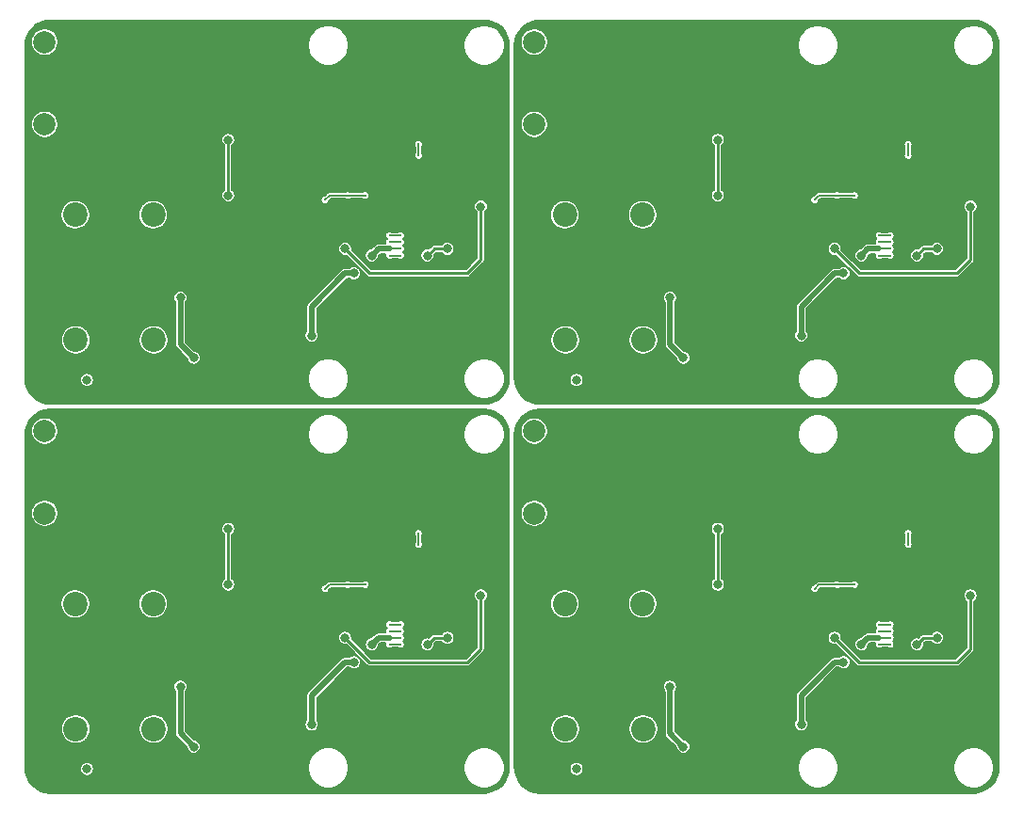
<source format=gbl>
G04 #@! TF.GenerationSoftware,KiCad,Pcbnew,5.1.2*
G04 #@! TF.CreationDate,2019-07-04T09:21:13+09:00*
G04 #@! TF.ProjectId,SAM2695_yarou_menduke,53414d32-3639-4355-9f79-61726f755f6d,rev?*
G04 #@! TF.SameCoordinates,Original*
G04 #@! TF.FileFunction,Copper,L2,Bot*
G04 #@! TF.FilePolarity,Positive*
%FSLAX46Y46*%
G04 Gerber Fmt 4.6, Leading zero omitted, Abs format (unit mm)*
G04 Created by KiCad (PCBNEW 5.1.2) date 2019-07-04 09:21:13*
%MOMM*%
%LPD*%
G04 APERTURE LIST*
%ADD10C,2.200000*%
%ADD11C,2.000000*%
%ADD12C,0.800000*%
%ADD13C,0.320000*%
%ADD14C,0.250000*%
%ADD15C,0.152500*%
%ADD16C,0.500000*%
%ADD17C,0.152000*%
G04 APERTURE END LIST*
D10*
X146800000Y-115000000D03*
X153800000Y-115000000D03*
X146800000Y-80000000D03*
X153800000Y-80000000D03*
X102800000Y-115000000D03*
X109800000Y-115000000D03*
D11*
X144000000Y-88200000D03*
X144000000Y-95600000D03*
X144000000Y-53200000D03*
X144000000Y-60600000D03*
X100000000Y-88200000D03*
X100000000Y-95600000D03*
D10*
X146750000Y-103750000D03*
X153750000Y-103750000D03*
X146750000Y-68750000D03*
X153750000Y-68750000D03*
X102750000Y-103750000D03*
X109750000Y-103750000D03*
X109750000Y-68750000D03*
X102750000Y-68750000D03*
X109800000Y-80000000D03*
X102800000Y-80000000D03*
D11*
X100000000Y-60600000D03*
X100000000Y-53200000D03*
D12*
X136200000Y-71800000D03*
X134400000Y-72400000D03*
D13*
X127200000Y-67000000D03*
X128800000Y-67000000D03*
X125200000Y-67400000D03*
D12*
X116500000Y-67000000D03*
X116500000Y-62000000D03*
X134400000Y-107400000D03*
X178400000Y-72400000D03*
X178400000Y-107400000D03*
X116500000Y-102000000D03*
X160500000Y-67000000D03*
X160500000Y-102000000D03*
D13*
X125200000Y-102400000D03*
X169200000Y-67400000D03*
X169200000Y-102400000D03*
X127200000Y-102000000D03*
X171200000Y-67000000D03*
X171200000Y-102000000D03*
X128800000Y-102000000D03*
X172800000Y-67000000D03*
X172800000Y-102000000D03*
D12*
X136200000Y-106800000D03*
X180200000Y-71800000D03*
X180200000Y-106800000D03*
X116500000Y-97000000D03*
X160500000Y-62000000D03*
X160500000Y-97000000D03*
X121000000Y-55000000D03*
X122000000Y-55000000D03*
X123000000Y-55000000D03*
X120000000Y-55000000D03*
X123600000Y-62200000D03*
X140400000Y-64600000D03*
X138200000Y-71200000D03*
X130400000Y-67400000D03*
X135800000Y-62800000D03*
X134600000Y-54600000D03*
D13*
X135800000Y-71000000D03*
X136837400Y-71000000D03*
D12*
X135800000Y-97800000D03*
X179800000Y-62800000D03*
X179800000Y-97800000D03*
X122000000Y-90000000D03*
X166000000Y-55000000D03*
X166000000Y-90000000D03*
X123000000Y-90000000D03*
X167000000Y-55000000D03*
X167000000Y-90000000D03*
D13*
X136837400Y-106000000D03*
X180837400Y-71000000D03*
X180837400Y-106000000D03*
X135800000Y-106000000D03*
X179800000Y-71000000D03*
X179800000Y-106000000D03*
D12*
X120000000Y-90000000D03*
X164000000Y-55000000D03*
X164000000Y-90000000D03*
X140400000Y-99600000D03*
X184400000Y-64600000D03*
X184400000Y-99600000D03*
X134600000Y-89600000D03*
X178600000Y-54600000D03*
X178600000Y-89600000D03*
X130400000Y-102400000D03*
X174400000Y-67400000D03*
X174400000Y-102400000D03*
X121000000Y-90000000D03*
X165000000Y-55000000D03*
X165000000Y-90000000D03*
X138200000Y-106200000D03*
X182200000Y-71200000D03*
X182200000Y-106200000D03*
X123600000Y-97200000D03*
X167600000Y-62200000D03*
X167600000Y-97200000D03*
D13*
X132000000Y-71800000D03*
X131000000Y-71800000D03*
D12*
X103800000Y-83600000D03*
X129400000Y-72400000D03*
X127800000Y-74000000D03*
X124000000Y-79600000D03*
D13*
X131000000Y-106800000D03*
X175000000Y-71800000D03*
X175000000Y-106800000D03*
D12*
X129400000Y-107400000D03*
X173400000Y-72400000D03*
X173400000Y-107400000D03*
X127800000Y-109000000D03*
X171800000Y-74000000D03*
X171800000Y-109000000D03*
X124000000Y-114600000D03*
X168000000Y-79600000D03*
X168000000Y-114600000D03*
D13*
X132000000Y-106800000D03*
X176000000Y-71800000D03*
X176000000Y-106800000D03*
D12*
X103800000Y-118600000D03*
X147800000Y-83600000D03*
X147800000Y-118600000D03*
D13*
X133600000Y-63400000D03*
X133600000Y-62400000D03*
X133600000Y-97400000D03*
X177600000Y-62400000D03*
X177600000Y-97400000D03*
X133600000Y-98400000D03*
X177600000Y-63400000D03*
X177600000Y-98400000D03*
X132000000Y-70600000D03*
X131000000Y-70600000D03*
X132000000Y-105600000D03*
X176000000Y-70600000D03*
X176000000Y-105600000D03*
X131000000Y-105600000D03*
X175000000Y-70600000D03*
X175000000Y-105600000D03*
D12*
X113400000Y-81600000D03*
X112200000Y-76200000D03*
X113400000Y-116600000D03*
X157400000Y-81600000D03*
X157400000Y-116600000D03*
X112200000Y-111200000D03*
X156200000Y-76200000D03*
X156200000Y-111200000D03*
D13*
X132000000Y-71200000D03*
X131000000Y-71200000D03*
X132000000Y-106200000D03*
X176000000Y-71200000D03*
X176000000Y-106200000D03*
X131000000Y-106200000D03*
X175000000Y-71200000D03*
X175000000Y-106200000D03*
D12*
X127000000Y-71800000D03*
X139200000Y-68000000D03*
X127000000Y-106800000D03*
X171000000Y-71800000D03*
X171000000Y-106800000D03*
X139200000Y-103000000D03*
X183200000Y-68000000D03*
X183200000Y-103000000D03*
D13*
X132000000Y-72400000D03*
X131000000Y-72400000D03*
X132000000Y-107400000D03*
X176000000Y-72400000D03*
X176000000Y-107400000D03*
X131000000Y-107400000D03*
X175000000Y-72400000D03*
X175000000Y-107400000D03*
D14*
X136200000Y-71800000D02*
X135000000Y-71800000D01*
X135000000Y-71800000D02*
X134400000Y-72400000D01*
D15*
X127200000Y-67000000D02*
X128800000Y-67000000D01*
X127200000Y-67000000D02*
X125600000Y-67000000D01*
X125600000Y-67000000D02*
X125200000Y-67400000D01*
D14*
X116500000Y-67000000D02*
X116500000Y-62000000D01*
X136200000Y-106800000D02*
X135000000Y-106800000D01*
X180200000Y-71800000D02*
X179000000Y-71800000D01*
X180200000Y-106800000D02*
X179000000Y-106800000D01*
X116500000Y-102000000D02*
X116500000Y-97000000D01*
X160500000Y-67000000D02*
X160500000Y-62000000D01*
X160500000Y-102000000D02*
X160500000Y-97000000D01*
D15*
X127200000Y-102000000D02*
X125600000Y-102000000D01*
X171200000Y-67000000D02*
X169600000Y-67000000D01*
X171200000Y-102000000D02*
X169600000Y-102000000D01*
D14*
X135000000Y-106800000D02*
X134400000Y-107400000D01*
X179000000Y-71800000D02*
X178400000Y-72400000D01*
X179000000Y-106800000D02*
X178400000Y-107400000D01*
D15*
X127200000Y-102000000D02*
X128800000Y-102000000D01*
X171200000Y-67000000D02*
X172800000Y-67000000D01*
X171200000Y-102000000D02*
X172800000Y-102000000D01*
X125600000Y-102000000D02*
X125200000Y-102400000D01*
X169600000Y-67000000D02*
X169200000Y-67400000D01*
X169600000Y-102000000D02*
X169200000Y-102400000D01*
X135800000Y-71000000D02*
X136837400Y-71000000D01*
X135800000Y-106000000D02*
X136837400Y-106000000D01*
X179800000Y-71000000D02*
X180837400Y-71000000D01*
X179800000Y-106000000D02*
X180837400Y-106000000D01*
X132000000Y-71800000D02*
X131000000Y-71800000D01*
D16*
X131000000Y-71800000D02*
X130000000Y-71800000D01*
X130000000Y-71800000D02*
X129400000Y-72400000D01*
X127800000Y-74000000D02*
X127000000Y-74000000D01*
X127000000Y-74000000D02*
X124000000Y-77000000D01*
X124000000Y-77000000D02*
X124000000Y-79600000D01*
D15*
X132000000Y-106800000D02*
X131000000Y-106800000D01*
X176000000Y-71800000D02*
X175000000Y-71800000D01*
X176000000Y-106800000D02*
X175000000Y-106800000D01*
D16*
X131000000Y-106800000D02*
X130000000Y-106800000D01*
X175000000Y-71800000D02*
X174000000Y-71800000D01*
X175000000Y-106800000D02*
X174000000Y-106800000D01*
X130000000Y-106800000D02*
X129400000Y-107400000D01*
X174000000Y-71800000D02*
X173400000Y-72400000D01*
X174000000Y-106800000D02*
X173400000Y-107400000D01*
X127800000Y-109000000D02*
X127000000Y-109000000D01*
X171800000Y-74000000D02*
X171000000Y-74000000D01*
X171800000Y-109000000D02*
X171000000Y-109000000D01*
X127000000Y-109000000D02*
X124000000Y-112000000D01*
X171000000Y-74000000D02*
X168000000Y-77000000D01*
X171000000Y-109000000D02*
X168000000Y-112000000D01*
X124000000Y-112000000D02*
X124000000Y-114600000D01*
X168000000Y-77000000D02*
X168000000Y-79600000D01*
X168000000Y-112000000D02*
X168000000Y-114600000D01*
D15*
X133600000Y-63400000D02*
X133600000Y-62800000D01*
X133600000Y-62800000D02*
X133600000Y-62400000D01*
X133600000Y-97800000D02*
X133600000Y-97400000D01*
X177600000Y-62800000D02*
X177600000Y-62400000D01*
X177600000Y-97800000D02*
X177600000Y-97400000D01*
X133600000Y-98400000D02*
X133600000Y-97800000D01*
X177600000Y-63400000D02*
X177600000Y-62800000D01*
X177600000Y-98400000D02*
X177600000Y-97800000D01*
X132000000Y-70600000D02*
X131000000Y-70600000D01*
X132000000Y-105600000D02*
X131000000Y-105600000D01*
X176000000Y-70600000D02*
X175000000Y-70600000D01*
X176000000Y-105600000D02*
X175000000Y-105600000D01*
D16*
X113400000Y-81600000D02*
X112200000Y-80400000D01*
X112200000Y-80400000D02*
X112200000Y-76200000D01*
X113400000Y-116600000D02*
X112200000Y-115400000D01*
X157400000Y-81600000D02*
X156200000Y-80400000D01*
X157400000Y-116600000D02*
X156200000Y-115400000D01*
X112200000Y-115400000D02*
X112200000Y-111200000D01*
X156200000Y-80400000D02*
X156200000Y-76200000D01*
X156200000Y-115400000D02*
X156200000Y-111200000D01*
D15*
X132000000Y-71200000D02*
X131000000Y-71200000D01*
X132000000Y-106200000D02*
X131000000Y-106200000D01*
X176000000Y-71200000D02*
X175000000Y-71200000D01*
X176000000Y-106200000D02*
X175000000Y-106200000D01*
D14*
X127000000Y-71800000D02*
X129200000Y-74000000D01*
X129200000Y-74000000D02*
X134400000Y-74000000D01*
X134400000Y-74000000D02*
X138000000Y-74000000D01*
X138000000Y-74000000D02*
X139200000Y-72800000D01*
X139200000Y-72800000D02*
X139200000Y-68000000D01*
X127000000Y-106800000D02*
X129200000Y-109000000D01*
X171000000Y-71800000D02*
X173200000Y-74000000D01*
X171000000Y-106800000D02*
X173200000Y-109000000D01*
X129200000Y-109000000D02*
X134400000Y-109000000D01*
X173200000Y-74000000D02*
X178400000Y-74000000D01*
X173200000Y-109000000D02*
X178400000Y-109000000D01*
X134400000Y-109000000D02*
X138000000Y-109000000D01*
X178400000Y-74000000D02*
X182000000Y-74000000D01*
X178400000Y-109000000D02*
X182000000Y-109000000D01*
X138000000Y-109000000D02*
X139200000Y-107800000D01*
X182000000Y-74000000D02*
X183200000Y-72800000D01*
X182000000Y-109000000D02*
X183200000Y-107800000D01*
X139200000Y-107800000D02*
X139200000Y-103000000D01*
X183200000Y-72800000D02*
X183200000Y-68000000D01*
X183200000Y-107800000D02*
X183200000Y-103000000D01*
D15*
X132000000Y-72400000D02*
X131000000Y-72400000D01*
X132000000Y-107400000D02*
X131000000Y-107400000D01*
X176000000Y-72400000D02*
X175000000Y-72400000D01*
X176000000Y-107400000D02*
X175000000Y-107400000D01*
D17*
G36*
X139936210Y-51296984D02*
G01*
X140355804Y-51423668D01*
X140742801Y-51629438D01*
X141082458Y-51906455D01*
X141361842Y-52244172D01*
X141570309Y-52629724D01*
X141699917Y-53048424D01*
X141746986Y-53496251D01*
X141747000Y-53500312D01*
X141747001Y-83487611D01*
X141703016Y-83936210D01*
X141576334Y-84355801D01*
X141370564Y-84742798D01*
X141093545Y-85082458D01*
X140755828Y-85361842D01*
X140370276Y-85570309D01*
X139951581Y-85699917D01*
X139503749Y-85746986D01*
X139499688Y-85747000D01*
X100512379Y-85747000D01*
X100063790Y-85703016D01*
X99644199Y-85576334D01*
X99257202Y-85370564D01*
X98917542Y-85093545D01*
X98638158Y-84755828D01*
X98429691Y-84370276D01*
X98300083Y-83951581D01*
X98256626Y-83538108D01*
X103171600Y-83538108D01*
X103171600Y-83661892D01*
X103195749Y-83783298D01*
X103243119Y-83897659D01*
X103311890Y-84000582D01*
X103399418Y-84088110D01*
X103502341Y-84156881D01*
X103616702Y-84204251D01*
X103738108Y-84228400D01*
X103861892Y-84228400D01*
X103983298Y-84204251D01*
X104097659Y-84156881D01*
X104200582Y-84088110D01*
X104288110Y-84000582D01*
X104356881Y-83897659D01*
X104404251Y-83783298D01*
X104428400Y-83661892D01*
X104428400Y-83538108D01*
X104404251Y-83416702D01*
X104364162Y-83319918D01*
X123671600Y-83319918D01*
X123671600Y-83680082D01*
X123741864Y-84033325D01*
X123879693Y-84366072D01*
X124079789Y-84665537D01*
X124334463Y-84920211D01*
X124633928Y-85120307D01*
X124966675Y-85258136D01*
X125319918Y-85328400D01*
X125680082Y-85328400D01*
X126033325Y-85258136D01*
X126366072Y-85120307D01*
X126665537Y-84920211D01*
X126920211Y-84665537D01*
X127120307Y-84366072D01*
X127258136Y-84033325D01*
X127328400Y-83680082D01*
X127328400Y-83319918D01*
X137671600Y-83319918D01*
X137671600Y-83680082D01*
X137741864Y-84033325D01*
X137879693Y-84366072D01*
X138079789Y-84665537D01*
X138334463Y-84920211D01*
X138633928Y-85120307D01*
X138966675Y-85258136D01*
X139319918Y-85328400D01*
X139680082Y-85328400D01*
X140033325Y-85258136D01*
X140366072Y-85120307D01*
X140665537Y-84920211D01*
X140920211Y-84665537D01*
X141120307Y-84366072D01*
X141258136Y-84033325D01*
X141328400Y-83680082D01*
X141328400Y-83319918D01*
X141258136Y-82966675D01*
X141120307Y-82633928D01*
X140920211Y-82334463D01*
X140665537Y-82079789D01*
X140366072Y-81879693D01*
X140033325Y-81741864D01*
X139680082Y-81671600D01*
X139319918Y-81671600D01*
X138966675Y-81741864D01*
X138633928Y-81879693D01*
X138334463Y-82079789D01*
X138079789Y-82334463D01*
X137879693Y-82633928D01*
X137741864Y-82966675D01*
X137671600Y-83319918D01*
X127328400Y-83319918D01*
X127258136Y-82966675D01*
X127120307Y-82633928D01*
X126920211Y-82334463D01*
X126665537Y-82079789D01*
X126366072Y-81879693D01*
X126033325Y-81741864D01*
X125680082Y-81671600D01*
X125319918Y-81671600D01*
X124966675Y-81741864D01*
X124633928Y-81879693D01*
X124334463Y-82079789D01*
X124079789Y-82334463D01*
X123879693Y-82633928D01*
X123741864Y-82966675D01*
X123671600Y-83319918D01*
X104364162Y-83319918D01*
X104356881Y-83302341D01*
X104288110Y-83199418D01*
X104200582Y-83111890D01*
X104097659Y-83043119D01*
X103983298Y-82995749D01*
X103861892Y-82971600D01*
X103738108Y-82971600D01*
X103616702Y-82995749D01*
X103502341Y-83043119D01*
X103399418Y-83111890D01*
X103311890Y-83199418D01*
X103243119Y-83302341D01*
X103195749Y-83416702D01*
X103171600Y-83538108D01*
X98256626Y-83538108D01*
X98253014Y-83503749D01*
X98253000Y-83499688D01*
X98253000Y-79869164D01*
X101471600Y-79869164D01*
X101471600Y-80130836D01*
X101522649Y-80387480D01*
X101622787Y-80629234D01*
X101768164Y-80846806D01*
X101953194Y-81031836D01*
X102170766Y-81177213D01*
X102412520Y-81277351D01*
X102669164Y-81328400D01*
X102930836Y-81328400D01*
X103187480Y-81277351D01*
X103429234Y-81177213D01*
X103646806Y-81031836D01*
X103831836Y-80846806D01*
X103977213Y-80629234D01*
X104077351Y-80387480D01*
X104128400Y-80130836D01*
X104128400Y-79869164D01*
X108471600Y-79869164D01*
X108471600Y-80130836D01*
X108522649Y-80387480D01*
X108622787Y-80629234D01*
X108768164Y-80846806D01*
X108953194Y-81031836D01*
X109170766Y-81177213D01*
X109412520Y-81277351D01*
X109669164Y-81328400D01*
X109930836Y-81328400D01*
X110187480Y-81277351D01*
X110429234Y-81177213D01*
X110646806Y-81031836D01*
X110831836Y-80846806D01*
X110977213Y-80629234D01*
X111077351Y-80387480D01*
X111128400Y-80130836D01*
X111128400Y-79869164D01*
X111077351Y-79612520D01*
X110977213Y-79370766D01*
X110831836Y-79153194D01*
X110646806Y-78968164D01*
X110429234Y-78822787D01*
X110187480Y-78722649D01*
X109930836Y-78671600D01*
X109669164Y-78671600D01*
X109412520Y-78722649D01*
X109170766Y-78822787D01*
X108953194Y-78968164D01*
X108768164Y-79153194D01*
X108622787Y-79370766D01*
X108522649Y-79612520D01*
X108471600Y-79869164D01*
X104128400Y-79869164D01*
X104077351Y-79612520D01*
X103977213Y-79370766D01*
X103831836Y-79153194D01*
X103646806Y-78968164D01*
X103429234Y-78822787D01*
X103187480Y-78722649D01*
X102930836Y-78671600D01*
X102669164Y-78671600D01*
X102412520Y-78722649D01*
X102170766Y-78822787D01*
X101953194Y-78968164D01*
X101768164Y-79153194D01*
X101622787Y-79370766D01*
X101522649Y-79612520D01*
X101471600Y-79869164D01*
X98253000Y-79869164D01*
X98253000Y-76138108D01*
X111571600Y-76138108D01*
X111571600Y-76261892D01*
X111595749Y-76383298D01*
X111643119Y-76497659D01*
X111711890Y-76600582D01*
X111721601Y-76610293D01*
X111721600Y-80376516D01*
X111719287Y-80400000D01*
X111721600Y-80423484D01*
X111721600Y-80423493D01*
X111728523Y-80493782D01*
X111755878Y-80583960D01*
X111800301Y-80667070D01*
X111860084Y-80739916D01*
X111878336Y-80754895D01*
X112771600Y-81648160D01*
X112771600Y-81661892D01*
X112795749Y-81783298D01*
X112843119Y-81897659D01*
X112911890Y-82000582D01*
X112999418Y-82088110D01*
X113102341Y-82156881D01*
X113216702Y-82204251D01*
X113338108Y-82228400D01*
X113461892Y-82228400D01*
X113583298Y-82204251D01*
X113697659Y-82156881D01*
X113800582Y-82088110D01*
X113888110Y-82000582D01*
X113956881Y-81897659D01*
X114004251Y-81783298D01*
X114028400Y-81661892D01*
X114028400Y-81538108D01*
X114004251Y-81416702D01*
X113956881Y-81302341D01*
X113888110Y-81199418D01*
X113800582Y-81111890D01*
X113697659Y-81043119D01*
X113583298Y-80995749D01*
X113461892Y-80971600D01*
X113448160Y-80971600D01*
X112678400Y-80201841D01*
X112678400Y-79538108D01*
X123371600Y-79538108D01*
X123371600Y-79661892D01*
X123395749Y-79783298D01*
X123443119Y-79897659D01*
X123511890Y-80000582D01*
X123599418Y-80088110D01*
X123702341Y-80156881D01*
X123816702Y-80204251D01*
X123938108Y-80228400D01*
X124061892Y-80228400D01*
X124183298Y-80204251D01*
X124297659Y-80156881D01*
X124400582Y-80088110D01*
X124488110Y-80000582D01*
X124556881Y-79897659D01*
X124604251Y-79783298D01*
X124628400Y-79661892D01*
X124628400Y-79538108D01*
X124604251Y-79416702D01*
X124556881Y-79302341D01*
X124488110Y-79199418D01*
X124478400Y-79189708D01*
X124478400Y-77198159D01*
X127198159Y-74478400D01*
X127389708Y-74478400D01*
X127399418Y-74488110D01*
X127502341Y-74556881D01*
X127616702Y-74604251D01*
X127738108Y-74628400D01*
X127861892Y-74628400D01*
X127983298Y-74604251D01*
X128097659Y-74556881D01*
X128200582Y-74488110D01*
X128288110Y-74400582D01*
X128356881Y-74297659D01*
X128404251Y-74183298D01*
X128428400Y-74061892D01*
X128428400Y-73938108D01*
X128404251Y-73816702D01*
X128356881Y-73702341D01*
X128288110Y-73599418D01*
X128200582Y-73511890D01*
X128097659Y-73443119D01*
X127983298Y-73395749D01*
X127861892Y-73371600D01*
X127738108Y-73371600D01*
X127616702Y-73395749D01*
X127502341Y-73443119D01*
X127399418Y-73511890D01*
X127389708Y-73521600D01*
X127023494Y-73521600D01*
X127000000Y-73519286D01*
X126976506Y-73521600D01*
X126906217Y-73528523D01*
X126816039Y-73555878D01*
X126732930Y-73600301D01*
X126660084Y-73660084D01*
X126645105Y-73678336D01*
X123678336Y-76645105D01*
X123660084Y-76660084D01*
X123600301Y-76732930D01*
X123555878Y-76816040D01*
X123528523Y-76906218D01*
X123521600Y-76976507D01*
X123521600Y-76976516D01*
X123519287Y-77000000D01*
X123521600Y-77023484D01*
X123521601Y-79189707D01*
X123511890Y-79199418D01*
X123443119Y-79302341D01*
X123395749Y-79416702D01*
X123371600Y-79538108D01*
X112678400Y-79538108D01*
X112678400Y-76610292D01*
X112688110Y-76600582D01*
X112756881Y-76497659D01*
X112804251Y-76383298D01*
X112828400Y-76261892D01*
X112828400Y-76138108D01*
X112804251Y-76016702D01*
X112756881Y-75902341D01*
X112688110Y-75799418D01*
X112600582Y-75711890D01*
X112497659Y-75643119D01*
X112383298Y-75595749D01*
X112261892Y-75571600D01*
X112138108Y-75571600D01*
X112016702Y-75595749D01*
X111902341Y-75643119D01*
X111799418Y-75711890D01*
X111711890Y-75799418D01*
X111643119Y-75902341D01*
X111595749Y-76016702D01*
X111571600Y-76138108D01*
X98253000Y-76138108D01*
X98253000Y-71738108D01*
X126371600Y-71738108D01*
X126371600Y-71861892D01*
X126395749Y-71983298D01*
X126443119Y-72097659D01*
X126511890Y-72200582D01*
X126599418Y-72288110D01*
X126702341Y-72356881D01*
X126816702Y-72404251D01*
X126938108Y-72428400D01*
X127061892Y-72428400D01*
X127117547Y-72417330D01*
X128937839Y-74237622D01*
X128948900Y-74251100D01*
X128962378Y-74262161D01*
X129002711Y-74295262D01*
X129007196Y-74297659D01*
X129064106Y-74328078D01*
X129130722Y-74348286D01*
X129182648Y-74353400D01*
X129182650Y-74353400D01*
X129200000Y-74355109D01*
X129217350Y-74353400D01*
X137982650Y-74353400D01*
X138000000Y-74355109D01*
X138017350Y-74353400D01*
X138017352Y-74353400D01*
X138069278Y-74348286D01*
X138135894Y-74328078D01*
X138197288Y-74295262D01*
X138251100Y-74251100D01*
X138262165Y-74237617D01*
X139437632Y-73062152D01*
X139451099Y-73051100D01*
X139462152Y-73037632D01*
X139462161Y-73037623D01*
X139495262Y-72997289D01*
X139528077Y-72935895D01*
X139528078Y-72935894D01*
X139548286Y-72869278D01*
X139553400Y-72817352D01*
X139553400Y-72817343D01*
X139555108Y-72800001D01*
X139553400Y-72782659D01*
X139553400Y-68519636D01*
X139600582Y-68488110D01*
X139688110Y-68400582D01*
X139756881Y-68297659D01*
X139804251Y-68183298D01*
X139828400Y-68061892D01*
X139828400Y-67938108D01*
X139804251Y-67816702D01*
X139756881Y-67702341D01*
X139688110Y-67599418D01*
X139600582Y-67511890D01*
X139497659Y-67443119D01*
X139383298Y-67395749D01*
X139261892Y-67371600D01*
X139138108Y-67371600D01*
X139016702Y-67395749D01*
X138902341Y-67443119D01*
X138799418Y-67511890D01*
X138711890Y-67599418D01*
X138643119Y-67702341D01*
X138595749Y-67816702D01*
X138571600Y-67938108D01*
X138571600Y-68061892D01*
X138595749Y-68183298D01*
X138643119Y-68297659D01*
X138711890Y-68400582D01*
X138799418Y-68488110D01*
X138846601Y-68519637D01*
X138846600Y-72653616D01*
X137853618Y-73646600D01*
X129346383Y-73646600D01*
X128037891Y-72338108D01*
X128771600Y-72338108D01*
X128771600Y-72461892D01*
X128795749Y-72583298D01*
X128843119Y-72697659D01*
X128911890Y-72800582D01*
X128999418Y-72888110D01*
X129102341Y-72956881D01*
X129216702Y-73004251D01*
X129338108Y-73028400D01*
X129461892Y-73028400D01*
X129583298Y-73004251D01*
X129697659Y-72956881D01*
X129800582Y-72888110D01*
X129888110Y-72800582D01*
X129956881Y-72697659D01*
X130004251Y-72583298D01*
X130028400Y-72461892D01*
X130028400Y-72448159D01*
X130198160Y-72278400D01*
X130629967Y-72278400D01*
X130626526Y-72286708D01*
X130611600Y-72361746D01*
X130611600Y-72438254D01*
X130626526Y-72513292D01*
X130655805Y-72583976D01*
X130698310Y-72647590D01*
X130752410Y-72701690D01*
X130816024Y-72744195D01*
X130886708Y-72773474D01*
X130961746Y-72788400D01*
X131038254Y-72788400D01*
X131113292Y-72773474D01*
X131183976Y-72744195D01*
X131243160Y-72704650D01*
X131756840Y-72704650D01*
X131816024Y-72744195D01*
X131886708Y-72773474D01*
X131961746Y-72788400D01*
X132038254Y-72788400D01*
X132113292Y-72773474D01*
X132183976Y-72744195D01*
X132247590Y-72701690D01*
X132301690Y-72647590D01*
X132344195Y-72583976D01*
X132373474Y-72513292D01*
X132388400Y-72438254D01*
X132388400Y-72361746D01*
X132383699Y-72338108D01*
X133771600Y-72338108D01*
X133771600Y-72461892D01*
X133795749Y-72583298D01*
X133843119Y-72697659D01*
X133911890Y-72800582D01*
X133999418Y-72888110D01*
X134102341Y-72956881D01*
X134216702Y-73004251D01*
X134338108Y-73028400D01*
X134461892Y-73028400D01*
X134583298Y-73004251D01*
X134697659Y-72956881D01*
X134800582Y-72888110D01*
X134888110Y-72800582D01*
X134956881Y-72697659D01*
X135004251Y-72583298D01*
X135028400Y-72461892D01*
X135028400Y-72338108D01*
X135017330Y-72282453D01*
X135146383Y-72153400D01*
X135680364Y-72153400D01*
X135711890Y-72200582D01*
X135799418Y-72288110D01*
X135902341Y-72356881D01*
X136016702Y-72404251D01*
X136138108Y-72428400D01*
X136261892Y-72428400D01*
X136383298Y-72404251D01*
X136497659Y-72356881D01*
X136600582Y-72288110D01*
X136688110Y-72200582D01*
X136756881Y-72097659D01*
X136804251Y-71983298D01*
X136828400Y-71861892D01*
X136828400Y-71738108D01*
X136804251Y-71616702D01*
X136756881Y-71502341D01*
X136688110Y-71399418D01*
X136600582Y-71311890D01*
X136497659Y-71243119D01*
X136383298Y-71195749D01*
X136261892Y-71171600D01*
X136138108Y-71171600D01*
X136016702Y-71195749D01*
X135902341Y-71243119D01*
X135799418Y-71311890D01*
X135711890Y-71399418D01*
X135680364Y-71446600D01*
X135017341Y-71446600D01*
X134999999Y-71444892D01*
X134982657Y-71446600D01*
X134982648Y-71446600D01*
X134930722Y-71451714D01*
X134864106Y-71471922D01*
X134843714Y-71482822D01*
X134802711Y-71504738D01*
X134768360Y-71532930D01*
X134748900Y-71548900D01*
X134737839Y-71562378D01*
X134517547Y-71782670D01*
X134461892Y-71771600D01*
X134338108Y-71771600D01*
X134216702Y-71795749D01*
X134102341Y-71843119D01*
X133999418Y-71911890D01*
X133911890Y-71999418D01*
X133843119Y-72102341D01*
X133795749Y-72216702D01*
X133771600Y-72338108D01*
X132383699Y-72338108D01*
X132373474Y-72286708D01*
X132344195Y-72216024D01*
X132301690Y-72152410D01*
X132249280Y-72100000D01*
X132301690Y-72047590D01*
X132344195Y-71983976D01*
X132373474Y-71913292D01*
X132388400Y-71838254D01*
X132388400Y-71761746D01*
X132373474Y-71686708D01*
X132344195Y-71616024D01*
X132301690Y-71552410D01*
X132249280Y-71500000D01*
X132301690Y-71447590D01*
X132344195Y-71383976D01*
X132373474Y-71313292D01*
X132388400Y-71238254D01*
X132388400Y-71161746D01*
X132373474Y-71086708D01*
X132344195Y-71016024D01*
X132301690Y-70952410D01*
X132249280Y-70900000D01*
X132301690Y-70847590D01*
X132344195Y-70783976D01*
X132373474Y-70713292D01*
X132388400Y-70638254D01*
X132388400Y-70561746D01*
X132373474Y-70486708D01*
X132344195Y-70416024D01*
X132301690Y-70352410D01*
X132247590Y-70298310D01*
X132183976Y-70255805D01*
X132113292Y-70226526D01*
X132038254Y-70211600D01*
X131961746Y-70211600D01*
X131886708Y-70226526D01*
X131816024Y-70255805D01*
X131756840Y-70295350D01*
X131243160Y-70295350D01*
X131183976Y-70255805D01*
X131113292Y-70226526D01*
X131038254Y-70211600D01*
X130961746Y-70211600D01*
X130886708Y-70226526D01*
X130816024Y-70255805D01*
X130752410Y-70298310D01*
X130698310Y-70352410D01*
X130655805Y-70416024D01*
X130626526Y-70486708D01*
X130611600Y-70561746D01*
X130611600Y-70638254D01*
X130626526Y-70713292D01*
X130655805Y-70783976D01*
X130698310Y-70847590D01*
X130750720Y-70900000D01*
X130698310Y-70952410D01*
X130655805Y-71016024D01*
X130626526Y-71086708D01*
X130611600Y-71161746D01*
X130611600Y-71238254D01*
X130626526Y-71313292D01*
X130629967Y-71321600D01*
X130023483Y-71321600D01*
X129999999Y-71319287D01*
X129976515Y-71321600D01*
X129976506Y-71321600D01*
X129906217Y-71328523D01*
X129816039Y-71355878D01*
X129789482Y-71370073D01*
X129732929Y-71400301D01*
X129678332Y-71445108D01*
X129660084Y-71460084D01*
X129645109Y-71478331D01*
X129351841Y-71771600D01*
X129338108Y-71771600D01*
X129216702Y-71795749D01*
X129102341Y-71843119D01*
X128999418Y-71911890D01*
X128911890Y-71999418D01*
X128843119Y-72102341D01*
X128795749Y-72216702D01*
X128771600Y-72338108D01*
X128037891Y-72338108D01*
X127617330Y-71917547D01*
X127628400Y-71861892D01*
X127628400Y-71738108D01*
X127604251Y-71616702D01*
X127556881Y-71502341D01*
X127488110Y-71399418D01*
X127400582Y-71311890D01*
X127297659Y-71243119D01*
X127183298Y-71195749D01*
X127061892Y-71171600D01*
X126938108Y-71171600D01*
X126816702Y-71195749D01*
X126702341Y-71243119D01*
X126599418Y-71311890D01*
X126511890Y-71399418D01*
X126443119Y-71502341D01*
X126395749Y-71616702D01*
X126371600Y-71738108D01*
X98253000Y-71738108D01*
X98253000Y-68619164D01*
X101421600Y-68619164D01*
X101421600Y-68880836D01*
X101472649Y-69137480D01*
X101572787Y-69379234D01*
X101718164Y-69596806D01*
X101903194Y-69781836D01*
X102120766Y-69927213D01*
X102362520Y-70027351D01*
X102619164Y-70078400D01*
X102880836Y-70078400D01*
X103137480Y-70027351D01*
X103379234Y-69927213D01*
X103596806Y-69781836D01*
X103781836Y-69596806D01*
X103927213Y-69379234D01*
X104027351Y-69137480D01*
X104078400Y-68880836D01*
X104078400Y-68619164D01*
X108421600Y-68619164D01*
X108421600Y-68880836D01*
X108472649Y-69137480D01*
X108572787Y-69379234D01*
X108718164Y-69596806D01*
X108903194Y-69781836D01*
X109120766Y-69927213D01*
X109362520Y-70027351D01*
X109619164Y-70078400D01*
X109880836Y-70078400D01*
X110137480Y-70027351D01*
X110379234Y-69927213D01*
X110596806Y-69781836D01*
X110781836Y-69596806D01*
X110927213Y-69379234D01*
X111027351Y-69137480D01*
X111078400Y-68880836D01*
X111078400Y-68619164D01*
X111027351Y-68362520D01*
X110927213Y-68120766D01*
X110781836Y-67903194D01*
X110596806Y-67718164D01*
X110379234Y-67572787D01*
X110137480Y-67472649D01*
X109880836Y-67421600D01*
X109619164Y-67421600D01*
X109362520Y-67472649D01*
X109120766Y-67572787D01*
X108903194Y-67718164D01*
X108718164Y-67903194D01*
X108572787Y-68120766D01*
X108472649Y-68362520D01*
X108421600Y-68619164D01*
X104078400Y-68619164D01*
X104027351Y-68362520D01*
X103927213Y-68120766D01*
X103781836Y-67903194D01*
X103596806Y-67718164D01*
X103379234Y-67572787D01*
X103137480Y-67472649D01*
X102880836Y-67421600D01*
X102619164Y-67421600D01*
X102362520Y-67472649D01*
X102120766Y-67572787D01*
X101903194Y-67718164D01*
X101718164Y-67903194D01*
X101572787Y-68120766D01*
X101472649Y-68362520D01*
X101421600Y-68619164D01*
X98253000Y-68619164D01*
X98253000Y-61938108D01*
X115871600Y-61938108D01*
X115871600Y-62061892D01*
X115895749Y-62183298D01*
X115943119Y-62297659D01*
X116011890Y-62400582D01*
X116099418Y-62488110D01*
X116146601Y-62519637D01*
X116146600Y-66480364D01*
X116099418Y-66511890D01*
X116011890Y-66599418D01*
X115943119Y-66702341D01*
X115895749Y-66816702D01*
X115871600Y-66938108D01*
X115871600Y-67061892D01*
X115895749Y-67183298D01*
X115943119Y-67297659D01*
X116011890Y-67400582D01*
X116099418Y-67488110D01*
X116202341Y-67556881D01*
X116316702Y-67604251D01*
X116438108Y-67628400D01*
X116561892Y-67628400D01*
X116683298Y-67604251D01*
X116797659Y-67556881D01*
X116900582Y-67488110D01*
X116988110Y-67400582D01*
X117014059Y-67361746D01*
X124811600Y-67361746D01*
X124811600Y-67438254D01*
X124826526Y-67513292D01*
X124855805Y-67583976D01*
X124898310Y-67647590D01*
X124952410Y-67701690D01*
X125016024Y-67744195D01*
X125086708Y-67773474D01*
X125161746Y-67788400D01*
X125238254Y-67788400D01*
X125313292Y-67773474D01*
X125383976Y-67744195D01*
X125447590Y-67701690D01*
X125501690Y-67647590D01*
X125544195Y-67583976D01*
X125573474Y-67513292D01*
X125587361Y-67443479D01*
X125726190Y-67304650D01*
X126956840Y-67304650D01*
X127016024Y-67344195D01*
X127086708Y-67373474D01*
X127161746Y-67388400D01*
X127238254Y-67388400D01*
X127313292Y-67373474D01*
X127383976Y-67344195D01*
X127443160Y-67304650D01*
X128556840Y-67304650D01*
X128616024Y-67344195D01*
X128686708Y-67373474D01*
X128761746Y-67388400D01*
X128838254Y-67388400D01*
X128913292Y-67373474D01*
X128983976Y-67344195D01*
X129047590Y-67301690D01*
X129101690Y-67247590D01*
X129144195Y-67183976D01*
X129173474Y-67113292D01*
X129188400Y-67038254D01*
X129188400Y-66961746D01*
X129173474Y-66886708D01*
X129144195Y-66816024D01*
X129101690Y-66752410D01*
X129047590Y-66698310D01*
X128983976Y-66655805D01*
X128913292Y-66626526D01*
X128838254Y-66611600D01*
X128761746Y-66611600D01*
X128686708Y-66626526D01*
X128616024Y-66655805D01*
X128556840Y-66695350D01*
X127443160Y-66695350D01*
X127383976Y-66655805D01*
X127313292Y-66626526D01*
X127238254Y-66611600D01*
X127161746Y-66611600D01*
X127086708Y-66626526D01*
X127016024Y-66655805D01*
X126956840Y-66695350D01*
X125614955Y-66695350D01*
X125599999Y-66693877D01*
X125585043Y-66695350D01*
X125585034Y-66695350D01*
X125540278Y-66699758D01*
X125482851Y-66717178D01*
X125429927Y-66745467D01*
X125383538Y-66783538D01*
X125373999Y-66795161D01*
X125156521Y-67012639D01*
X125086708Y-67026526D01*
X125016024Y-67055805D01*
X124952410Y-67098310D01*
X124898310Y-67152410D01*
X124855805Y-67216024D01*
X124826526Y-67286708D01*
X124811600Y-67361746D01*
X117014059Y-67361746D01*
X117056881Y-67297659D01*
X117104251Y-67183298D01*
X117128400Y-67061892D01*
X117128400Y-66938108D01*
X117104251Y-66816702D01*
X117056881Y-66702341D01*
X116988110Y-66599418D01*
X116900582Y-66511890D01*
X116853400Y-66480364D01*
X116853400Y-62519636D01*
X116900582Y-62488110D01*
X116988110Y-62400582D01*
X117014059Y-62361746D01*
X133211600Y-62361746D01*
X133211600Y-62438254D01*
X133226526Y-62513292D01*
X133255805Y-62583976D01*
X133295350Y-62643160D01*
X133295350Y-62814965D01*
X133295351Y-62814975D01*
X133295350Y-63156839D01*
X133255805Y-63216024D01*
X133226526Y-63286708D01*
X133211600Y-63361746D01*
X133211600Y-63438254D01*
X133226526Y-63513292D01*
X133255805Y-63583976D01*
X133298310Y-63647590D01*
X133352410Y-63701690D01*
X133416024Y-63744195D01*
X133486708Y-63773474D01*
X133561746Y-63788400D01*
X133638254Y-63788400D01*
X133713292Y-63773474D01*
X133783976Y-63744195D01*
X133847590Y-63701690D01*
X133901690Y-63647590D01*
X133944195Y-63583976D01*
X133973474Y-63513292D01*
X133988400Y-63438254D01*
X133988400Y-63361746D01*
X133973474Y-63286708D01*
X133944195Y-63216024D01*
X133904650Y-63156840D01*
X133904650Y-62643160D01*
X133944195Y-62583976D01*
X133973474Y-62513292D01*
X133988400Y-62438254D01*
X133988400Y-62361746D01*
X133973474Y-62286708D01*
X133944195Y-62216024D01*
X133901690Y-62152410D01*
X133847590Y-62098310D01*
X133783976Y-62055805D01*
X133713292Y-62026526D01*
X133638254Y-62011600D01*
X133561746Y-62011600D01*
X133486708Y-62026526D01*
X133416024Y-62055805D01*
X133352410Y-62098310D01*
X133298310Y-62152410D01*
X133255805Y-62216024D01*
X133226526Y-62286708D01*
X133211600Y-62361746D01*
X117014059Y-62361746D01*
X117056881Y-62297659D01*
X117104251Y-62183298D01*
X117128400Y-62061892D01*
X117128400Y-61938108D01*
X117104251Y-61816702D01*
X117056881Y-61702341D01*
X116988110Y-61599418D01*
X116900582Y-61511890D01*
X116797659Y-61443119D01*
X116683298Y-61395749D01*
X116561892Y-61371600D01*
X116438108Y-61371600D01*
X116316702Y-61395749D01*
X116202341Y-61443119D01*
X116099418Y-61511890D01*
X116011890Y-61599418D01*
X115943119Y-61702341D01*
X115895749Y-61816702D01*
X115871600Y-61938108D01*
X98253000Y-61938108D01*
X98253000Y-60479013D01*
X98771600Y-60479013D01*
X98771600Y-60720987D01*
X98818806Y-60958311D01*
X98911406Y-61181866D01*
X99045839Y-61383060D01*
X99216940Y-61554161D01*
X99418134Y-61688594D01*
X99641689Y-61781194D01*
X99879013Y-61828400D01*
X100120987Y-61828400D01*
X100358311Y-61781194D01*
X100581866Y-61688594D01*
X100783060Y-61554161D01*
X100954161Y-61383060D01*
X101088594Y-61181866D01*
X101181194Y-60958311D01*
X101228400Y-60720987D01*
X101228400Y-60479013D01*
X101181194Y-60241689D01*
X101088594Y-60018134D01*
X100954161Y-59816940D01*
X100783060Y-59645839D01*
X100581866Y-59511406D01*
X100358311Y-59418806D01*
X100120987Y-59371600D01*
X99879013Y-59371600D01*
X99641689Y-59418806D01*
X99418134Y-59511406D01*
X99216940Y-59645839D01*
X99045839Y-59816940D01*
X98911406Y-60018134D01*
X98818806Y-60241689D01*
X98771600Y-60479013D01*
X98253000Y-60479013D01*
X98253000Y-53512378D01*
X98295491Y-53079013D01*
X98771600Y-53079013D01*
X98771600Y-53320987D01*
X98818806Y-53558311D01*
X98911406Y-53781866D01*
X99045839Y-53983060D01*
X99216940Y-54154161D01*
X99418134Y-54288594D01*
X99641689Y-54381194D01*
X99879013Y-54428400D01*
X100120987Y-54428400D01*
X100358311Y-54381194D01*
X100581866Y-54288594D01*
X100783060Y-54154161D01*
X100954161Y-53983060D01*
X101088594Y-53781866D01*
X101181194Y-53558311D01*
X101228400Y-53320987D01*
X101228400Y-53319918D01*
X123671600Y-53319918D01*
X123671600Y-53680082D01*
X123741864Y-54033325D01*
X123879693Y-54366072D01*
X124079789Y-54665537D01*
X124334463Y-54920211D01*
X124633928Y-55120307D01*
X124966675Y-55258136D01*
X125319918Y-55328400D01*
X125680082Y-55328400D01*
X126033325Y-55258136D01*
X126366072Y-55120307D01*
X126665537Y-54920211D01*
X126920211Y-54665537D01*
X127120307Y-54366072D01*
X127258136Y-54033325D01*
X127328400Y-53680082D01*
X127328400Y-53319918D01*
X137671600Y-53319918D01*
X137671600Y-53680082D01*
X137741864Y-54033325D01*
X137879693Y-54366072D01*
X138079789Y-54665537D01*
X138334463Y-54920211D01*
X138633928Y-55120307D01*
X138966675Y-55258136D01*
X139319918Y-55328400D01*
X139680082Y-55328400D01*
X140033325Y-55258136D01*
X140366072Y-55120307D01*
X140665537Y-54920211D01*
X140920211Y-54665537D01*
X141120307Y-54366072D01*
X141258136Y-54033325D01*
X141328400Y-53680082D01*
X141328400Y-53319918D01*
X141258136Y-52966675D01*
X141120307Y-52633928D01*
X140920211Y-52334463D01*
X140665537Y-52079789D01*
X140366072Y-51879693D01*
X140033325Y-51741864D01*
X139680082Y-51671600D01*
X139319918Y-51671600D01*
X138966675Y-51741864D01*
X138633928Y-51879693D01*
X138334463Y-52079789D01*
X138079789Y-52334463D01*
X137879693Y-52633928D01*
X137741864Y-52966675D01*
X137671600Y-53319918D01*
X127328400Y-53319918D01*
X127258136Y-52966675D01*
X127120307Y-52633928D01*
X126920211Y-52334463D01*
X126665537Y-52079789D01*
X126366072Y-51879693D01*
X126033325Y-51741864D01*
X125680082Y-51671600D01*
X125319918Y-51671600D01*
X124966675Y-51741864D01*
X124633928Y-51879693D01*
X124334463Y-52079789D01*
X124079789Y-52334463D01*
X123879693Y-52633928D01*
X123741864Y-52966675D01*
X123671600Y-53319918D01*
X101228400Y-53319918D01*
X101228400Y-53079013D01*
X101181194Y-52841689D01*
X101088594Y-52618134D01*
X100954161Y-52416940D01*
X100783060Y-52245839D01*
X100581866Y-52111406D01*
X100358311Y-52018806D01*
X100120987Y-51971600D01*
X99879013Y-51971600D01*
X99641689Y-52018806D01*
X99418134Y-52111406D01*
X99216940Y-52245839D01*
X99045839Y-52416940D01*
X98911406Y-52618134D01*
X98818806Y-52841689D01*
X98771600Y-53079013D01*
X98295491Y-53079013D01*
X98296984Y-53063790D01*
X98423668Y-52644196D01*
X98629438Y-52257199D01*
X98906455Y-51917542D01*
X99244172Y-51638158D01*
X99629724Y-51429691D01*
X100048424Y-51300083D01*
X100496251Y-51253014D01*
X100500312Y-51253000D01*
X139487622Y-51253000D01*
X139936210Y-51296984D01*
X139936210Y-51296984D01*
G37*
X139936210Y-51296984D02*
X140355804Y-51423668D01*
X140742801Y-51629438D01*
X141082458Y-51906455D01*
X141361842Y-52244172D01*
X141570309Y-52629724D01*
X141699917Y-53048424D01*
X141746986Y-53496251D01*
X141747000Y-53500312D01*
X141747001Y-83487611D01*
X141703016Y-83936210D01*
X141576334Y-84355801D01*
X141370564Y-84742798D01*
X141093545Y-85082458D01*
X140755828Y-85361842D01*
X140370276Y-85570309D01*
X139951581Y-85699917D01*
X139503749Y-85746986D01*
X139499688Y-85747000D01*
X100512379Y-85747000D01*
X100063790Y-85703016D01*
X99644199Y-85576334D01*
X99257202Y-85370564D01*
X98917542Y-85093545D01*
X98638158Y-84755828D01*
X98429691Y-84370276D01*
X98300083Y-83951581D01*
X98256626Y-83538108D01*
X103171600Y-83538108D01*
X103171600Y-83661892D01*
X103195749Y-83783298D01*
X103243119Y-83897659D01*
X103311890Y-84000582D01*
X103399418Y-84088110D01*
X103502341Y-84156881D01*
X103616702Y-84204251D01*
X103738108Y-84228400D01*
X103861892Y-84228400D01*
X103983298Y-84204251D01*
X104097659Y-84156881D01*
X104200582Y-84088110D01*
X104288110Y-84000582D01*
X104356881Y-83897659D01*
X104404251Y-83783298D01*
X104428400Y-83661892D01*
X104428400Y-83538108D01*
X104404251Y-83416702D01*
X104364162Y-83319918D01*
X123671600Y-83319918D01*
X123671600Y-83680082D01*
X123741864Y-84033325D01*
X123879693Y-84366072D01*
X124079789Y-84665537D01*
X124334463Y-84920211D01*
X124633928Y-85120307D01*
X124966675Y-85258136D01*
X125319918Y-85328400D01*
X125680082Y-85328400D01*
X126033325Y-85258136D01*
X126366072Y-85120307D01*
X126665537Y-84920211D01*
X126920211Y-84665537D01*
X127120307Y-84366072D01*
X127258136Y-84033325D01*
X127328400Y-83680082D01*
X127328400Y-83319918D01*
X137671600Y-83319918D01*
X137671600Y-83680082D01*
X137741864Y-84033325D01*
X137879693Y-84366072D01*
X138079789Y-84665537D01*
X138334463Y-84920211D01*
X138633928Y-85120307D01*
X138966675Y-85258136D01*
X139319918Y-85328400D01*
X139680082Y-85328400D01*
X140033325Y-85258136D01*
X140366072Y-85120307D01*
X140665537Y-84920211D01*
X140920211Y-84665537D01*
X141120307Y-84366072D01*
X141258136Y-84033325D01*
X141328400Y-83680082D01*
X141328400Y-83319918D01*
X141258136Y-82966675D01*
X141120307Y-82633928D01*
X140920211Y-82334463D01*
X140665537Y-82079789D01*
X140366072Y-81879693D01*
X140033325Y-81741864D01*
X139680082Y-81671600D01*
X139319918Y-81671600D01*
X138966675Y-81741864D01*
X138633928Y-81879693D01*
X138334463Y-82079789D01*
X138079789Y-82334463D01*
X137879693Y-82633928D01*
X137741864Y-82966675D01*
X137671600Y-83319918D01*
X127328400Y-83319918D01*
X127258136Y-82966675D01*
X127120307Y-82633928D01*
X126920211Y-82334463D01*
X126665537Y-82079789D01*
X126366072Y-81879693D01*
X126033325Y-81741864D01*
X125680082Y-81671600D01*
X125319918Y-81671600D01*
X124966675Y-81741864D01*
X124633928Y-81879693D01*
X124334463Y-82079789D01*
X124079789Y-82334463D01*
X123879693Y-82633928D01*
X123741864Y-82966675D01*
X123671600Y-83319918D01*
X104364162Y-83319918D01*
X104356881Y-83302341D01*
X104288110Y-83199418D01*
X104200582Y-83111890D01*
X104097659Y-83043119D01*
X103983298Y-82995749D01*
X103861892Y-82971600D01*
X103738108Y-82971600D01*
X103616702Y-82995749D01*
X103502341Y-83043119D01*
X103399418Y-83111890D01*
X103311890Y-83199418D01*
X103243119Y-83302341D01*
X103195749Y-83416702D01*
X103171600Y-83538108D01*
X98256626Y-83538108D01*
X98253014Y-83503749D01*
X98253000Y-83499688D01*
X98253000Y-79869164D01*
X101471600Y-79869164D01*
X101471600Y-80130836D01*
X101522649Y-80387480D01*
X101622787Y-80629234D01*
X101768164Y-80846806D01*
X101953194Y-81031836D01*
X102170766Y-81177213D01*
X102412520Y-81277351D01*
X102669164Y-81328400D01*
X102930836Y-81328400D01*
X103187480Y-81277351D01*
X103429234Y-81177213D01*
X103646806Y-81031836D01*
X103831836Y-80846806D01*
X103977213Y-80629234D01*
X104077351Y-80387480D01*
X104128400Y-80130836D01*
X104128400Y-79869164D01*
X108471600Y-79869164D01*
X108471600Y-80130836D01*
X108522649Y-80387480D01*
X108622787Y-80629234D01*
X108768164Y-80846806D01*
X108953194Y-81031836D01*
X109170766Y-81177213D01*
X109412520Y-81277351D01*
X109669164Y-81328400D01*
X109930836Y-81328400D01*
X110187480Y-81277351D01*
X110429234Y-81177213D01*
X110646806Y-81031836D01*
X110831836Y-80846806D01*
X110977213Y-80629234D01*
X111077351Y-80387480D01*
X111128400Y-80130836D01*
X111128400Y-79869164D01*
X111077351Y-79612520D01*
X110977213Y-79370766D01*
X110831836Y-79153194D01*
X110646806Y-78968164D01*
X110429234Y-78822787D01*
X110187480Y-78722649D01*
X109930836Y-78671600D01*
X109669164Y-78671600D01*
X109412520Y-78722649D01*
X109170766Y-78822787D01*
X108953194Y-78968164D01*
X108768164Y-79153194D01*
X108622787Y-79370766D01*
X108522649Y-79612520D01*
X108471600Y-79869164D01*
X104128400Y-79869164D01*
X104077351Y-79612520D01*
X103977213Y-79370766D01*
X103831836Y-79153194D01*
X103646806Y-78968164D01*
X103429234Y-78822787D01*
X103187480Y-78722649D01*
X102930836Y-78671600D01*
X102669164Y-78671600D01*
X102412520Y-78722649D01*
X102170766Y-78822787D01*
X101953194Y-78968164D01*
X101768164Y-79153194D01*
X101622787Y-79370766D01*
X101522649Y-79612520D01*
X101471600Y-79869164D01*
X98253000Y-79869164D01*
X98253000Y-76138108D01*
X111571600Y-76138108D01*
X111571600Y-76261892D01*
X111595749Y-76383298D01*
X111643119Y-76497659D01*
X111711890Y-76600582D01*
X111721601Y-76610293D01*
X111721600Y-80376516D01*
X111719287Y-80400000D01*
X111721600Y-80423484D01*
X111721600Y-80423493D01*
X111728523Y-80493782D01*
X111755878Y-80583960D01*
X111800301Y-80667070D01*
X111860084Y-80739916D01*
X111878336Y-80754895D01*
X112771600Y-81648160D01*
X112771600Y-81661892D01*
X112795749Y-81783298D01*
X112843119Y-81897659D01*
X112911890Y-82000582D01*
X112999418Y-82088110D01*
X113102341Y-82156881D01*
X113216702Y-82204251D01*
X113338108Y-82228400D01*
X113461892Y-82228400D01*
X113583298Y-82204251D01*
X113697659Y-82156881D01*
X113800582Y-82088110D01*
X113888110Y-82000582D01*
X113956881Y-81897659D01*
X114004251Y-81783298D01*
X114028400Y-81661892D01*
X114028400Y-81538108D01*
X114004251Y-81416702D01*
X113956881Y-81302341D01*
X113888110Y-81199418D01*
X113800582Y-81111890D01*
X113697659Y-81043119D01*
X113583298Y-80995749D01*
X113461892Y-80971600D01*
X113448160Y-80971600D01*
X112678400Y-80201841D01*
X112678400Y-79538108D01*
X123371600Y-79538108D01*
X123371600Y-79661892D01*
X123395749Y-79783298D01*
X123443119Y-79897659D01*
X123511890Y-80000582D01*
X123599418Y-80088110D01*
X123702341Y-80156881D01*
X123816702Y-80204251D01*
X123938108Y-80228400D01*
X124061892Y-80228400D01*
X124183298Y-80204251D01*
X124297659Y-80156881D01*
X124400582Y-80088110D01*
X124488110Y-80000582D01*
X124556881Y-79897659D01*
X124604251Y-79783298D01*
X124628400Y-79661892D01*
X124628400Y-79538108D01*
X124604251Y-79416702D01*
X124556881Y-79302341D01*
X124488110Y-79199418D01*
X124478400Y-79189708D01*
X124478400Y-77198159D01*
X127198159Y-74478400D01*
X127389708Y-74478400D01*
X127399418Y-74488110D01*
X127502341Y-74556881D01*
X127616702Y-74604251D01*
X127738108Y-74628400D01*
X127861892Y-74628400D01*
X127983298Y-74604251D01*
X128097659Y-74556881D01*
X128200582Y-74488110D01*
X128288110Y-74400582D01*
X128356881Y-74297659D01*
X128404251Y-74183298D01*
X128428400Y-74061892D01*
X128428400Y-73938108D01*
X128404251Y-73816702D01*
X128356881Y-73702341D01*
X128288110Y-73599418D01*
X128200582Y-73511890D01*
X128097659Y-73443119D01*
X127983298Y-73395749D01*
X127861892Y-73371600D01*
X127738108Y-73371600D01*
X127616702Y-73395749D01*
X127502341Y-73443119D01*
X127399418Y-73511890D01*
X127389708Y-73521600D01*
X127023494Y-73521600D01*
X127000000Y-73519286D01*
X126976506Y-73521600D01*
X126906217Y-73528523D01*
X126816039Y-73555878D01*
X126732930Y-73600301D01*
X126660084Y-73660084D01*
X126645105Y-73678336D01*
X123678336Y-76645105D01*
X123660084Y-76660084D01*
X123600301Y-76732930D01*
X123555878Y-76816040D01*
X123528523Y-76906218D01*
X123521600Y-76976507D01*
X123521600Y-76976516D01*
X123519287Y-77000000D01*
X123521600Y-77023484D01*
X123521601Y-79189707D01*
X123511890Y-79199418D01*
X123443119Y-79302341D01*
X123395749Y-79416702D01*
X123371600Y-79538108D01*
X112678400Y-79538108D01*
X112678400Y-76610292D01*
X112688110Y-76600582D01*
X112756881Y-76497659D01*
X112804251Y-76383298D01*
X112828400Y-76261892D01*
X112828400Y-76138108D01*
X112804251Y-76016702D01*
X112756881Y-75902341D01*
X112688110Y-75799418D01*
X112600582Y-75711890D01*
X112497659Y-75643119D01*
X112383298Y-75595749D01*
X112261892Y-75571600D01*
X112138108Y-75571600D01*
X112016702Y-75595749D01*
X111902341Y-75643119D01*
X111799418Y-75711890D01*
X111711890Y-75799418D01*
X111643119Y-75902341D01*
X111595749Y-76016702D01*
X111571600Y-76138108D01*
X98253000Y-76138108D01*
X98253000Y-71738108D01*
X126371600Y-71738108D01*
X126371600Y-71861892D01*
X126395749Y-71983298D01*
X126443119Y-72097659D01*
X126511890Y-72200582D01*
X126599418Y-72288110D01*
X126702341Y-72356881D01*
X126816702Y-72404251D01*
X126938108Y-72428400D01*
X127061892Y-72428400D01*
X127117547Y-72417330D01*
X128937839Y-74237622D01*
X128948900Y-74251100D01*
X128962378Y-74262161D01*
X129002711Y-74295262D01*
X129007196Y-74297659D01*
X129064106Y-74328078D01*
X129130722Y-74348286D01*
X129182648Y-74353400D01*
X129182650Y-74353400D01*
X129200000Y-74355109D01*
X129217350Y-74353400D01*
X137982650Y-74353400D01*
X138000000Y-74355109D01*
X138017350Y-74353400D01*
X138017352Y-74353400D01*
X138069278Y-74348286D01*
X138135894Y-74328078D01*
X138197288Y-74295262D01*
X138251100Y-74251100D01*
X138262165Y-74237617D01*
X139437632Y-73062152D01*
X139451099Y-73051100D01*
X139462152Y-73037632D01*
X139462161Y-73037623D01*
X139495262Y-72997289D01*
X139528077Y-72935895D01*
X139528078Y-72935894D01*
X139548286Y-72869278D01*
X139553400Y-72817352D01*
X139553400Y-72817343D01*
X139555108Y-72800001D01*
X139553400Y-72782659D01*
X139553400Y-68519636D01*
X139600582Y-68488110D01*
X139688110Y-68400582D01*
X139756881Y-68297659D01*
X139804251Y-68183298D01*
X139828400Y-68061892D01*
X139828400Y-67938108D01*
X139804251Y-67816702D01*
X139756881Y-67702341D01*
X139688110Y-67599418D01*
X139600582Y-67511890D01*
X139497659Y-67443119D01*
X139383298Y-67395749D01*
X139261892Y-67371600D01*
X139138108Y-67371600D01*
X139016702Y-67395749D01*
X138902341Y-67443119D01*
X138799418Y-67511890D01*
X138711890Y-67599418D01*
X138643119Y-67702341D01*
X138595749Y-67816702D01*
X138571600Y-67938108D01*
X138571600Y-68061892D01*
X138595749Y-68183298D01*
X138643119Y-68297659D01*
X138711890Y-68400582D01*
X138799418Y-68488110D01*
X138846601Y-68519637D01*
X138846600Y-72653616D01*
X137853618Y-73646600D01*
X129346383Y-73646600D01*
X128037891Y-72338108D01*
X128771600Y-72338108D01*
X128771600Y-72461892D01*
X128795749Y-72583298D01*
X128843119Y-72697659D01*
X128911890Y-72800582D01*
X128999418Y-72888110D01*
X129102341Y-72956881D01*
X129216702Y-73004251D01*
X129338108Y-73028400D01*
X129461892Y-73028400D01*
X129583298Y-73004251D01*
X129697659Y-72956881D01*
X129800582Y-72888110D01*
X129888110Y-72800582D01*
X129956881Y-72697659D01*
X130004251Y-72583298D01*
X130028400Y-72461892D01*
X130028400Y-72448159D01*
X130198160Y-72278400D01*
X130629967Y-72278400D01*
X130626526Y-72286708D01*
X130611600Y-72361746D01*
X130611600Y-72438254D01*
X130626526Y-72513292D01*
X130655805Y-72583976D01*
X130698310Y-72647590D01*
X130752410Y-72701690D01*
X130816024Y-72744195D01*
X130886708Y-72773474D01*
X130961746Y-72788400D01*
X131038254Y-72788400D01*
X131113292Y-72773474D01*
X131183976Y-72744195D01*
X131243160Y-72704650D01*
X131756840Y-72704650D01*
X131816024Y-72744195D01*
X131886708Y-72773474D01*
X131961746Y-72788400D01*
X132038254Y-72788400D01*
X132113292Y-72773474D01*
X132183976Y-72744195D01*
X132247590Y-72701690D01*
X132301690Y-72647590D01*
X132344195Y-72583976D01*
X132373474Y-72513292D01*
X132388400Y-72438254D01*
X132388400Y-72361746D01*
X132383699Y-72338108D01*
X133771600Y-72338108D01*
X133771600Y-72461892D01*
X133795749Y-72583298D01*
X133843119Y-72697659D01*
X133911890Y-72800582D01*
X133999418Y-72888110D01*
X134102341Y-72956881D01*
X134216702Y-73004251D01*
X134338108Y-73028400D01*
X134461892Y-73028400D01*
X134583298Y-73004251D01*
X134697659Y-72956881D01*
X134800582Y-72888110D01*
X134888110Y-72800582D01*
X134956881Y-72697659D01*
X135004251Y-72583298D01*
X135028400Y-72461892D01*
X135028400Y-72338108D01*
X135017330Y-72282453D01*
X135146383Y-72153400D01*
X135680364Y-72153400D01*
X135711890Y-72200582D01*
X135799418Y-72288110D01*
X135902341Y-72356881D01*
X136016702Y-72404251D01*
X136138108Y-72428400D01*
X136261892Y-72428400D01*
X136383298Y-72404251D01*
X136497659Y-72356881D01*
X136600582Y-72288110D01*
X136688110Y-72200582D01*
X136756881Y-72097659D01*
X136804251Y-71983298D01*
X136828400Y-71861892D01*
X136828400Y-71738108D01*
X136804251Y-71616702D01*
X136756881Y-71502341D01*
X136688110Y-71399418D01*
X136600582Y-71311890D01*
X136497659Y-71243119D01*
X136383298Y-71195749D01*
X136261892Y-71171600D01*
X136138108Y-71171600D01*
X136016702Y-71195749D01*
X135902341Y-71243119D01*
X135799418Y-71311890D01*
X135711890Y-71399418D01*
X135680364Y-71446600D01*
X135017341Y-71446600D01*
X134999999Y-71444892D01*
X134982657Y-71446600D01*
X134982648Y-71446600D01*
X134930722Y-71451714D01*
X134864106Y-71471922D01*
X134843714Y-71482822D01*
X134802711Y-71504738D01*
X134768360Y-71532930D01*
X134748900Y-71548900D01*
X134737839Y-71562378D01*
X134517547Y-71782670D01*
X134461892Y-71771600D01*
X134338108Y-71771600D01*
X134216702Y-71795749D01*
X134102341Y-71843119D01*
X133999418Y-71911890D01*
X133911890Y-71999418D01*
X133843119Y-72102341D01*
X133795749Y-72216702D01*
X133771600Y-72338108D01*
X132383699Y-72338108D01*
X132373474Y-72286708D01*
X132344195Y-72216024D01*
X132301690Y-72152410D01*
X132249280Y-72100000D01*
X132301690Y-72047590D01*
X132344195Y-71983976D01*
X132373474Y-71913292D01*
X132388400Y-71838254D01*
X132388400Y-71761746D01*
X132373474Y-71686708D01*
X132344195Y-71616024D01*
X132301690Y-71552410D01*
X132249280Y-71500000D01*
X132301690Y-71447590D01*
X132344195Y-71383976D01*
X132373474Y-71313292D01*
X132388400Y-71238254D01*
X132388400Y-71161746D01*
X132373474Y-71086708D01*
X132344195Y-71016024D01*
X132301690Y-70952410D01*
X132249280Y-70900000D01*
X132301690Y-70847590D01*
X132344195Y-70783976D01*
X132373474Y-70713292D01*
X132388400Y-70638254D01*
X132388400Y-70561746D01*
X132373474Y-70486708D01*
X132344195Y-70416024D01*
X132301690Y-70352410D01*
X132247590Y-70298310D01*
X132183976Y-70255805D01*
X132113292Y-70226526D01*
X132038254Y-70211600D01*
X131961746Y-70211600D01*
X131886708Y-70226526D01*
X131816024Y-70255805D01*
X131756840Y-70295350D01*
X131243160Y-70295350D01*
X131183976Y-70255805D01*
X131113292Y-70226526D01*
X131038254Y-70211600D01*
X130961746Y-70211600D01*
X130886708Y-70226526D01*
X130816024Y-70255805D01*
X130752410Y-70298310D01*
X130698310Y-70352410D01*
X130655805Y-70416024D01*
X130626526Y-70486708D01*
X130611600Y-70561746D01*
X130611600Y-70638254D01*
X130626526Y-70713292D01*
X130655805Y-70783976D01*
X130698310Y-70847590D01*
X130750720Y-70900000D01*
X130698310Y-70952410D01*
X130655805Y-71016024D01*
X130626526Y-71086708D01*
X130611600Y-71161746D01*
X130611600Y-71238254D01*
X130626526Y-71313292D01*
X130629967Y-71321600D01*
X130023483Y-71321600D01*
X129999999Y-71319287D01*
X129976515Y-71321600D01*
X129976506Y-71321600D01*
X129906217Y-71328523D01*
X129816039Y-71355878D01*
X129789482Y-71370073D01*
X129732929Y-71400301D01*
X129678332Y-71445108D01*
X129660084Y-71460084D01*
X129645109Y-71478331D01*
X129351841Y-71771600D01*
X129338108Y-71771600D01*
X129216702Y-71795749D01*
X129102341Y-71843119D01*
X128999418Y-71911890D01*
X128911890Y-71999418D01*
X128843119Y-72102341D01*
X128795749Y-72216702D01*
X128771600Y-72338108D01*
X128037891Y-72338108D01*
X127617330Y-71917547D01*
X127628400Y-71861892D01*
X127628400Y-71738108D01*
X127604251Y-71616702D01*
X127556881Y-71502341D01*
X127488110Y-71399418D01*
X127400582Y-71311890D01*
X127297659Y-71243119D01*
X127183298Y-71195749D01*
X127061892Y-71171600D01*
X126938108Y-71171600D01*
X126816702Y-71195749D01*
X126702341Y-71243119D01*
X126599418Y-71311890D01*
X126511890Y-71399418D01*
X126443119Y-71502341D01*
X126395749Y-71616702D01*
X126371600Y-71738108D01*
X98253000Y-71738108D01*
X98253000Y-68619164D01*
X101421600Y-68619164D01*
X101421600Y-68880836D01*
X101472649Y-69137480D01*
X101572787Y-69379234D01*
X101718164Y-69596806D01*
X101903194Y-69781836D01*
X102120766Y-69927213D01*
X102362520Y-70027351D01*
X102619164Y-70078400D01*
X102880836Y-70078400D01*
X103137480Y-70027351D01*
X103379234Y-69927213D01*
X103596806Y-69781836D01*
X103781836Y-69596806D01*
X103927213Y-69379234D01*
X104027351Y-69137480D01*
X104078400Y-68880836D01*
X104078400Y-68619164D01*
X108421600Y-68619164D01*
X108421600Y-68880836D01*
X108472649Y-69137480D01*
X108572787Y-69379234D01*
X108718164Y-69596806D01*
X108903194Y-69781836D01*
X109120766Y-69927213D01*
X109362520Y-70027351D01*
X109619164Y-70078400D01*
X109880836Y-70078400D01*
X110137480Y-70027351D01*
X110379234Y-69927213D01*
X110596806Y-69781836D01*
X110781836Y-69596806D01*
X110927213Y-69379234D01*
X111027351Y-69137480D01*
X111078400Y-68880836D01*
X111078400Y-68619164D01*
X111027351Y-68362520D01*
X110927213Y-68120766D01*
X110781836Y-67903194D01*
X110596806Y-67718164D01*
X110379234Y-67572787D01*
X110137480Y-67472649D01*
X109880836Y-67421600D01*
X109619164Y-67421600D01*
X109362520Y-67472649D01*
X109120766Y-67572787D01*
X108903194Y-67718164D01*
X108718164Y-67903194D01*
X108572787Y-68120766D01*
X108472649Y-68362520D01*
X108421600Y-68619164D01*
X104078400Y-68619164D01*
X104027351Y-68362520D01*
X103927213Y-68120766D01*
X103781836Y-67903194D01*
X103596806Y-67718164D01*
X103379234Y-67572787D01*
X103137480Y-67472649D01*
X102880836Y-67421600D01*
X102619164Y-67421600D01*
X102362520Y-67472649D01*
X102120766Y-67572787D01*
X101903194Y-67718164D01*
X101718164Y-67903194D01*
X101572787Y-68120766D01*
X101472649Y-68362520D01*
X101421600Y-68619164D01*
X98253000Y-68619164D01*
X98253000Y-61938108D01*
X115871600Y-61938108D01*
X115871600Y-62061892D01*
X115895749Y-62183298D01*
X115943119Y-62297659D01*
X116011890Y-62400582D01*
X116099418Y-62488110D01*
X116146601Y-62519637D01*
X116146600Y-66480364D01*
X116099418Y-66511890D01*
X116011890Y-66599418D01*
X115943119Y-66702341D01*
X115895749Y-66816702D01*
X115871600Y-66938108D01*
X115871600Y-67061892D01*
X115895749Y-67183298D01*
X115943119Y-67297659D01*
X116011890Y-67400582D01*
X116099418Y-67488110D01*
X116202341Y-67556881D01*
X116316702Y-67604251D01*
X116438108Y-67628400D01*
X116561892Y-67628400D01*
X116683298Y-67604251D01*
X116797659Y-67556881D01*
X116900582Y-67488110D01*
X116988110Y-67400582D01*
X117014059Y-67361746D01*
X124811600Y-67361746D01*
X124811600Y-67438254D01*
X124826526Y-67513292D01*
X124855805Y-67583976D01*
X124898310Y-67647590D01*
X124952410Y-67701690D01*
X125016024Y-67744195D01*
X125086708Y-67773474D01*
X125161746Y-67788400D01*
X125238254Y-67788400D01*
X125313292Y-67773474D01*
X125383976Y-67744195D01*
X125447590Y-67701690D01*
X125501690Y-67647590D01*
X125544195Y-67583976D01*
X125573474Y-67513292D01*
X125587361Y-67443479D01*
X125726190Y-67304650D01*
X126956840Y-67304650D01*
X127016024Y-67344195D01*
X127086708Y-67373474D01*
X127161746Y-67388400D01*
X127238254Y-67388400D01*
X127313292Y-67373474D01*
X127383976Y-67344195D01*
X127443160Y-67304650D01*
X128556840Y-67304650D01*
X128616024Y-67344195D01*
X128686708Y-67373474D01*
X128761746Y-67388400D01*
X128838254Y-67388400D01*
X128913292Y-67373474D01*
X128983976Y-67344195D01*
X129047590Y-67301690D01*
X129101690Y-67247590D01*
X129144195Y-67183976D01*
X129173474Y-67113292D01*
X129188400Y-67038254D01*
X129188400Y-66961746D01*
X129173474Y-66886708D01*
X129144195Y-66816024D01*
X129101690Y-66752410D01*
X129047590Y-66698310D01*
X128983976Y-66655805D01*
X128913292Y-66626526D01*
X128838254Y-66611600D01*
X128761746Y-66611600D01*
X128686708Y-66626526D01*
X128616024Y-66655805D01*
X128556840Y-66695350D01*
X127443160Y-66695350D01*
X127383976Y-66655805D01*
X127313292Y-66626526D01*
X127238254Y-66611600D01*
X127161746Y-66611600D01*
X127086708Y-66626526D01*
X127016024Y-66655805D01*
X126956840Y-66695350D01*
X125614955Y-66695350D01*
X125599999Y-66693877D01*
X125585043Y-66695350D01*
X125585034Y-66695350D01*
X125540278Y-66699758D01*
X125482851Y-66717178D01*
X125429927Y-66745467D01*
X125383538Y-66783538D01*
X125373999Y-66795161D01*
X125156521Y-67012639D01*
X125086708Y-67026526D01*
X125016024Y-67055805D01*
X124952410Y-67098310D01*
X124898310Y-67152410D01*
X124855805Y-67216024D01*
X124826526Y-67286708D01*
X124811600Y-67361746D01*
X117014059Y-67361746D01*
X117056881Y-67297659D01*
X117104251Y-67183298D01*
X117128400Y-67061892D01*
X117128400Y-66938108D01*
X117104251Y-66816702D01*
X117056881Y-66702341D01*
X116988110Y-66599418D01*
X116900582Y-66511890D01*
X116853400Y-66480364D01*
X116853400Y-62519636D01*
X116900582Y-62488110D01*
X116988110Y-62400582D01*
X117014059Y-62361746D01*
X133211600Y-62361746D01*
X133211600Y-62438254D01*
X133226526Y-62513292D01*
X133255805Y-62583976D01*
X133295350Y-62643160D01*
X133295350Y-62814965D01*
X133295351Y-62814975D01*
X133295350Y-63156839D01*
X133255805Y-63216024D01*
X133226526Y-63286708D01*
X133211600Y-63361746D01*
X133211600Y-63438254D01*
X133226526Y-63513292D01*
X133255805Y-63583976D01*
X133298310Y-63647590D01*
X133352410Y-63701690D01*
X133416024Y-63744195D01*
X133486708Y-63773474D01*
X133561746Y-63788400D01*
X133638254Y-63788400D01*
X133713292Y-63773474D01*
X133783976Y-63744195D01*
X133847590Y-63701690D01*
X133901690Y-63647590D01*
X133944195Y-63583976D01*
X133973474Y-63513292D01*
X133988400Y-63438254D01*
X133988400Y-63361746D01*
X133973474Y-63286708D01*
X133944195Y-63216024D01*
X133904650Y-63156840D01*
X133904650Y-62643160D01*
X133944195Y-62583976D01*
X133973474Y-62513292D01*
X133988400Y-62438254D01*
X133988400Y-62361746D01*
X133973474Y-62286708D01*
X133944195Y-62216024D01*
X133901690Y-62152410D01*
X133847590Y-62098310D01*
X133783976Y-62055805D01*
X133713292Y-62026526D01*
X133638254Y-62011600D01*
X133561746Y-62011600D01*
X133486708Y-62026526D01*
X133416024Y-62055805D01*
X133352410Y-62098310D01*
X133298310Y-62152410D01*
X133255805Y-62216024D01*
X133226526Y-62286708D01*
X133211600Y-62361746D01*
X117014059Y-62361746D01*
X117056881Y-62297659D01*
X117104251Y-62183298D01*
X117128400Y-62061892D01*
X117128400Y-61938108D01*
X117104251Y-61816702D01*
X117056881Y-61702341D01*
X116988110Y-61599418D01*
X116900582Y-61511890D01*
X116797659Y-61443119D01*
X116683298Y-61395749D01*
X116561892Y-61371600D01*
X116438108Y-61371600D01*
X116316702Y-61395749D01*
X116202341Y-61443119D01*
X116099418Y-61511890D01*
X116011890Y-61599418D01*
X115943119Y-61702341D01*
X115895749Y-61816702D01*
X115871600Y-61938108D01*
X98253000Y-61938108D01*
X98253000Y-60479013D01*
X98771600Y-60479013D01*
X98771600Y-60720987D01*
X98818806Y-60958311D01*
X98911406Y-61181866D01*
X99045839Y-61383060D01*
X99216940Y-61554161D01*
X99418134Y-61688594D01*
X99641689Y-61781194D01*
X99879013Y-61828400D01*
X100120987Y-61828400D01*
X100358311Y-61781194D01*
X100581866Y-61688594D01*
X100783060Y-61554161D01*
X100954161Y-61383060D01*
X101088594Y-61181866D01*
X101181194Y-60958311D01*
X101228400Y-60720987D01*
X101228400Y-60479013D01*
X101181194Y-60241689D01*
X101088594Y-60018134D01*
X100954161Y-59816940D01*
X100783060Y-59645839D01*
X100581866Y-59511406D01*
X100358311Y-59418806D01*
X100120987Y-59371600D01*
X99879013Y-59371600D01*
X99641689Y-59418806D01*
X99418134Y-59511406D01*
X99216940Y-59645839D01*
X99045839Y-59816940D01*
X98911406Y-60018134D01*
X98818806Y-60241689D01*
X98771600Y-60479013D01*
X98253000Y-60479013D01*
X98253000Y-53512378D01*
X98295491Y-53079013D01*
X98771600Y-53079013D01*
X98771600Y-53320987D01*
X98818806Y-53558311D01*
X98911406Y-53781866D01*
X99045839Y-53983060D01*
X99216940Y-54154161D01*
X99418134Y-54288594D01*
X99641689Y-54381194D01*
X99879013Y-54428400D01*
X100120987Y-54428400D01*
X100358311Y-54381194D01*
X100581866Y-54288594D01*
X100783060Y-54154161D01*
X100954161Y-53983060D01*
X101088594Y-53781866D01*
X101181194Y-53558311D01*
X101228400Y-53320987D01*
X101228400Y-53319918D01*
X123671600Y-53319918D01*
X123671600Y-53680082D01*
X123741864Y-54033325D01*
X123879693Y-54366072D01*
X124079789Y-54665537D01*
X124334463Y-54920211D01*
X124633928Y-55120307D01*
X124966675Y-55258136D01*
X125319918Y-55328400D01*
X125680082Y-55328400D01*
X126033325Y-55258136D01*
X126366072Y-55120307D01*
X126665537Y-54920211D01*
X126920211Y-54665537D01*
X127120307Y-54366072D01*
X127258136Y-54033325D01*
X127328400Y-53680082D01*
X127328400Y-53319918D01*
X137671600Y-53319918D01*
X137671600Y-53680082D01*
X137741864Y-54033325D01*
X137879693Y-54366072D01*
X138079789Y-54665537D01*
X138334463Y-54920211D01*
X138633928Y-55120307D01*
X138966675Y-55258136D01*
X139319918Y-55328400D01*
X139680082Y-55328400D01*
X140033325Y-55258136D01*
X140366072Y-55120307D01*
X140665537Y-54920211D01*
X140920211Y-54665537D01*
X141120307Y-54366072D01*
X141258136Y-54033325D01*
X141328400Y-53680082D01*
X141328400Y-53319918D01*
X141258136Y-52966675D01*
X141120307Y-52633928D01*
X140920211Y-52334463D01*
X140665537Y-52079789D01*
X140366072Y-51879693D01*
X140033325Y-51741864D01*
X139680082Y-51671600D01*
X139319918Y-51671600D01*
X138966675Y-51741864D01*
X138633928Y-51879693D01*
X138334463Y-52079789D01*
X138079789Y-52334463D01*
X137879693Y-52633928D01*
X137741864Y-52966675D01*
X137671600Y-53319918D01*
X127328400Y-53319918D01*
X127258136Y-52966675D01*
X127120307Y-52633928D01*
X126920211Y-52334463D01*
X126665537Y-52079789D01*
X126366072Y-51879693D01*
X126033325Y-51741864D01*
X125680082Y-51671600D01*
X125319918Y-51671600D01*
X124966675Y-51741864D01*
X124633928Y-51879693D01*
X124334463Y-52079789D01*
X124079789Y-52334463D01*
X123879693Y-52633928D01*
X123741864Y-52966675D01*
X123671600Y-53319918D01*
X101228400Y-53319918D01*
X101228400Y-53079013D01*
X101181194Y-52841689D01*
X101088594Y-52618134D01*
X100954161Y-52416940D01*
X100783060Y-52245839D01*
X100581866Y-52111406D01*
X100358311Y-52018806D01*
X100120987Y-51971600D01*
X99879013Y-51971600D01*
X99641689Y-52018806D01*
X99418134Y-52111406D01*
X99216940Y-52245839D01*
X99045839Y-52416940D01*
X98911406Y-52618134D01*
X98818806Y-52841689D01*
X98771600Y-53079013D01*
X98295491Y-53079013D01*
X98296984Y-53063790D01*
X98423668Y-52644196D01*
X98629438Y-52257199D01*
X98906455Y-51917542D01*
X99244172Y-51638158D01*
X99629724Y-51429691D01*
X100048424Y-51300083D01*
X100496251Y-51253014D01*
X100500312Y-51253000D01*
X139487622Y-51253000D01*
X139936210Y-51296984D01*
G36*
X139936210Y-86296984D02*
G01*
X140355804Y-86423668D01*
X140742801Y-86629438D01*
X141082458Y-86906455D01*
X141361842Y-87244172D01*
X141570309Y-87629724D01*
X141699917Y-88048424D01*
X141746986Y-88496251D01*
X141747000Y-88500312D01*
X141747001Y-118487611D01*
X141703016Y-118936210D01*
X141576334Y-119355801D01*
X141370564Y-119742798D01*
X141093545Y-120082458D01*
X140755828Y-120361842D01*
X140370276Y-120570309D01*
X139951581Y-120699917D01*
X139503749Y-120746986D01*
X139499688Y-120747000D01*
X100512379Y-120747000D01*
X100063790Y-120703016D01*
X99644199Y-120576334D01*
X99257202Y-120370564D01*
X98917542Y-120093545D01*
X98638158Y-119755828D01*
X98429691Y-119370276D01*
X98300083Y-118951581D01*
X98256626Y-118538108D01*
X103171600Y-118538108D01*
X103171600Y-118661892D01*
X103195749Y-118783298D01*
X103243119Y-118897659D01*
X103311890Y-119000582D01*
X103399418Y-119088110D01*
X103502341Y-119156881D01*
X103616702Y-119204251D01*
X103738108Y-119228400D01*
X103861892Y-119228400D01*
X103983298Y-119204251D01*
X104097659Y-119156881D01*
X104200582Y-119088110D01*
X104288110Y-119000582D01*
X104356881Y-118897659D01*
X104404251Y-118783298D01*
X104428400Y-118661892D01*
X104428400Y-118538108D01*
X104404251Y-118416702D01*
X104364162Y-118319918D01*
X123671600Y-118319918D01*
X123671600Y-118680082D01*
X123741864Y-119033325D01*
X123879693Y-119366072D01*
X124079789Y-119665537D01*
X124334463Y-119920211D01*
X124633928Y-120120307D01*
X124966675Y-120258136D01*
X125319918Y-120328400D01*
X125680082Y-120328400D01*
X126033325Y-120258136D01*
X126366072Y-120120307D01*
X126665537Y-119920211D01*
X126920211Y-119665537D01*
X127120307Y-119366072D01*
X127258136Y-119033325D01*
X127328400Y-118680082D01*
X127328400Y-118319918D01*
X137671600Y-118319918D01*
X137671600Y-118680082D01*
X137741864Y-119033325D01*
X137879693Y-119366072D01*
X138079789Y-119665537D01*
X138334463Y-119920211D01*
X138633928Y-120120307D01*
X138966675Y-120258136D01*
X139319918Y-120328400D01*
X139680082Y-120328400D01*
X140033325Y-120258136D01*
X140366072Y-120120307D01*
X140665537Y-119920211D01*
X140920211Y-119665537D01*
X141120307Y-119366072D01*
X141258136Y-119033325D01*
X141328400Y-118680082D01*
X141328400Y-118319918D01*
X141258136Y-117966675D01*
X141120307Y-117633928D01*
X140920211Y-117334463D01*
X140665537Y-117079789D01*
X140366072Y-116879693D01*
X140033325Y-116741864D01*
X139680082Y-116671600D01*
X139319918Y-116671600D01*
X138966675Y-116741864D01*
X138633928Y-116879693D01*
X138334463Y-117079789D01*
X138079789Y-117334463D01*
X137879693Y-117633928D01*
X137741864Y-117966675D01*
X137671600Y-118319918D01*
X127328400Y-118319918D01*
X127258136Y-117966675D01*
X127120307Y-117633928D01*
X126920211Y-117334463D01*
X126665537Y-117079789D01*
X126366072Y-116879693D01*
X126033325Y-116741864D01*
X125680082Y-116671600D01*
X125319918Y-116671600D01*
X124966675Y-116741864D01*
X124633928Y-116879693D01*
X124334463Y-117079789D01*
X124079789Y-117334463D01*
X123879693Y-117633928D01*
X123741864Y-117966675D01*
X123671600Y-118319918D01*
X104364162Y-118319918D01*
X104356881Y-118302341D01*
X104288110Y-118199418D01*
X104200582Y-118111890D01*
X104097659Y-118043119D01*
X103983298Y-117995749D01*
X103861892Y-117971600D01*
X103738108Y-117971600D01*
X103616702Y-117995749D01*
X103502341Y-118043119D01*
X103399418Y-118111890D01*
X103311890Y-118199418D01*
X103243119Y-118302341D01*
X103195749Y-118416702D01*
X103171600Y-118538108D01*
X98256626Y-118538108D01*
X98253014Y-118503749D01*
X98253000Y-118499688D01*
X98253000Y-114869164D01*
X101471600Y-114869164D01*
X101471600Y-115130836D01*
X101522649Y-115387480D01*
X101622787Y-115629234D01*
X101768164Y-115846806D01*
X101953194Y-116031836D01*
X102170766Y-116177213D01*
X102412520Y-116277351D01*
X102669164Y-116328400D01*
X102930836Y-116328400D01*
X103187480Y-116277351D01*
X103429234Y-116177213D01*
X103646806Y-116031836D01*
X103831836Y-115846806D01*
X103977213Y-115629234D01*
X104077351Y-115387480D01*
X104128400Y-115130836D01*
X104128400Y-114869164D01*
X108471600Y-114869164D01*
X108471600Y-115130836D01*
X108522649Y-115387480D01*
X108622787Y-115629234D01*
X108768164Y-115846806D01*
X108953194Y-116031836D01*
X109170766Y-116177213D01*
X109412520Y-116277351D01*
X109669164Y-116328400D01*
X109930836Y-116328400D01*
X110187480Y-116277351D01*
X110429234Y-116177213D01*
X110646806Y-116031836D01*
X110831836Y-115846806D01*
X110977213Y-115629234D01*
X111077351Y-115387480D01*
X111128400Y-115130836D01*
X111128400Y-114869164D01*
X111077351Y-114612520D01*
X110977213Y-114370766D01*
X110831836Y-114153194D01*
X110646806Y-113968164D01*
X110429234Y-113822787D01*
X110187480Y-113722649D01*
X109930836Y-113671600D01*
X109669164Y-113671600D01*
X109412520Y-113722649D01*
X109170766Y-113822787D01*
X108953194Y-113968164D01*
X108768164Y-114153194D01*
X108622787Y-114370766D01*
X108522649Y-114612520D01*
X108471600Y-114869164D01*
X104128400Y-114869164D01*
X104077351Y-114612520D01*
X103977213Y-114370766D01*
X103831836Y-114153194D01*
X103646806Y-113968164D01*
X103429234Y-113822787D01*
X103187480Y-113722649D01*
X102930836Y-113671600D01*
X102669164Y-113671600D01*
X102412520Y-113722649D01*
X102170766Y-113822787D01*
X101953194Y-113968164D01*
X101768164Y-114153194D01*
X101622787Y-114370766D01*
X101522649Y-114612520D01*
X101471600Y-114869164D01*
X98253000Y-114869164D01*
X98253000Y-111138108D01*
X111571600Y-111138108D01*
X111571600Y-111261892D01*
X111595749Y-111383298D01*
X111643119Y-111497659D01*
X111711890Y-111600582D01*
X111721601Y-111610293D01*
X111721600Y-115376516D01*
X111719287Y-115400000D01*
X111721600Y-115423484D01*
X111721600Y-115423493D01*
X111728523Y-115493782D01*
X111755878Y-115583960D01*
X111800301Y-115667070D01*
X111860084Y-115739916D01*
X111878336Y-115754895D01*
X112771600Y-116648160D01*
X112771600Y-116661892D01*
X112795749Y-116783298D01*
X112843119Y-116897659D01*
X112911890Y-117000582D01*
X112999418Y-117088110D01*
X113102341Y-117156881D01*
X113216702Y-117204251D01*
X113338108Y-117228400D01*
X113461892Y-117228400D01*
X113583298Y-117204251D01*
X113697659Y-117156881D01*
X113800582Y-117088110D01*
X113888110Y-117000582D01*
X113956881Y-116897659D01*
X114004251Y-116783298D01*
X114028400Y-116661892D01*
X114028400Y-116538108D01*
X114004251Y-116416702D01*
X113956881Y-116302341D01*
X113888110Y-116199418D01*
X113800582Y-116111890D01*
X113697659Y-116043119D01*
X113583298Y-115995749D01*
X113461892Y-115971600D01*
X113448160Y-115971600D01*
X112678400Y-115201841D01*
X112678400Y-114538108D01*
X123371600Y-114538108D01*
X123371600Y-114661892D01*
X123395749Y-114783298D01*
X123443119Y-114897659D01*
X123511890Y-115000582D01*
X123599418Y-115088110D01*
X123702341Y-115156881D01*
X123816702Y-115204251D01*
X123938108Y-115228400D01*
X124061892Y-115228400D01*
X124183298Y-115204251D01*
X124297659Y-115156881D01*
X124400582Y-115088110D01*
X124488110Y-115000582D01*
X124556881Y-114897659D01*
X124604251Y-114783298D01*
X124628400Y-114661892D01*
X124628400Y-114538108D01*
X124604251Y-114416702D01*
X124556881Y-114302341D01*
X124488110Y-114199418D01*
X124478400Y-114189708D01*
X124478400Y-112198159D01*
X127198159Y-109478400D01*
X127389708Y-109478400D01*
X127399418Y-109488110D01*
X127502341Y-109556881D01*
X127616702Y-109604251D01*
X127738108Y-109628400D01*
X127861892Y-109628400D01*
X127983298Y-109604251D01*
X128097659Y-109556881D01*
X128200582Y-109488110D01*
X128288110Y-109400582D01*
X128356881Y-109297659D01*
X128404251Y-109183298D01*
X128428400Y-109061892D01*
X128428400Y-108938108D01*
X128404251Y-108816702D01*
X128356881Y-108702341D01*
X128288110Y-108599418D01*
X128200582Y-108511890D01*
X128097659Y-108443119D01*
X127983298Y-108395749D01*
X127861892Y-108371600D01*
X127738108Y-108371600D01*
X127616702Y-108395749D01*
X127502341Y-108443119D01*
X127399418Y-108511890D01*
X127389708Y-108521600D01*
X127023494Y-108521600D01*
X127000000Y-108519286D01*
X126976506Y-108521600D01*
X126906217Y-108528523D01*
X126816039Y-108555878D01*
X126732930Y-108600301D01*
X126660084Y-108660084D01*
X126645105Y-108678336D01*
X123678336Y-111645105D01*
X123660084Y-111660084D01*
X123600301Y-111732930D01*
X123555878Y-111816040D01*
X123528523Y-111906218D01*
X123521600Y-111976507D01*
X123521600Y-111976516D01*
X123519287Y-112000000D01*
X123521600Y-112023484D01*
X123521601Y-114189707D01*
X123511890Y-114199418D01*
X123443119Y-114302341D01*
X123395749Y-114416702D01*
X123371600Y-114538108D01*
X112678400Y-114538108D01*
X112678400Y-111610292D01*
X112688110Y-111600582D01*
X112756881Y-111497659D01*
X112804251Y-111383298D01*
X112828400Y-111261892D01*
X112828400Y-111138108D01*
X112804251Y-111016702D01*
X112756881Y-110902341D01*
X112688110Y-110799418D01*
X112600582Y-110711890D01*
X112497659Y-110643119D01*
X112383298Y-110595749D01*
X112261892Y-110571600D01*
X112138108Y-110571600D01*
X112016702Y-110595749D01*
X111902341Y-110643119D01*
X111799418Y-110711890D01*
X111711890Y-110799418D01*
X111643119Y-110902341D01*
X111595749Y-111016702D01*
X111571600Y-111138108D01*
X98253000Y-111138108D01*
X98253000Y-106738108D01*
X126371600Y-106738108D01*
X126371600Y-106861892D01*
X126395749Y-106983298D01*
X126443119Y-107097659D01*
X126511890Y-107200582D01*
X126599418Y-107288110D01*
X126702341Y-107356881D01*
X126816702Y-107404251D01*
X126938108Y-107428400D01*
X127061892Y-107428400D01*
X127117547Y-107417330D01*
X128937839Y-109237622D01*
X128948900Y-109251100D01*
X128962378Y-109262161D01*
X129002711Y-109295262D01*
X129007196Y-109297659D01*
X129064106Y-109328078D01*
X129130722Y-109348286D01*
X129182648Y-109353400D01*
X129182650Y-109353400D01*
X129200000Y-109355109D01*
X129217350Y-109353400D01*
X137982650Y-109353400D01*
X138000000Y-109355109D01*
X138017350Y-109353400D01*
X138017352Y-109353400D01*
X138069278Y-109348286D01*
X138135894Y-109328078D01*
X138197288Y-109295262D01*
X138251100Y-109251100D01*
X138262165Y-109237617D01*
X139437632Y-108062152D01*
X139451099Y-108051100D01*
X139462152Y-108037632D01*
X139462161Y-108037623D01*
X139495262Y-107997289D01*
X139528077Y-107935895D01*
X139528078Y-107935894D01*
X139548286Y-107869278D01*
X139553400Y-107817352D01*
X139553400Y-107817343D01*
X139555108Y-107800001D01*
X139553400Y-107782659D01*
X139553400Y-103519636D01*
X139600582Y-103488110D01*
X139688110Y-103400582D01*
X139756881Y-103297659D01*
X139804251Y-103183298D01*
X139828400Y-103061892D01*
X139828400Y-102938108D01*
X139804251Y-102816702D01*
X139756881Y-102702341D01*
X139688110Y-102599418D01*
X139600582Y-102511890D01*
X139497659Y-102443119D01*
X139383298Y-102395749D01*
X139261892Y-102371600D01*
X139138108Y-102371600D01*
X139016702Y-102395749D01*
X138902341Y-102443119D01*
X138799418Y-102511890D01*
X138711890Y-102599418D01*
X138643119Y-102702341D01*
X138595749Y-102816702D01*
X138571600Y-102938108D01*
X138571600Y-103061892D01*
X138595749Y-103183298D01*
X138643119Y-103297659D01*
X138711890Y-103400582D01*
X138799418Y-103488110D01*
X138846601Y-103519637D01*
X138846600Y-107653616D01*
X137853618Y-108646600D01*
X129346383Y-108646600D01*
X128037891Y-107338108D01*
X128771600Y-107338108D01*
X128771600Y-107461892D01*
X128795749Y-107583298D01*
X128843119Y-107697659D01*
X128911890Y-107800582D01*
X128999418Y-107888110D01*
X129102341Y-107956881D01*
X129216702Y-108004251D01*
X129338108Y-108028400D01*
X129461892Y-108028400D01*
X129583298Y-108004251D01*
X129697659Y-107956881D01*
X129800582Y-107888110D01*
X129888110Y-107800582D01*
X129956881Y-107697659D01*
X130004251Y-107583298D01*
X130028400Y-107461892D01*
X130028400Y-107448159D01*
X130198160Y-107278400D01*
X130629967Y-107278400D01*
X130626526Y-107286708D01*
X130611600Y-107361746D01*
X130611600Y-107438254D01*
X130626526Y-107513292D01*
X130655805Y-107583976D01*
X130698310Y-107647590D01*
X130752410Y-107701690D01*
X130816024Y-107744195D01*
X130886708Y-107773474D01*
X130961746Y-107788400D01*
X131038254Y-107788400D01*
X131113292Y-107773474D01*
X131183976Y-107744195D01*
X131243160Y-107704650D01*
X131756840Y-107704650D01*
X131816024Y-107744195D01*
X131886708Y-107773474D01*
X131961746Y-107788400D01*
X132038254Y-107788400D01*
X132113292Y-107773474D01*
X132183976Y-107744195D01*
X132247590Y-107701690D01*
X132301690Y-107647590D01*
X132344195Y-107583976D01*
X132373474Y-107513292D01*
X132388400Y-107438254D01*
X132388400Y-107361746D01*
X132383699Y-107338108D01*
X133771600Y-107338108D01*
X133771600Y-107461892D01*
X133795749Y-107583298D01*
X133843119Y-107697659D01*
X133911890Y-107800582D01*
X133999418Y-107888110D01*
X134102341Y-107956881D01*
X134216702Y-108004251D01*
X134338108Y-108028400D01*
X134461892Y-108028400D01*
X134583298Y-108004251D01*
X134697659Y-107956881D01*
X134800582Y-107888110D01*
X134888110Y-107800582D01*
X134956881Y-107697659D01*
X135004251Y-107583298D01*
X135028400Y-107461892D01*
X135028400Y-107338108D01*
X135017330Y-107282453D01*
X135146383Y-107153400D01*
X135680364Y-107153400D01*
X135711890Y-107200582D01*
X135799418Y-107288110D01*
X135902341Y-107356881D01*
X136016702Y-107404251D01*
X136138108Y-107428400D01*
X136261892Y-107428400D01*
X136383298Y-107404251D01*
X136497659Y-107356881D01*
X136600582Y-107288110D01*
X136688110Y-107200582D01*
X136756881Y-107097659D01*
X136804251Y-106983298D01*
X136828400Y-106861892D01*
X136828400Y-106738108D01*
X136804251Y-106616702D01*
X136756881Y-106502341D01*
X136688110Y-106399418D01*
X136600582Y-106311890D01*
X136497659Y-106243119D01*
X136383298Y-106195749D01*
X136261892Y-106171600D01*
X136138108Y-106171600D01*
X136016702Y-106195749D01*
X135902341Y-106243119D01*
X135799418Y-106311890D01*
X135711890Y-106399418D01*
X135680364Y-106446600D01*
X135017341Y-106446600D01*
X134999999Y-106444892D01*
X134982657Y-106446600D01*
X134982648Y-106446600D01*
X134930722Y-106451714D01*
X134864106Y-106471922D01*
X134843714Y-106482822D01*
X134802711Y-106504738D01*
X134768360Y-106532930D01*
X134748900Y-106548900D01*
X134737839Y-106562378D01*
X134517547Y-106782670D01*
X134461892Y-106771600D01*
X134338108Y-106771600D01*
X134216702Y-106795749D01*
X134102341Y-106843119D01*
X133999418Y-106911890D01*
X133911890Y-106999418D01*
X133843119Y-107102341D01*
X133795749Y-107216702D01*
X133771600Y-107338108D01*
X132383699Y-107338108D01*
X132373474Y-107286708D01*
X132344195Y-107216024D01*
X132301690Y-107152410D01*
X132249280Y-107100000D01*
X132301690Y-107047590D01*
X132344195Y-106983976D01*
X132373474Y-106913292D01*
X132388400Y-106838254D01*
X132388400Y-106761746D01*
X132373474Y-106686708D01*
X132344195Y-106616024D01*
X132301690Y-106552410D01*
X132249280Y-106500000D01*
X132301690Y-106447590D01*
X132344195Y-106383976D01*
X132373474Y-106313292D01*
X132388400Y-106238254D01*
X132388400Y-106161746D01*
X132373474Y-106086708D01*
X132344195Y-106016024D01*
X132301690Y-105952410D01*
X132249280Y-105900000D01*
X132301690Y-105847590D01*
X132344195Y-105783976D01*
X132373474Y-105713292D01*
X132388400Y-105638254D01*
X132388400Y-105561746D01*
X132373474Y-105486708D01*
X132344195Y-105416024D01*
X132301690Y-105352410D01*
X132247590Y-105298310D01*
X132183976Y-105255805D01*
X132113292Y-105226526D01*
X132038254Y-105211600D01*
X131961746Y-105211600D01*
X131886708Y-105226526D01*
X131816024Y-105255805D01*
X131756840Y-105295350D01*
X131243160Y-105295350D01*
X131183976Y-105255805D01*
X131113292Y-105226526D01*
X131038254Y-105211600D01*
X130961746Y-105211600D01*
X130886708Y-105226526D01*
X130816024Y-105255805D01*
X130752410Y-105298310D01*
X130698310Y-105352410D01*
X130655805Y-105416024D01*
X130626526Y-105486708D01*
X130611600Y-105561746D01*
X130611600Y-105638254D01*
X130626526Y-105713292D01*
X130655805Y-105783976D01*
X130698310Y-105847590D01*
X130750720Y-105900000D01*
X130698310Y-105952410D01*
X130655805Y-106016024D01*
X130626526Y-106086708D01*
X130611600Y-106161746D01*
X130611600Y-106238254D01*
X130626526Y-106313292D01*
X130629967Y-106321600D01*
X130023483Y-106321600D01*
X129999999Y-106319287D01*
X129976515Y-106321600D01*
X129976506Y-106321600D01*
X129906217Y-106328523D01*
X129816039Y-106355878D01*
X129789482Y-106370073D01*
X129732929Y-106400301D01*
X129678332Y-106445108D01*
X129660084Y-106460084D01*
X129645109Y-106478331D01*
X129351841Y-106771600D01*
X129338108Y-106771600D01*
X129216702Y-106795749D01*
X129102341Y-106843119D01*
X128999418Y-106911890D01*
X128911890Y-106999418D01*
X128843119Y-107102341D01*
X128795749Y-107216702D01*
X128771600Y-107338108D01*
X128037891Y-107338108D01*
X127617330Y-106917547D01*
X127628400Y-106861892D01*
X127628400Y-106738108D01*
X127604251Y-106616702D01*
X127556881Y-106502341D01*
X127488110Y-106399418D01*
X127400582Y-106311890D01*
X127297659Y-106243119D01*
X127183298Y-106195749D01*
X127061892Y-106171600D01*
X126938108Y-106171600D01*
X126816702Y-106195749D01*
X126702341Y-106243119D01*
X126599418Y-106311890D01*
X126511890Y-106399418D01*
X126443119Y-106502341D01*
X126395749Y-106616702D01*
X126371600Y-106738108D01*
X98253000Y-106738108D01*
X98253000Y-103619164D01*
X101421600Y-103619164D01*
X101421600Y-103880836D01*
X101472649Y-104137480D01*
X101572787Y-104379234D01*
X101718164Y-104596806D01*
X101903194Y-104781836D01*
X102120766Y-104927213D01*
X102362520Y-105027351D01*
X102619164Y-105078400D01*
X102880836Y-105078400D01*
X103137480Y-105027351D01*
X103379234Y-104927213D01*
X103596806Y-104781836D01*
X103781836Y-104596806D01*
X103927213Y-104379234D01*
X104027351Y-104137480D01*
X104078400Y-103880836D01*
X104078400Y-103619164D01*
X108421600Y-103619164D01*
X108421600Y-103880836D01*
X108472649Y-104137480D01*
X108572787Y-104379234D01*
X108718164Y-104596806D01*
X108903194Y-104781836D01*
X109120766Y-104927213D01*
X109362520Y-105027351D01*
X109619164Y-105078400D01*
X109880836Y-105078400D01*
X110137480Y-105027351D01*
X110379234Y-104927213D01*
X110596806Y-104781836D01*
X110781836Y-104596806D01*
X110927213Y-104379234D01*
X111027351Y-104137480D01*
X111078400Y-103880836D01*
X111078400Y-103619164D01*
X111027351Y-103362520D01*
X110927213Y-103120766D01*
X110781836Y-102903194D01*
X110596806Y-102718164D01*
X110379234Y-102572787D01*
X110137480Y-102472649D01*
X109880836Y-102421600D01*
X109619164Y-102421600D01*
X109362520Y-102472649D01*
X109120766Y-102572787D01*
X108903194Y-102718164D01*
X108718164Y-102903194D01*
X108572787Y-103120766D01*
X108472649Y-103362520D01*
X108421600Y-103619164D01*
X104078400Y-103619164D01*
X104027351Y-103362520D01*
X103927213Y-103120766D01*
X103781836Y-102903194D01*
X103596806Y-102718164D01*
X103379234Y-102572787D01*
X103137480Y-102472649D01*
X102880836Y-102421600D01*
X102619164Y-102421600D01*
X102362520Y-102472649D01*
X102120766Y-102572787D01*
X101903194Y-102718164D01*
X101718164Y-102903194D01*
X101572787Y-103120766D01*
X101472649Y-103362520D01*
X101421600Y-103619164D01*
X98253000Y-103619164D01*
X98253000Y-96938108D01*
X115871600Y-96938108D01*
X115871600Y-97061892D01*
X115895749Y-97183298D01*
X115943119Y-97297659D01*
X116011890Y-97400582D01*
X116099418Y-97488110D01*
X116146601Y-97519637D01*
X116146600Y-101480364D01*
X116099418Y-101511890D01*
X116011890Y-101599418D01*
X115943119Y-101702341D01*
X115895749Y-101816702D01*
X115871600Y-101938108D01*
X115871600Y-102061892D01*
X115895749Y-102183298D01*
X115943119Y-102297659D01*
X116011890Y-102400582D01*
X116099418Y-102488110D01*
X116202341Y-102556881D01*
X116316702Y-102604251D01*
X116438108Y-102628400D01*
X116561892Y-102628400D01*
X116683298Y-102604251D01*
X116797659Y-102556881D01*
X116900582Y-102488110D01*
X116988110Y-102400582D01*
X117014059Y-102361746D01*
X124811600Y-102361746D01*
X124811600Y-102438254D01*
X124826526Y-102513292D01*
X124855805Y-102583976D01*
X124898310Y-102647590D01*
X124952410Y-102701690D01*
X125016024Y-102744195D01*
X125086708Y-102773474D01*
X125161746Y-102788400D01*
X125238254Y-102788400D01*
X125313292Y-102773474D01*
X125383976Y-102744195D01*
X125447590Y-102701690D01*
X125501690Y-102647590D01*
X125544195Y-102583976D01*
X125573474Y-102513292D01*
X125587361Y-102443479D01*
X125726190Y-102304650D01*
X126956840Y-102304650D01*
X127016024Y-102344195D01*
X127086708Y-102373474D01*
X127161746Y-102388400D01*
X127238254Y-102388400D01*
X127313292Y-102373474D01*
X127383976Y-102344195D01*
X127443160Y-102304650D01*
X128556840Y-102304650D01*
X128616024Y-102344195D01*
X128686708Y-102373474D01*
X128761746Y-102388400D01*
X128838254Y-102388400D01*
X128913292Y-102373474D01*
X128983976Y-102344195D01*
X129047590Y-102301690D01*
X129101690Y-102247590D01*
X129144195Y-102183976D01*
X129173474Y-102113292D01*
X129188400Y-102038254D01*
X129188400Y-101961746D01*
X129173474Y-101886708D01*
X129144195Y-101816024D01*
X129101690Y-101752410D01*
X129047590Y-101698310D01*
X128983976Y-101655805D01*
X128913292Y-101626526D01*
X128838254Y-101611600D01*
X128761746Y-101611600D01*
X128686708Y-101626526D01*
X128616024Y-101655805D01*
X128556840Y-101695350D01*
X127443160Y-101695350D01*
X127383976Y-101655805D01*
X127313292Y-101626526D01*
X127238254Y-101611600D01*
X127161746Y-101611600D01*
X127086708Y-101626526D01*
X127016024Y-101655805D01*
X126956840Y-101695350D01*
X125614955Y-101695350D01*
X125599999Y-101693877D01*
X125585043Y-101695350D01*
X125585034Y-101695350D01*
X125540278Y-101699758D01*
X125482851Y-101717178D01*
X125429927Y-101745467D01*
X125383538Y-101783538D01*
X125373999Y-101795161D01*
X125156521Y-102012639D01*
X125086708Y-102026526D01*
X125016024Y-102055805D01*
X124952410Y-102098310D01*
X124898310Y-102152410D01*
X124855805Y-102216024D01*
X124826526Y-102286708D01*
X124811600Y-102361746D01*
X117014059Y-102361746D01*
X117056881Y-102297659D01*
X117104251Y-102183298D01*
X117128400Y-102061892D01*
X117128400Y-101938108D01*
X117104251Y-101816702D01*
X117056881Y-101702341D01*
X116988110Y-101599418D01*
X116900582Y-101511890D01*
X116853400Y-101480364D01*
X116853400Y-97519636D01*
X116900582Y-97488110D01*
X116988110Y-97400582D01*
X117014059Y-97361746D01*
X133211600Y-97361746D01*
X133211600Y-97438254D01*
X133226526Y-97513292D01*
X133255805Y-97583976D01*
X133295350Y-97643160D01*
X133295350Y-97814965D01*
X133295351Y-97814975D01*
X133295350Y-98156839D01*
X133255805Y-98216024D01*
X133226526Y-98286708D01*
X133211600Y-98361746D01*
X133211600Y-98438254D01*
X133226526Y-98513292D01*
X133255805Y-98583976D01*
X133298310Y-98647590D01*
X133352410Y-98701690D01*
X133416024Y-98744195D01*
X133486708Y-98773474D01*
X133561746Y-98788400D01*
X133638254Y-98788400D01*
X133713292Y-98773474D01*
X133783976Y-98744195D01*
X133847590Y-98701690D01*
X133901690Y-98647590D01*
X133944195Y-98583976D01*
X133973474Y-98513292D01*
X133988400Y-98438254D01*
X133988400Y-98361746D01*
X133973474Y-98286708D01*
X133944195Y-98216024D01*
X133904650Y-98156840D01*
X133904650Y-97643160D01*
X133944195Y-97583976D01*
X133973474Y-97513292D01*
X133988400Y-97438254D01*
X133988400Y-97361746D01*
X133973474Y-97286708D01*
X133944195Y-97216024D01*
X133901690Y-97152410D01*
X133847590Y-97098310D01*
X133783976Y-97055805D01*
X133713292Y-97026526D01*
X133638254Y-97011600D01*
X133561746Y-97011600D01*
X133486708Y-97026526D01*
X133416024Y-97055805D01*
X133352410Y-97098310D01*
X133298310Y-97152410D01*
X133255805Y-97216024D01*
X133226526Y-97286708D01*
X133211600Y-97361746D01*
X117014059Y-97361746D01*
X117056881Y-97297659D01*
X117104251Y-97183298D01*
X117128400Y-97061892D01*
X117128400Y-96938108D01*
X117104251Y-96816702D01*
X117056881Y-96702341D01*
X116988110Y-96599418D01*
X116900582Y-96511890D01*
X116797659Y-96443119D01*
X116683298Y-96395749D01*
X116561892Y-96371600D01*
X116438108Y-96371600D01*
X116316702Y-96395749D01*
X116202341Y-96443119D01*
X116099418Y-96511890D01*
X116011890Y-96599418D01*
X115943119Y-96702341D01*
X115895749Y-96816702D01*
X115871600Y-96938108D01*
X98253000Y-96938108D01*
X98253000Y-95479013D01*
X98771600Y-95479013D01*
X98771600Y-95720987D01*
X98818806Y-95958311D01*
X98911406Y-96181866D01*
X99045839Y-96383060D01*
X99216940Y-96554161D01*
X99418134Y-96688594D01*
X99641689Y-96781194D01*
X99879013Y-96828400D01*
X100120987Y-96828400D01*
X100358311Y-96781194D01*
X100581866Y-96688594D01*
X100783060Y-96554161D01*
X100954161Y-96383060D01*
X101088594Y-96181866D01*
X101181194Y-95958311D01*
X101228400Y-95720987D01*
X101228400Y-95479013D01*
X101181194Y-95241689D01*
X101088594Y-95018134D01*
X100954161Y-94816940D01*
X100783060Y-94645839D01*
X100581866Y-94511406D01*
X100358311Y-94418806D01*
X100120987Y-94371600D01*
X99879013Y-94371600D01*
X99641689Y-94418806D01*
X99418134Y-94511406D01*
X99216940Y-94645839D01*
X99045839Y-94816940D01*
X98911406Y-95018134D01*
X98818806Y-95241689D01*
X98771600Y-95479013D01*
X98253000Y-95479013D01*
X98253000Y-88512378D01*
X98295491Y-88079013D01*
X98771600Y-88079013D01*
X98771600Y-88320987D01*
X98818806Y-88558311D01*
X98911406Y-88781866D01*
X99045839Y-88983060D01*
X99216940Y-89154161D01*
X99418134Y-89288594D01*
X99641689Y-89381194D01*
X99879013Y-89428400D01*
X100120987Y-89428400D01*
X100358311Y-89381194D01*
X100581866Y-89288594D01*
X100783060Y-89154161D01*
X100954161Y-88983060D01*
X101088594Y-88781866D01*
X101181194Y-88558311D01*
X101228400Y-88320987D01*
X101228400Y-88319918D01*
X123671600Y-88319918D01*
X123671600Y-88680082D01*
X123741864Y-89033325D01*
X123879693Y-89366072D01*
X124079789Y-89665537D01*
X124334463Y-89920211D01*
X124633928Y-90120307D01*
X124966675Y-90258136D01*
X125319918Y-90328400D01*
X125680082Y-90328400D01*
X126033325Y-90258136D01*
X126366072Y-90120307D01*
X126665537Y-89920211D01*
X126920211Y-89665537D01*
X127120307Y-89366072D01*
X127258136Y-89033325D01*
X127328400Y-88680082D01*
X127328400Y-88319918D01*
X137671600Y-88319918D01*
X137671600Y-88680082D01*
X137741864Y-89033325D01*
X137879693Y-89366072D01*
X138079789Y-89665537D01*
X138334463Y-89920211D01*
X138633928Y-90120307D01*
X138966675Y-90258136D01*
X139319918Y-90328400D01*
X139680082Y-90328400D01*
X140033325Y-90258136D01*
X140366072Y-90120307D01*
X140665537Y-89920211D01*
X140920211Y-89665537D01*
X141120307Y-89366072D01*
X141258136Y-89033325D01*
X141328400Y-88680082D01*
X141328400Y-88319918D01*
X141258136Y-87966675D01*
X141120307Y-87633928D01*
X140920211Y-87334463D01*
X140665537Y-87079789D01*
X140366072Y-86879693D01*
X140033325Y-86741864D01*
X139680082Y-86671600D01*
X139319918Y-86671600D01*
X138966675Y-86741864D01*
X138633928Y-86879693D01*
X138334463Y-87079789D01*
X138079789Y-87334463D01*
X137879693Y-87633928D01*
X137741864Y-87966675D01*
X137671600Y-88319918D01*
X127328400Y-88319918D01*
X127258136Y-87966675D01*
X127120307Y-87633928D01*
X126920211Y-87334463D01*
X126665537Y-87079789D01*
X126366072Y-86879693D01*
X126033325Y-86741864D01*
X125680082Y-86671600D01*
X125319918Y-86671600D01*
X124966675Y-86741864D01*
X124633928Y-86879693D01*
X124334463Y-87079789D01*
X124079789Y-87334463D01*
X123879693Y-87633928D01*
X123741864Y-87966675D01*
X123671600Y-88319918D01*
X101228400Y-88319918D01*
X101228400Y-88079013D01*
X101181194Y-87841689D01*
X101088594Y-87618134D01*
X100954161Y-87416940D01*
X100783060Y-87245839D01*
X100581866Y-87111406D01*
X100358311Y-87018806D01*
X100120987Y-86971600D01*
X99879013Y-86971600D01*
X99641689Y-87018806D01*
X99418134Y-87111406D01*
X99216940Y-87245839D01*
X99045839Y-87416940D01*
X98911406Y-87618134D01*
X98818806Y-87841689D01*
X98771600Y-88079013D01*
X98295491Y-88079013D01*
X98296984Y-88063790D01*
X98423668Y-87644196D01*
X98629438Y-87257199D01*
X98906455Y-86917542D01*
X99244172Y-86638158D01*
X99629724Y-86429691D01*
X100048424Y-86300083D01*
X100496251Y-86253014D01*
X100500312Y-86253000D01*
X139487622Y-86253000D01*
X139936210Y-86296984D01*
X139936210Y-86296984D01*
G37*
X139936210Y-86296984D02*
X140355804Y-86423668D01*
X140742801Y-86629438D01*
X141082458Y-86906455D01*
X141361842Y-87244172D01*
X141570309Y-87629724D01*
X141699917Y-88048424D01*
X141746986Y-88496251D01*
X141747000Y-88500312D01*
X141747001Y-118487611D01*
X141703016Y-118936210D01*
X141576334Y-119355801D01*
X141370564Y-119742798D01*
X141093545Y-120082458D01*
X140755828Y-120361842D01*
X140370276Y-120570309D01*
X139951581Y-120699917D01*
X139503749Y-120746986D01*
X139499688Y-120747000D01*
X100512379Y-120747000D01*
X100063790Y-120703016D01*
X99644199Y-120576334D01*
X99257202Y-120370564D01*
X98917542Y-120093545D01*
X98638158Y-119755828D01*
X98429691Y-119370276D01*
X98300083Y-118951581D01*
X98256626Y-118538108D01*
X103171600Y-118538108D01*
X103171600Y-118661892D01*
X103195749Y-118783298D01*
X103243119Y-118897659D01*
X103311890Y-119000582D01*
X103399418Y-119088110D01*
X103502341Y-119156881D01*
X103616702Y-119204251D01*
X103738108Y-119228400D01*
X103861892Y-119228400D01*
X103983298Y-119204251D01*
X104097659Y-119156881D01*
X104200582Y-119088110D01*
X104288110Y-119000582D01*
X104356881Y-118897659D01*
X104404251Y-118783298D01*
X104428400Y-118661892D01*
X104428400Y-118538108D01*
X104404251Y-118416702D01*
X104364162Y-118319918D01*
X123671600Y-118319918D01*
X123671600Y-118680082D01*
X123741864Y-119033325D01*
X123879693Y-119366072D01*
X124079789Y-119665537D01*
X124334463Y-119920211D01*
X124633928Y-120120307D01*
X124966675Y-120258136D01*
X125319918Y-120328400D01*
X125680082Y-120328400D01*
X126033325Y-120258136D01*
X126366072Y-120120307D01*
X126665537Y-119920211D01*
X126920211Y-119665537D01*
X127120307Y-119366072D01*
X127258136Y-119033325D01*
X127328400Y-118680082D01*
X127328400Y-118319918D01*
X137671600Y-118319918D01*
X137671600Y-118680082D01*
X137741864Y-119033325D01*
X137879693Y-119366072D01*
X138079789Y-119665537D01*
X138334463Y-119920211D01*
X138633928Y-120120307D01*
X138966675Y-120258136D01*
X139319918Y-120328400D01*
X139680082Y-120328400D01*
X140033325Y-120258136D01*
X140366072Y-120120307D01*
X140665537Y-119920211D01*
X140920211Y-119665537D01*
X141120307Y-119366072D01*
X141258136Y-119033325D01*
X141328400Y-118680082D01*
X141328400Y-118319918D01*
X141258136Y-117966675D01*
X141120307Y-117633928D01*
X140920211Y-117334463D01*
X140665537Y-117079789D01*
X140366072Y-116879693D01*
X140033325Y-116741864D01*
X139680082Y-116671600D01*
X139319918Y-116671600D01*
X138966675Y-116741864D01*
X138633928Y-116879693D01*
X138334463Y-117079789D01*
X138079789Y-117334463D01*
X137879693Y-117633928D01*
X137741864Y-117966675D01*
X137671600Y-118319918D01*
X127328400Y-118319918D01*
X127258136Y-117966675D01*
X127120307Y-117633928D01*
X126920211Y-117334463D01*
X126665537Y-117079789D01*
X126366072Y-116879693D01*
X126033325Y-116741864D01*
X125680082Y-116671600D01*
X125319918Y-116671600D01*
X124966675Y-116741864D01*
X124633928Y-116879693D01*
X124334463Y-117079789D01*
X124079789Y-117334463D01*
X123879693Y-117633928D01*
X123741864Y-117966675D01*
X123671600Y-118319918D01*
X104364162Y-118319918D01*
X104356881Y-118302341D01*
X104288110Y-118199418D01*
X104200582Y-118111890D01*
X104097659Y-118043119D01*
X103983298Y-117995749D01*
X103861892Y-117971600D01*
X103738108Y-117971600D01*
X103616702Y-117995749D01*
X103502341Y-118043119D01*
X103399418Y-118111890D01*
X103311890Y-118199418D01*
X103243119Y-118302341D01*
X103195749Y-118416702D01*
X103171600Y-118538108D01*
X98256626Y-118538108D01*
X98253014Y-118503749D01*
X98253000Y-118499688D01*
X98253000Y-114869164D01*
X101471600Y-114869164D01*
X101471600Y-115130836D01*
X101522649Y-115387480D01*
X101622787Y-115629234D01*
X101768164Y-115846806D01*
X101953194Y-116031836D01*
X102170766Y-116177213D01*
X102412520Y-116277351D01*
X102669164Y-116328400D01*
X102930836Y-116328400D01*
X103187480Y-116277351D01*
X103429234Y-116177213D01*
X103646806Y-116031836D01*
X103831836Y-115846806D01*
X103977213Y-115629234D01*
X104077351Y-115387480D01*
X104128400Y-115130836D01*
X104128400Y-114869164D01*
X108471600Y-114869164D01*
X108471600Y-115130836D01*
X108522649Y-115387480D01*
X108622787Y-115629234D01*
X108768164Y-115846806D01*
X108953194Y-116031836D01*
X109170766Y-116177213D01*
X109412520Y-116277351D01*
X109669164Y-116328400D01*
X109930836Y-116328400D01*
X110187480Y-116277351D01*
X110429234Y-116177213D01*
X110646806Y-116031836D01*
X110831836Y-115846806D01*
X110977213Y-115629234D01*
X111077351Y-115387480D01*
X111128400Y-115130836D01*
X111128400Y-114869164D01*
X111077351Y-114612520D01*
X110977213Y-114370766D01*
X110831836Y-114153194D01*
X110646806Y-113968164D01*
X110429234Y-113822787D01*
X110187480Y-113722649D01*
X109930836Y-113671600D01*
X109669164Y-113671600D01*
X109412520Y-113722649D01*
X109170766Y-113822787D01*
X108953194Y-113968164D01*
X108768164Y-114153194D01*
X108622787Y-114370766D01*
X108522649Y-114612520D01*
X108471600Y-114869164D01*
X104128400Y-114869164D01*
X104077351Y-114612520D01*
X103977213Y-114370766D01*
X103831836Y-114153194D01*
X103646806Y-113968164D01*
X103429234Y-113822787D01*
X103187480Y-113722649D01*
X102930836Y-113671600D01*
X102669164Y-113671600D01*
X102412520Y-113722649D01*
X102170766Y-113822787D01*
X101953194Y-113968164D01*
X101768164Y-114153194D01*
X101622787Y-114370766D01*
X101522649Y-114612520D01*
X101471600Y-114869164D01*
X98253000Y-114869164D01*
X98253000Y-111138108D01*
X111571600Y-111138108D01*
X111571600Y-111261892D01*
X111595749Y-111383298D01*
X111643119Y-111497659D01*
X111711890Y-111600582D01*
X111721601Y-111610293D01*
X111721600Y-115376516D01*
X111719287Y-115400000D01*
X111721600Y-115423484D01*
X111721600Y-115423493D01*
X111728523Y-115493782D01*
X111755878Y-115583960D01*
X111800301Y-115667070D01*
X111860084Y-115739916D01*
X111878336Y-115754895D01*
X112771600Y-116648160D01*
X112771600Y-116661892D01*
X112795749Y-116783298D01*
X112843119Y-116897659D01*
X112911890Y-117000582D01*
X112999418Y-117088110D01*
X113102341Y-117156881D01*
X113216702Y-117204251D01*
X113338108Y-117228400D01*
X113461892Y-117228400D01*
X113583298Y-117204251D01*
X113697659Y-117156881D01*
X113800582Y-117088110D01*
X113888110Y-117000582D01*
X113956881Y-116897659D01*
X114004251Y-116783298D01*
X114028400Y-116661892D01*
X114028400Y-116538108D01*
X114004251Y-116416702D01*
X113956881Y-116302341D01*
X113888110Y-116199418D01*
X113800582Y-116111890D01*
X113697659Y-116043119D01*
X113583298Y-115995749D01*
X113461892Y-115971600D01*
X113448160Y-115971600D01*
X112678400Y-115201841D01*
X112678400Y-114538108D01*
X123371600Y-114538108D01*
X123371600Y-114661892D01*
X123395749Y-114783298D01*
X123443119Y-114897659D01*
X123511890Y-115000582D01*
X123599418Y-115088110D01*
X123702341Y-115156881D01*
X123816702Y-115204251D01*
X123938108Y-115228400D01*
X124061892Y-115228400D01*
X124183298Y-115204251D01*
X124297659Y-115156881D01*
X124400582Y-115088110D01*
X124488110Y-115000582D01*
X124556881Y-114897659D01*
X124604251Y-114783298D01*
X124628400Y-114661892D01*
X124628400Y-114538108D01*
X124604251Y-114416702D01*
X124556881Y-114302341D01*
X124488110Y-114199418D01*
X124478400Y-114189708D01*
X124478400Y-112198159D01*
X127198159Y-109478400D01*
X127389708Y-109478400D01*
X127399418Y-109488110D01*
X127502341Y-109556881D01*
X127616702Y-109604251D01*
X127738108Y-109628400D01*
X127861892Y-109628400D01*
X127983298Y-109604251D01*
X128097659Y-109556881D01*
X128200582Y-109488110D01*
X128288110Y-109400582D01*
X128356881Y-109297659D01*
X128404251Y-109183298D01*
X128428400Y-109061892D01*
X128428400Y-108938108D01*
X128404251Y-108816702D01*
X128356881Y-108702341D01*
X128288110Y-108599418D01*
X128200582Y-108511890D01*
X128097659Y-108443119D01*
X127983298Y-108395749D01*
X127861892Y-108371600D01*
X127738108Y-108371600D01*
X127616702Y-108395749D01*
X127502341Y-108443119D01*
X127399418Y-108511890D01*
X127389708Y-108521600D01*
X127023494Y-108521600D01*
X127000000Y-108519286D01*
X126976506Y-108521600D01*
X126906217Y-108528523D01*
X126816039Y-108555878D01*
X126732930Y-108600301D01*
X126660084Y-108660084D01*
X126645105Y-108678336D01*
X123678336Y-111645105D01*
X123660084Y-111660084D01*
X123600301Y-111732930D01*
X123555878Y-111816040D01*
X123528523Y-111906218D01*
X123521600Y-111976507D01*
X123521600Y-111976516D01*
X123519287Y-112000000D01*
X123521600Y-112023484D01*
X123521601Y-114189707D01*
X123511890Y-114199418D01*
X123443119Y-114302341D01*
X123395749Y-114416702D01*
X123371600Y-114538108D01*
X112678400Y-114538108D01*
X112678400Y-111610292D01*
X112688110Y-111600582D01*
X112756881Y-111497659D01*
X112804251Y-111383298D01*
X112828400Y-111261892D01*
X112828400Y-111138108D01*
X112804251Y-111016702D01*
X112756881Y-110902341D01*
X112688110Y-110799418D01*
X112600582Y-110711890D01*
X112497659Y-110643119D01*
X112383298Y-110595749D01*
X112261892Y-110571600D01*
X112138108Y-110571600D01*
X112016702Y-110595749D01*
X111902341Y-110643119D01*
X111799418Y-110711890D01*
X111711890Y-110799418D01*
X111643119Y-110902341D01*
X111595749Y-111016702D01*
X111571600Y-111138108D01*
X98253000Y-111138108D01*
X98253000Y-106738108D01*
X126371600Y-106738108D01*
X126371600Y-106861892D01*
X126395749Y-106983298D01*
X126443119Y-107097659D01*
X126511890Y-107200582D01*
X126599418Y-107288110D01*
X126702341Y-107356881D01*
X126816702Y-107404251D01*
X126938108Y-107428400D01*
X127061892Y-107428400D01*
X127117547Y-107417330D01*
X128937839Y-109237622D01*
X128948900Y-109251100D01*
X128962378Y-109262161D01*
X129002711Y-109295262D01*
X129007196Y-109297659D01*
X129064106Y-109328078D01*
X129130722Y-109348286D01*
X129182648Y-109353400D01*
X129182650Y-109353400D01*
X129200000Y-109355109D01*
X129217350Y-109353400D01*
X137982650Y-109353400D01*
X138000000Y-109355109D01*
X138017350Y-109353400D01*
X138017352Y-109353400D01*
X138069278Y-109348286D01*
X138135894Y-109328078D01*
X138197288Y-109295262D01*
X138251100Y-109251100D01*
X138262165Y-109237617D01*
X139437632Y-108062152D01*
X139451099Y-108051100D01*
X139462152Y-108037632D01*
X139462161Y-108037623D01*
X139495262Y-107997289D01*
X139528077Y-107935895D01*
X139528078Y-107935894D01*
X139548286Y-107869278D01*
X139553400Y-107817352D01*
X139553400Y-107817343D01*
X139555108Y-107800001D01*
X139553400Y-107782659D01*
X139553400Y-103519636D01*
X139600582Y-103488110D01*
X139688110Y-103400582D01*
X139756881Y-103297659D01*
X139804251Y-103183298D01*
X139828400Y-103061892D01*
X139828400Y-102938108D01*
X139804251Y-102816702D01*
X139756881Y-102702341D01*
X139688110Y-102599418D01*
X139600582Y-102511890D01*
X139497659Y-102443119D01*
X139383298Y-102395749D01*
X139261892Y-102371600D01*
X139138108Y-102371600D01*
X139016702Y-102395749D01*
X138902341Y-102443119D01*
X138799418Y-102511890D01*
X138711890Y-102599418D01*
X138643119Y-102702341D01*
X138595749Y-102816702D01*
X138571600Y-102938108D01*
X138571600Y-103061892D01*
X138595749Y-103183298D01*
X138643119Y-103297659D01*
X138711890Y-103400582D01*
X138799418Y-103488110D01*
X138846601Y-103519637D01*
X138846600Y-107653616D01*
X137853618Y-108646600D01*
X129346383Y-108646600D01*
X128037891Y-107338108D01*
X128771600Y-107338108D01*
X128771600Y-107461892D01*
X128795749Y-107583298D01*
X128843119Y-107697659D01*
X128911890Y-107800582D01*
X128999418Y-107888110D01*
X129102341Y-107956881D01*
X129216702Y-108004251D01*
X129338108Y-108028400D01*
X129461892Y-108028400D01*
X129583298Y-108004251D01*
X129697659Y-107956881D01*
X129800582Y-107888110D01*
X129888110Y-107800582D01*
X129956881Y-107697659D01*
X130004251Y-107583298D01*
X130028400Y-107461892D01*
X130028400Y-107448159D01*
X130198160Y-107278400D01*
X130629967Y-107278400D01*
X130626526Y-107286708D01*
X130611600Y-107361746D01*
X130611600Y-107438254D01*
X130626526Y-107513292D01*
X130655805Y-107583976D01*
X130698310Y-107647590D01*
X130752410Y-107701690D01*
X130816024Y-107744195D01*
X130886708Y-107773474D01*
X130961746Y-107788400D01*
X131038254Y-107788400D01*
X131113292Y-107773474D01*
X131183976Y-107744195D01*
X131243160Y-107704650D01*
X131756840Y-107704650D01*
X131816024Y-107744195D01*
X131886708Y-107773474D01*
X131961746Y-107788400D01*
X132038254Y-107788400D01*
X132113292Y-107773474D01*
X132183976Y-107744195D01*
X132247590Y-107701690D01*
X132301690Y-107647590D01*
X132344195Y-107583976D01*
X132373474Y-107513292D01*
X132388400Y-107438254D01*
X132388400Y-107361746D01*
X132383699Y-107338108D01*
X133771600Y-107338108D01*
X133771600Y-107461892D01*
X133795749Y-107583298D01*
X133843119Y-107697659D01*
X133911890Y-107800582D01*
X133999418Y-107888110D01*
X134102341Y-107956881D01*
X134216702Y-108004251D01*
X134338108Y-108028400D01*
X134461892Y-108028400D01*
X134583298Y-108004251D01*
X134697659Y-107956881D01*
X134800582Y-107888110D01*
X134888110Y-107800582D01*
X134956881Y-107697659D01*
X135004251Y-107583298D01*
X135028400Y-107461892D01*
X135028400Y-107338108D01*
X135017330Y-107282453D01*
X135146383Y-107153400D01*
X135680364Y-107153400D01*
X135711890Y-107200582D01*
X135799418Y-107288110D01*
X135902341Y-107356881D01*
X136016702Y-107404251D01*
X136138108Y-107428400D01*
X136261892Y-107428400D01*
X136383298Y-107404251D01*
X136497659Y-107356881D01*
X136600582Y-107288110D01*
X136688110Y-107200582D01*
X136756881Y-107097659D01*
X136804251Y-106983298D01*
X136828400Y-106861892D01*
X136828400Y-106738108D01*
X136804251Y-106616702D01*
X136756881Y-106502341D01*
X136688110Y-106399418D01*
X136600582Y-106311890D01*
X136497659Y-106243119D01*
X136383298Y-106195749D01*
X136261892Y-106171600D01*
X136138108Y-106171600D01*
X136016702Y-106195749D01*
X135902341Y-106243119D01*
X135799418Y-106311890D01*
X135711890Y-106399418D01*
X135680364Y-106446600D01*
X135017341Y-106446600D01*
X134999999Y-106444892D01*
X134982657Y-106446600D01*
X134982648Y-106446600D01*
X134930722Y-106451714D01*
X134864106Y-106471922D01*
X134843714Y-106482822D01*
X134802711Y-106504738D01*
X134768360Y-106532930D01*
X134748900Y-106548900D01*
X134737839Y-106562378D01*
X134517547Y-106782670D01*
X134461892Y-106771600D01*
X134338108Y-106771600D01*
X134216702Y-106795749D01*
X134102341Y-106843119D01*
X133999418Y-106911890D01*
X133911890Y-106999418D01*
X133843119Y-107102341D01*
X133795749Y-107216702D01*
X133771600Y-107338108D01*
X132383699Y-107338108D01*
X132373474Y-107286708D01*
X132344195Y-107216024D01*
X132301690Y-107152410D01*
X132249280Y-107100000D01*
X132301690Y-107047590D01*
X132344195Y-106983976D01*
X132373474Y-106913292D01*
X132388400Y-106838254D01*
X132388400Y-106761746D01*
X132373474Y-106686708D01*
X132344195Y-106616024D01*
X132301690Y-106552410D01*
X132249280Y-106500000D01*
X132301690Y-106447590D01*
X132344195Y-106383976D01*
X132373474Y-106313292D01*
X132388400Y-106238254D01*
X132388400Y-106161746D01*
X132373474Y-106086708D01*
X132344195Y-106016024D01*
X132301690Y-105952410D01*
X132249280Y-105900000D01*
X132301690Y-105847590D01*
X132344195Y-105783976D01*
X132373474Y-105713292D01*
X132388400Y-105638254D01*
X132388400Y-105561746D01*
X132373474Y-105486708D01*
X132344195Y-105416024D01*
X132301690Y-105352410D01*
X132247590Y-105298310D01*
X132183976Y-105255805D01*
X132113292Y-105226526D01*
X132038254Y-105211600D01*
X131961746Y-105211600D01*
X131886708Y-105226526D01*
X131816024Y-105255805D01*
X131756840Y-105295350D01*
X131243160Y-105295350D01*
X131183976Y-105255805D01*
X131113292Y-105226526D01*
X131038254Y-105211600D01*
X130961746Y-105211600D01*
X130886708Y-105226526D01*
X130816024Y-105255805D01*
X130752410Y-105298310D01*
X130698310Y-105352410D01*
X130655805Y-105416024D01*
X130626526Y-105486708D01*
X130611600Y-105561746D01*
X130611600Y-105638254D01*
X130626526Y-105713292D01*
X130655805Y-105783976D01*
X130698310Y-105847590D01*
X130750720Y-105900000D01*
X130698310Y-105952410D01*
X130655805Y-106016024D01*
X130626526Y-106086708D01*
X130611600Y-106161746D01*
X130611600Y-106238254D01*
X130626526Y-106313292D01*
X130629967Y-106321600D01*
X130023483Y-106321600D01*
X129999999Y-106319287D01*
X129976515Y-106321600D01*
X129976506Y-106321600D01*
X129906217Y-106328523D01*
X129816039Y-106355878D01*
X129789482Y-106370073D01*
X129732929Y-106400301D01*
X129678332Y-106445108D01*
X129660084Y-106460084D01*
X129645109Y-106478331D01*
X129351841Y-106771600D01*
X129338108Y-106771600D01*
X129216702Y-106795749D01*
X129102341Y-106843119D01*
X128999418Y-106911890D01*
X128911890Y-106999418D01*
X128843119Y-107102341D01*
X128795749Y-107216702D01*
X128771600Y-107338108D01*
X128037891Y-107338108D01*
X127617330Y-106917547D01*
X127628400Y-106861892D01*
X127628400Y-106738108D01*
X127604251Y-106616702D01*
X127556881Y-106502341D01*
X127488110Y-106399418D01*
X127400582Y-106311890D01*
X127297659Y-106243119D01*
X127183298Y-106195749D01*
X127061892Y-106171600D01*
X126938108Y-106171600D01*
X126816702Y-106195749D01*
X126702341Y-106243119D01*
X126599418Y-106311890D01*
X126511890Y-106399418D01*
X126443119Y-106502341D01*
X126395749Y-106616702D01*
X126371600Y-106738108D01*
X98253000Y-106738108D01*
X98253000Y-103619164D01*
X101421600Y-103619164D01*
X101421600Y-103880836D01*
X101472649Y-104137480D01*
X101572787Y-104379234D01*
X101718164Y-104596806D01*
X101903194Y-104781836D01*
X102120766Y-104927213D01*
X102362520Y-105027351D01*
X102619164Y-105078400D01*
X102880836Y-105078400D01*
X103137480Y-105027351D01*
X103379234Y-104927213D01*
X103596806Y-104781836D01*
X103781836Y-104596806D01*
X103927213Y-104379234D01*
X104027351Y-104137480D01*
X104078400Y-103880836D01*
X104078400Y-103619164D01*
X108421600Y-103619164D01*
X108421600Y-103880836D01*
X108472649Y-104137480D01*
X108572787Y-104379234D01*
X108718164Y-104596806D01*
X108903194Y-104781836D01*
X109120766Y-104927213D01*
X109362520Y-105027351D01*
X109619164Y-105078400D01*
X109880836Y-105078400D01*
X110137480Y-105027351D01*
X110379234Y-104927213D01*
X110596806Y-104781836D01*
X110781836Y-104596806D01*
X110927213Y-104379234D01*
X111027351Y-104137480D01*
X111078400Y-103880836D01*
X111078400Y-103619164D01*
X111027351Y-103362520D01*
X110927213Y-103120766D01*
X110781836Y-102903194D01*
X110596806Y-102718164D01*
X110379234Y-102572787D01*
X110137480Y-102472649D01*
X109880836Y-102421600D01*
X109619164Y-102421600D01*
X109362520Y-102472649D01*
X109120766Y-102572787D01*
X108903194Y-102718164D01*
X108718164Y-102903194D01*
X108572787Y-103120766D01*
X108472649Y-103362520D01*
X108421600Y-103619164D01*
X104078400Y-103619164D01*
X104027351Y-103362520D01*
X103927213Y-103120766D01*
X103781836Y-102903194D01*
X103596806Y-102718164D01*
X103379234Y-102572787D01*
X103137480Y-102472649D01*
X102880836Y-102421600D01*
X102619164Y-102421600D01*
X102362520Y-102472649D01*
X102120766Y-102572787D01*
X101903194Y-102718164D01*
X101718164Y-102903194D01*
X101572787Y-103120766D01*
X101472649Y-103362520D01*
X101421600Y-103619164D01*
X98253000Y-103619164D01*
X98253000Y-96938108D01*
X115871600Y-96938108D01*
X115871600Y-97061892D01*
X115895749Y-97183298D01*
X115943119Y-97297659D01*
X116011890Y-97400582D01*
X116099418Y-97488110D01*
X116146601Y-97519637D01*
X116146600Y-101480364D01*
X116099418Y-101511890D01*
X116011890Y-101599418D01*
X115943119Y-101702341D01*
X115895749Y-101816702D01*
X115871600Y-101938108D01*
X115871600Y-102061892D01*
X115895749Y-102183298D01*
X115943119Y-102297659D01*
X116011890Y-102400582D01*
X116099418Y-102488110D01*
X116202341Y-102556881D01*
X116316702Y-102604251D01*
X116438108Y-102628400D01*
X116561892Y-102628400D01*
X116683298Y-102604251D01*
X116797659Y-102556881D01*
X116900582Y-102488110D01*
X116988110Y-102400582D01*
X117014059Y-102361746D01*
X124811600Y-102361746D01*
X124811600Y-102438254D01*
X124826526Y-102513292D01*
X124855805Y-102583976D01*
X124898310Y-102647590D01*
X124952410Y-102701690D01*
X125016024Y-102744195D01*
X125086708Y-102773474D01*
X125161746Y-102788400D01*
X125238254Y-102788400D01*
X125313292Y-102773474D01*
X125383976Y-102744195D01*
X125447590Y-102701690D01*
X125501690Y-102647590D01*
X125544195Y-102583976D01*
X125573474Y-102513292D01*
X125587361Y-102443479D01*
X125726190Y-102304650D01*
X126956840Y-102304650D01*
X127016024Y-102344195D01*
X127086708Y-102373474D01*
X127161746Y-102388400D01*
X127238254Y-102388400D01*
X127313292Y-102373474D01*
X127383976Y-102344195D01*
X127443160Y-102304650D01*
X128556840Y-102304650D01*
X128616024Y-102344195D01*
X128686708Y-102373474D01*
X128761746Y-102388400D01*
X128838254Y-102388400D01*
X128913292Y-102373474D01*
X128983976Y-102344195D01*
X129047590Y-102301690D01*
X129101690Y-102247590D01*
X129144195Y-102183976D01*
X129173474Y-102113292D01*
X129188400Y-102038254D01*
X129188400Y-101961746D01*
X129173474Y-101886708D01*
X129144195Y-101816024D01*
X129101690Y-101752410D01*
X129047590Y-101698310D01*
X128983976Y-101655805D01*
X128913292Y-101626526D01*
X128838254Y-101611600D01*
X128761746Y-101611600D01*
X128686708Y-101626526D01*
X128616024Y-101655805D01*
X128556840Y-101695350D01*
X127443160Y-101695350D01*
X127383976Y-101655805D01*
X127313292Y-101626526D01*
X127238254Y-101611600D01*
X127161746Y-101611600D01*
X127086708Y-101626526D01*
X127016024Y-101655805D01*
X126956840Y-101695350D01*
X125614955Y-101695350D01*
X125599999Y-101693877D01*
X125585043Y-101695350D01*
X125585034Y-101695350D01*
X125540278Y-101699758D01*
X125482851Y-101717178D01*
X125429927Y-101745467D01*
X125383538Y-101783538D01*
X125373999Y-101795161D01*
X125156521Y-102012639D01*
X125086708Y-102026526D01*
X125016024Y-102055805D01*
X124952410Y-102098310D01*
X124898310Y-102152410D01*
X124855805Y-102216024D01*
X124826526Y-102286708D01*
X124811600Y-102361746D01*
X117014059Y-102361746D01*
X117056881Y-102297659D01*
X117104251Y-102183298D01*
X117128400Y-102061892D01*
X117128400Y-101938108D01*
X117104251Y-101816702D01*
X117056881Y-101702341D01*
X116988110Y-101599418D01*
X116900582Y-101511890D01*
X116853400Y-101480364D01*
X116853400Y-97519636D01*
X116900582Y-97488110D01*
X116988110Y-97400582D01*
X117014059Y-97361746D01*
X133211600Y-97361746D01*
X133211600Y-97438254D01*
X133226526Y-97513292D01*
X133255805Y-97583976D01*
X133295350Y-97643160D01*
X133295350Y-97814965D01*
X133295351Y-97814975D01*
X133295350Y-98156839D01*
X133255805Y-98216024D01*
X133226526Y-98286708D01*
X133211600Y-98361746D01*
X133211600Y-98438254D01*
X133226526Y-98513292D01*
X133255805Y-98583976D01*
X133298310Y-98647590D01*
X133352410Y-98701690D01*
X133416024Y-98744195D01*
X133486708Y-98773474D01*
X133561746Y-98788400D01*
X133638254Y-98788400D01*
X133713292Y-98773474D01*
X133783976Y-98744195D01*
X133847590Y-98701690D01*
X133901690Y-98647590D01*
X133944195Y-98583976D01*
X133973474Y-98513292D01*
X133988400Y-98438254D01*
X133988400Y-98361746D01*
X133973474Y-98286708D01*
X133944195Y-98216024D01*
X133904650Y-98156840D01*
X133904650Y-97643160D01*
X133944195Y-97583976D01*
X133973474Y-97513292D01*
X133988400Y-97438254D01*
X133988400Y-97361746D01*
X133973474Y-97286708D01*
X133944195Y-97216024D01*
X133901690Y-97152410D01*
X133847590Y-97098310D01*
X133783976Y-97055805D01*
X133713292Y-97026526D01*
X133638254Y-97011600D01*
X133561746Y-97011600D01*
X133486708Y-97026526D01*
X133416024Y-97055805D01*
X133352410Y-97098310D01*
X133298310Y-97152410D01*
X133255805Y-97216024D01*
X133226526Y-97286708D01*
X133211600Y-97361746D01*
X117014059Y-97361746D01*
X117056881Y-97297659D01*
X117104251Y-97183298D01*
X117128400Y-97061892D01*
X117128400Y-96938108D01*
X117104251Y-96816702D01*
X117056881Y-96702341D01*
X116988110Y-96599418D01*
X116900582Y-96511890D01*
X116797659Y-96443119D01*
X116683298Y-96395749D01*
X116561892Y-96371600D01*
X116438108Y-96371600D01*
X116316702Y-96395749D01*
X116202341Y-96443119D01*
X116099418Y-96511890D01*
X116011890Y-96599418D01*
X115943119Y-96702341D01*
X115895749Y-96816702D01*
X115871600Y-96938108D01*
X98253000Y-96938108D01*
X98253000Y-95479013D01*
X98771600Y-95479013D01*
X98771600Y-95720987D01*
X98818806Y-95958311D01*
X98911406Y-96181866D01*
X99045839Y-96383060D01*
X99216940Y-96554161D01*
X99418134Y-96688594D01*
X99641689Y-96781194D01*
X99879013Y-96828400D01*
X100120987Y-96828400D01*
X100358311Y-96781194D01*
X100581866Y-96688594D01*
X100783060Y-96554161D01*
X100954161Y-96383060D01*
X101088594Y-96181866D01*
X101181194Y-95958311D01*
X101228400Y-95720987D01*
X101228400Y-95479013D01*
X101181194Y-95241689D01*
X101088594Y-95018134D01*
X100954161Y-94816940D01*
X100783060Y-94645839D01*
X100581866Y-94511406D01*
X100358311Y-94418806D01*
X100120987Y-94371600D01*
X99879013Y-94371600D01*
X99641689Y-94418806D01*
X99418134Y-94511406D01*
X99216940Y-94645839D01*
X99045839Y-94816940D01*
X98911406Y-95018134D01*
X98818806Y-95241689D01*
X98771600Y-95479013D01*
X98253000Y-95479013D01*
X98253000Y-88512378D01*
X98295491Y-88079013D01*
X98771600Y-88079013D01*
X98771600Y-88320987D01*
X98818806Y-88558311D01*
X98911406Y-88781866D01*
X99045839Y-88983060D01*
X99216940Y-89154161D01*
X99418134Y-89288594D01*
X99641689Y-89381194D01*
X99879013Y-89428400D01*
X100120987Y-89428400D01*
X100358311Y-89381194D01*
X100581866Y-89288594D01*
X100783060Y-89154161D01*
X100954161Y-88983060D01*
X101088594Y-88781866D01*
X101181194Y-88558311D01*
X101228400Y-88320987D01*
X101228400Y-88319918D01*
X123671600Y-88319918D01*
X123671600Y-88680082D01*
X123741864Y-89033325D01*
X123879693Y-89366072D01*
X124079789Y-89665537D01*
X124334463Y-89920211D01*
X124633928Y-90120307D01*
X124966675Y-90258136D01*
X125319918Y-90328400D01*
X125680082Y-90328400D01*
X126033325Y-90258136D01*
X126366072Y-90120307D01*
X126665537Y-89920211D01*
X126920211Y-89665537D01*
X127120307Y-89366072D01*
X127258136Y-89033325D01*
X127328400Y-88680082D01*
X127328400Y-88319918D01*
X137671600Y-88319918D01*
X137671600Y-88680082D01*
X137741864Y-89033325D01*
X137879693Y-89366072D01*
X138079789Y-89665537D01*
X138334463Y-89920211D01*
X138633928Y-90120307D01*
X138966675Y-90258136D01*
X139319918Y-90328400D01*
X139680082Y-90328400D01*
X140033325Y-90258136D01*
X140366072Y-90120307D01*
X140665537Y-89920211D01*
X140920211Y-89665537D01*
X141120307Y-89366072D01*
X141258136Y-89033325D01*
X141328400Y-88680082D01*
X141328400Y-88319918D01*
X141258136Y-87966675D01*
X141120307Y-87633928D01*
X140920211Y-87334463D01*
X140665537Y-87079789D01*
X140366072Y-86879693D01*
X140033325Y-86741864D01*
X139680082Y-86671600D01*
X139319918Y-86671600D01*
X138966675Y-86741864D01*
X138633928Y-86879693D01*
X138334463Y-87079789D01*
X138079789Y-87334463D01*
X137879693Y-87633928D01*
X137741864Y-87966675D01*
X137671600Y-88319918D01*
X127328400Y-88319918D01*
X127258136Y-87966675D01*
X127120307Y-87633928D01*
X126920211Y-87334463D01*
X126665537Y-87079789D01*
X126366072Y-86879693D01*
X126033325Y-86741864D01*
X125680082Y-86671600D01*
X125319918Y-86671600D01*
X124966675Y-86741864D01*
X124633928Y-86879693D01*
X124334463Y-87079789D01*
X124079789Y-87334463D01*
X123879693Y-87633928D01*
X123741864Y-87966675D01*
X123671600Y-88319918D01*
X101228400Y-88319918D01*
X101228400Y-88079013D01*
X101181194Y-87841689D01*
X101088594Y-87618134D01*
X100954161Y-87416940D01*
X100783060Y-87245839D01*
X100581866Y-87111406D01*
X100358311Y-87018806D01*
X100120987Y-86971600D01*
X99879013Y-86971600D01*
X99641689Y-87018806D01*
X99418134Y-87111406D01*
X99216940Y-87245839D01*
X99045839Y-87416940D01*
X98911406Y-87618134D01*
X98818806Y-87841689D01*
X98771600Y-88079013D01*
X98295491Y-88079013D01*
X98296984Y-88063790D01*
X98423668Y-87644196D01*
X98629438Y-87257199D01*
X98906455Y-86917542D01*
X99244172Y-86638158D01*
X99629724Y-86429691D01*
X100048424Y-86300083D01*
X100496251Y-86253014D01*
X100500312Y-86253000D01*
X139487622Y-86253000D01*
X139936210Y-86296984D01*
G36*
X183936210Y-51296984D02*
G01*
X184355804Y-51423668D01*
X184742801Y-51629438D01*
X185082458Y-51906455D01*
X185361842Y-52244172D01*
X185570309Y-52629724D01*
X185699917Y-53048424D01*
X185746986Y-53496251D01*
X185747000Y-53500312D01*
X185747001Y-83487611D01*
X185703016Y-83936210D01*
X185576334Y-84355801D01*
X185370564Y-84742798D01*
X185093545Y-85082458D01*
X184755828Y-85361842D01*
X184370276Y-85570309D01*
X183951581Y-85699917D01*
X183503749Y-85746986D01*
X183499688Y-85747000D01*
X144512379Y-85747000D01*
X144063790Y-85703016D01*
X143644199Y-85576334D01*
X143257202Y-85370564D01*
X142917542Y-85093545D01*
X142638158Y-84755828D01*
X142429691Y-84370276D01*
X142300083Y-83951581D01*
X142256626Y-83538108D01*
X147171600Y-83538108D01*
X147171600Y-83661892D01*
X147195749Y-83783298D01*
X147243119Y-83897659D01*
X147311890Y-84000582D01*
X147399418Y-84088110D01*
X147502341Y-84156881D01*
X147616702Y-84204251D01*
X147738108Y-84228400D01*
X147861892Y-84228400D01*
X147983298Y-84204251D01*
X148097659Y-84156881D01*
X148200582Y-84088110D01*
X148288110Y-84000582D01*
X148356881Y-83897659D01*
X148404251Y-83783298D01*
X148428400Y-83661892D01*
X148428400Y-83538108D01*
X148404251Y-83416702D01*
X148364162Y-83319918D01*
X167671600Y-83319918D01*
X167671600Y-83680082D01*
X167741864Y-84033325D01*
X167879693Y-84366072D01*
X168079789Y-84665537D01*
X168334463Y-84920211D01*
X168633928Y-85120307D01*
X168966675Y-85258136D01*
X169319918Y-85328400D01*
X169680082Y-85328400D01*
X170033325Y-85258136D01*
X170366072Y-85120307D01*
X170665537Y-84920211D01*
X170920211Y-84665537D01*
X171120307Y-84366072D01*
X171258136Y-84033325D01*
X171328400Y-83680082D01*
X171328400Y-83319918D01*
X181671600Y-83319918D01*
X181671600Y-83680082D01*
X181741864Y-84033325D01*
X181879693Y-84366072D01*
X182079789Y-84665537D01*
X182334463Y-84920211D01*
X182633928Y-85120307D01*
X182966675Y-85258136D01*
X183319918Y-85328400D01*
X183680082Y-85328400D01*
X184033325Y-85258136D01*
X184366072Y-85120307D01*
X184665537Y-84920211D01*
X184920211Y-84665537D01*
X185120307Y-84366072D01*
X185258136Y-84033325D01*
X185328400Y-83680082D01*
X185328400Y-83319918D01*
X185258136Y-82966675D01*
X185120307Y-82633928D01*
X184920211Y-82334463D01*
X184665537Y-82079789D01*
X184366072Y-81879693D01*
X184033325Y-81741864D01*
X183680082Y-81671600D01*
X183319918Y-81671600D01*
X182966675Y-81741864D01*
X182633928Y-81879693D01*
X182334463Y-82079789D01*
X182079789Y-82334463D01*
X181879693Y-82633928D01*
X181741864Y-82966675D01*
X181671600Y-83319918D01*
X171328400Y-83319918D01*
X171258136Y-82966675D01*
X171120307Y-82633928D01*
X170920211Y-82334463D01*
X170665537Y-82079789D01*
X170366072Y-81879693D01*
X170033325Y-81741864D01*
X169680082Y-81671600D01*
X169319918Y-81671600D01*
X168966675Y-81741864D01*
X168633928Y-81879693D01*
X168334463Y-82079789D01*
X168079789Y-82334463D01*
X167879693Y-82633928D01*
X167741864Y-82966675D01*
X167671600Y-83319918D01*
X148364162Y-83319918D01*
X148356881Y-83302341D01*
X148288110Y-83199418D01*
X148200582Y-83111890D01*
X148097659Y-83043119D01*
X147983298Y-82995749D01*
X147861892Y-82971600D01*
X147738108Y-82971600D01*
X147616702Y-82995749D01*
X147502341Y-83043119D01*
X147399418Y-83111890D01*
X147311890Y-83199418D01*
X147243119Y-83302341D01*
X147195749Y-83416702D01*
X147171600Y-83538108D01*
X142256626Y-83538108D01*
X142253014Y-83503749D01*
X142253000Y-83499688D01*
X142253000Y-79869164D01*
X145471600Y-79869164D01*
X145471600Y-80130836D01*
X145522649Y-80387480D01*
X145622787Y-80629234D01*
X145768164Y-80846806D01*
X145953194Y-81031836D01*
X146170766Y-81177213D01*
X146412520Y-81277351D01*
X146669164Y-81328400D01*
X146930836Y-81328400D01*
X147187480Y-81277351D01*
X147429234Y-81177213D01*
X147646806Y-81031836D01*
X147831836Y-80846806D01*
X147977213Y-80629234D01*
X148077351Y-80387480D01*
X148128400Y-80130836D01*
X148128400Y-79869164D01*
X152471600Y-79869164D01*
X152471600Y-80130836D01*
X152522649Y-80387480D01*
X152622787Y-80629234D01*
X152768164Y-80846806D01*
X152953194Y-81031836D01*
X153170766Y-81177213D01*
X153412520Y-81277351D01*
X153669164Y-81328400D01*
X153930836Y-81328400D01*
X154187480Y-81277351D01*
X154429234Y-81177213D01*
X154646806Y-81031836D01*
X154831836Y-80846806D01*
X154977213Y-80629234D01*
X155077351Y-80387480D01*
X155128400Y-80130836D01*
X155128400Y-79869164D01*
X155077351Y-79612520D01*
X154977213Y-79370766D01*
X154831836Y-79153194D01*
X154646806Y-78968164D01*
X154429234Y-78822787D01*
X154187480Y-78722649D01*
X153930836Y-78671600D01*
X153669164Y-78671600D01*
X153412520Y-78722649D01*
X153170766Y-78822787D01*
X152953194Y-78968164D01*
X152768164Y-79153194D01*
X152622787Y-79370766D01*
X152522649Y-79612520D01*
X152471600Y-79869164D01*
X148128400Y-79869164D01*
X148077351Y-79612520D01*
X147977213Y-79370766D01*
X147831836Y-79153194D01*
X147646806Y-78968164D01*
X147429234Y-78822787D01*
X147187480Y-78722649D01*
X146930836Y-78671600D01*
X146669164Y-78671600D01*
X146412520Y-78722649D01*
X146170766Y-78822787D01*
X145953194Y-78968164D01*
X145768164Y-79153194D01*
X145622787Y-79370766D01*
X145522649Y-79612520D01*
X145471600Y-79869164D01*
X142253000Y-79869164D01*
X142253000Y-76138108D01*
X155571600Y-76138108D01*
X155571600Y-76261892D01*
X155595749Y-76383298D01*
X155643119Y-76497659D01*
X155711890Y-76600582D01*
X155721601Y-76610293D01*
X155721600Y-80376516D01*
X155719287Y-80400000D01*
X155721600Y-80423484D01*
X155721600Y-80423493D01*
X155728523Y-80493782D01*
X155755878Y-80583960D01*
X155800301Y-80667070D01*
X155860084Y-80739916D01*
X155878336Y-80754895D01*
X156771600Y-81648160D01*
X156771600Y-81661892D01*
X156795749Y-81783298D01*
X156843119Y-81897659D01*
X156911890Y-82000582D01*
X156999418Y-82088110D01*
X157102341Y-82156881D01*
X157216702Y-82204251D01*
X157338108Y-82228400D01*
X157461892Y-82228400D01*
X157583298Y-82204251D01*
X157697659Y-82156881D01*
X157800582Y-82088110D01*
X157888110Y-82000582D01*
X157956881Y-81897659D01*
X158004251Y-81783298D01*
X158028400Y-81661892D01*
X158028400Y-81538108D01*
X158004251Y-81416702D01*
X157956881Y-81302341D01*
X157888110Y-81199418D01*
X157800582Y-81111890D01*
X157697659Y-81043119D01*
X157583298Y-80995749D01*
X157461892Y-80971600D01*
X157448160Y-80971600D01*
X156678400Y-80201841D01*
X156678400Y-79538108D01*
X167371600Y-79538108D01*
X167371600Y-79661892D01*
X167395749Y-79783298D01*
X167443119Y-79897659D01*
X167511890Y-80000582D01*
X167599418Y-80088110D01*
X167702341Y-80156881D01*
X167816702Y-80204251D01*
X167938108Y-80228400D01*
X168061892Y-80228400D01*
X168183298Y-80204251D01*
X168297659Y-80156881D01*
X168400582Y-80088110D01*
X168488110Y-80000582D01*
X168556881Y-79897659D01*
X168604251Y-79783298D01*
X168628400Y-79661892D01*
X168628400Y-79538108D01*
X168604251Y-79416702D01*
X168556881Y-79302341D01*
X168488110Y-79199418D01*
X168478400Y-79189708D01*
X168478400Y-77198159D01*
X171198159Y-74478400D01*
X171389708Y-74478400D01*
X171399418Y-74488110D01*
X171502341Y-74556881D01*
X171616702Y-74604251D01*
X171738108Y-74628400D01*
X171861892Y-74628400D01*
X171983298Y-74604251D01*
X172097659Y-74556881D01*
X172200582Y-74488110D01*
X172288110Y-74400582D01*
X172356881Y-74297659D01*
X172404251Y-74183298D01*
X172428400Y-74061892D01*
X172428400Y-73938108D01*
X172404251Y-73816702D01*
X172356881Y-73702341D01*
X172288110Y-73599418D01*
X172200582Y-73511890D01*
X172097659Y-73443119D01*
X171983298Y-73395749D01*
X171861892Y-73371600D01*
X171738108Y-73371600D01*
X171616702Y-73395749D01*
X171502341Y-73443119D01*
X171399418Y-73511890D01*
X171389708Y-73521600D01*
X171023494Y-73521600D01*
X171000000Y-73519286D01*
X170976506Y-73521600D01*
X170906217Y-73528523D01*
X170816039Y-73555878D01*
X170732930Y-73600301D01*
X170660084Y-73660084D01*
X170645105Y-73678336D01*
X167678336Y-76645105D01*
X167660084Y-76660084D01*
X167600301Y-76732930D01*
X167555878Y-76816040D01*
X167528523Y-76906218D01*
X167521600Y-76976507D01*
X167521600Y-76976516D01*
X167519287Y-77000000D01*
X167521600Y-77023484D01*
X167521601Y-79189707D01*
X167511890Y-79199418D01*
X167443119Y-79302341D01*
X167395749Y-79416702D01*
X167371600Y-79538108D01*
X156678400Y-79538108D01*
X156678400Y-76610292D01*
X156688110Y-76600582D01*
X156756881Y-76497659D01*
X156804251Y-76383298D01*
X156828400Y-76261892D01*
X156828400Y-76138108D01*
X156804251Y-76016702D01*
X156756881Y-75902341D01*
X156688110Y-75799418D01*
X156600582Y-75711890D01*
X156497659Y-75643119D01*
X156383298Y-75595749D01*
X156261892Y-75571600D01*
X156138108Y-75571600D01*
X156016702Y-75595749D01*
X155902341Y-75643119D01*
X155799418Y-75711890D01*
X155711890Y-75799418D01*
X155643119Y-75902341D01*
X155595749Y-76016702D01*
X155571600Y-76138108D01*
X142253000Y-76138108D01*
X142253000Y-71738108D01*
X170371600Y-71738108D01*
X170371600Y-71861892D01*
X170395749Y-71983298D01*
X170443119Y-72097659D01*
X170511890Y-72200582D01*
X170599418Y-72288110D01*
X170702341Y-72356881D01*
X170816702Y-72404251D01*
X170938108Y-72428400D01*
X171061892Y-72428400D01*
X171117547Y-72417330D01*
X172937839Y-74237622D01*
X172948900Y-74251100D01*
X172962378Y-74262161D01*
X173002711Y-74295262D01*
X173007196Y-74297659D01*
X173064106Y-74328078D01*
X173130722Y-74348286D01*
X173182648Y-74353400D01*
X173182650Y-74353400D01*
X173200000Y-74355109D01*
X173217350Y-74353400D01*
X181982650Y-74353400D01*
X182000000Y-74355109D01*
X182017350Y-74353400D01*
X182017352Y-74353400D01*
X182069278Y-74348286D01*
X182135894Y-74328078D01*
X182197288Y-74295262D01*
X182251100Y-74251100D01*
X182262165Y-74237617D01*
X183437632Y-73062152D01*
X183451099Y-73051100D01*
X183462152Y-73037632D01*
X183462161Y-73037623D01*
X183495262Y-72997289D01*
X183528077Y-72935895D01*
X183528078Y-72935894D01*
X183548286Y-72869278D01*
X183553400Y-72817352D01*
X183553400Y-72817343D01*
X183555108Y-72800001D01*
X183553400Y-72782659D01*
X183553400Y-68519636D01*
X183600582Y-68488110D01*
X183688110Y-68400582D01*
X183756881Y-68297659D01*
X183804251Y-68183298D01*
X183828400Y-68061892D01*
X183828400Y-67938108D01*
X183804251Y-67816702D01*
X183756881Y-67702341D01*
X183688110Y-67599418D01*
X183600582Y-67511890D01*
X183497659Y-67443119D01*
X183383298Y-67395749D01*
X183261892Y-67371600D01*
X183138108Y-67371600D01*
X183016702Y-67395749D01*
X182902341Y-67443119D01*
X182799418Y-67511890D01*
X182711890Y-67599418D01*
X182643119Y-67702341D01*
X182595749Y-67816702D01*
X182571600Y-67938108D01*
X182571600Y-68061892D01*
X182595749Y-68183298D01*
X182643119Y-68297659D01*
X182711890Y-68400582D01*
X182799418Y-68488110D01*
X182846601Y-68519637D01*
X182846600Y-72653616D01*
X181853618Y-73646600D01*
X173346383Y-73646600D01*
X172037891Y-72338108D01*
X172771600Y-72338108D01*
X172771600Y-72461892D01*
X172795749Y-72583298D01*
X172843119Y-72697659D01*
X172911890Y-72800582D01*
X172999418Y-72888110D01*
X173102341Y-72956881D01*
X173216702Y-73004251D01*
X173338108Y-73028400D01*
X173461892Y-73028400D01*
X173583298Y-73004251D01*
X173697659Y-72956881D01*
X173800582Y-72888110D01*
X173888110Y-72800582D01*
X173956881Y-72697659D01*
X174004251Y-72583298D01*
X174028400Y-72461892D01*
X174028400Y-72448159D01*
X174198160Y-72278400D01*
X174629967Y-72278400D01*
X174626526Y-72286708D01*
X174611600Y-72361746D01*
X174611600Y-72438254D01*
X174626526Y-72513292D01*
X174655805Y-72583976D01*
X174698310Y-72647590D01*
X174752410Y-72701690D01*
X174816024Y-72744195D01*
X174886708Y-72773474D01*
X174961746Y-72788400D01*
X175038254Y-72788400D01*
X175113292Y-72773474D01*
X175183976Y-72744195D01*
X175243160Y-72704650D01*
X175756840Y-72704650D01*
X175816024Y-72744195D01*
X175886708Y-72773474D01*
X175961746Y-72788400D01*
X176038254Y-72788400D01*
X176113292Y-72773474D01*
X176183976Y-72744195D01*
X176247590Y-72701690D01*
X176301690Y-72647590D01*
X176344195Y-72583976D01*
X176373474Y-72513292D01*
X176388400Y-72438254D01*
X176388400Y-72361746D01*
X176383699Y-72338108D01*
X177771600Y-72338108D01*
X177771600Y-72461892D01*
X177795749Y-72583298D01*
X177843119Y-72697659D01*
X177911890Y-72800582D01*
X177999418Y-72888110D01*
X178102341Y-72956881D01*
X178216702Y-73004251D01*
X178338108Y-73028400D01*
X178461892Y-73028400D01*
X178583298Y-73004251D01*
X178697659Y-72956881D01*
X178800582Y-72888110D01*
X178888110Y-72800582D01*
X178956881Y-72697659D01*
X179004251Y-72583298D01*
X179028400Y-72461892D01*
X179028400Y-72338108D01*
X179017330Y-72282453D01*
X179146383Y-72153400D01*
X179680364Y-72153400D01*
X179711890Y-72200582D01*
X179799418Y-72288110D01*
X179902341Y-72356881D01*
X180016702Y-72404251D01*
X180138108Y-72428400D01*
X180261892Y-72428400D01*
X180383298Y-72404251D01*
X180497659Y-72356881D01*
X180600582Y-72288110D01*
X180688110Y-72200582D01*
X180756881Y-72097659D01*
X180804251Y-71983298D01*
X180828400Y-71861892D01*
X180828400Y-71738108D01*
X180804251Y-71616702D01*
X180756881Y-71502341D01*
X180688110Y-71399418D01*
X180600582Y-71311890D01*
X180497659Y-71243119D01*
X180383298Y-71195749D01*
X180261892Y-71171600D01*
X180138108Y-71171600D01*
X180016702Y-71195749D01*
X179902341Y-71243119D01*
X179799418Y-71311890D01*
X179711890Y-71399418D01*
X179680364Y-71446600D01*
X179017341Y-71446600D01*
X178999999Y-71444892D01*
X178982657Y-71446600D01*
X178982648Y-71446600D01*
X178930722Y-71451714D01*
X178864106Y-71471922D01*
X178843714Y-71482822D01*
X178802711Y-71504738D01*
X178768360Y-71532930D01*
X178748900Y-71548900D01*
X178737839Y-71562378D01*
X178517547Y-71782670D01*
X178461892Y-71771600D01*
X178338108Y-71771600D01*
X178216702Y-71795749D01*
X178102341Y-71843119D01*
X177999418Y-71911890D01*
X177911890Y-71999418D01*
X177843119Y-72102341D01*
X177795749Y-72216702D01*
X177771600Y-72338108D01*
X176383699Y-72338108D01*
X176373474Y-72286708D01*
X176344195Y-72216024D01*
X176301690Y-72152410D01*
X176249280Y-72100000D01*
X176301690Y-72047590D01*
X176344195Y-71983976D01*
X176373474Y-71913292D01*
X176388400Y-71838254D01*
X176388400Y-71761746D01*
X176373474Y-71686708D01*
X176344195Y-71616024D01*
X176301690Y-71552410D01*
X176249280Y-71500000D01*
X176301690Y-71447590D01*
X176344195Y-71383976D01*
X176373474Y-71313292D01*
X176388400Y-71238254D01*
X176388400Y-71161746D01*
X176373474Y-71086708D01*
X176344195Y-71016024D01*
X176301690Y-70952410D01*
X176249280Y-70900000D01*
X176301690Y-70847590D01*
X176344195Y-70783976D01*
X176373474Y-70713292D01*
X176388400Y-70638254D01*
X176388400Y-70561746D01*
X176373474Y-70486708D01*
X176344195Y-70416024D01*
X176301690Y-70352410D01*
X176247590Y-70298310D01*
X176183976Y-70255805D01*
X176113292Y-70226526D01*
X176038254Y-70211600D01*
X175961746Y-70211600D01*
X175886708Y-70226526D01*
X175816024Y-70255805D01*
X175756840Y-70295350D01*
X175243160Y-70295350D01*
X175183976Y-70255805D01*
X175113292Y-70226526D01*
X175038254Y-70211600D01*
X174961746Y-70211600D01*
X174886708Y-70226526D01*
X174816024Y-70255805D01*
X174752410Y-70298310D01*
X174698310Y-70352410D01*
X174655805Y-70416024D01*
X174626526Y-70486708D01*
X174611600Y-70561746D01*
X174611600Y-70638254D01*
X174626526Y-70713292D01*
X174655805Y-70783976D01*
X174698310Y-70847590D01*
X174750720Y-70900000D01*
X174698310Y-70952410D01*
X174655805Y-71016024D01*
X174626526Y-71086708D01*
X174611600Y-71161746D01*
X174611600Y-71238254D01*
X174626526Y-71313292D01*
X174629967Y-71321600D01*
X174023483Y-71321600D01*
X173999999Y-71319287D01*
X173976515Y-71321600D01*
X173976506Y-71321600D01*
X173906217Y-71328523D01*
X173816039Y-71355878D01*
X173789482Y-71370073D01*
X173732929Y-71400301D01*
X173678332Y-71445108D01*
X173660084Y-71460084D01*
X173645109Y-71478331D01*
X173351841Y-71771600D01*
X173338108Y-71771600D01*
X173216702Y-71795749D01*
X173102341Y-71843119D01*
X172999418Y-71911890D01*
X172911890Y-71999418D01*
X172843119Y-72102341D01*
X172795749Y-72216702D01*
X172771600Y-72338108D01*
X172037891Y-72338108D01*
X171617330Y-71917547D01*
X171628400Y-71861892D01*
X171628400Y-71738108D01*
X171604251Y-71616702D01*
X171556881Y-71502341D01*
X171488110Y-71399418D01*
X171400582Y-71311890D01*
X171297659Y-71243119D01*
X171183298Y-71195749D01*
X171061892Y-71171600D01*
X170938108Y-71171600D01*
X170816702Y-71195749D01*
X170702341Y-71243119D01*
X170599418Y-71311890D01*
X170511890Y-71399418D01*
X170443119Y-71502341D01*
X170395749Y-71616702D01*
X170371600Y-71738108D01*
X142253000Y-71738108D01*
X142253000Y-68619164D01*
X145421600Y-68619164D01*
X145421600Y-68880836D01*
X145472649Y-69137480D01*
X145572787Y-69379234D01*
X145718164Y-69596806D01*
X145903194Y-69781836D01*
X146120766Y-69927213D01*
X146362520Y-70027351D01*
X146619164Y-70078400D01*
X146880836Y-70078400D01*
X147137480Y-70027351D01*
X147379234Y-69927213D01*
X147596806Y-69781836D01*
X147781836Y-69596806D01*
X147927213Y-69379234D01*
X148027351Y-69137480D01*
X148078400Y-68880836D01*
X148078400Y-68619164D01*
X152421600Y-68619164D01*
X152421600Y-68880836D01*
X152472649Y-69137480D01*
X152572787Y-69379234D01*
X152718164Y-69596806D01*
X152903194Y-69781836D01*
X153120766Y-69927213D01*
X153362520Y-70027351D01*
X153619164Y-70078400D01*
X153880836Y-70078400D01*
X154137480Y-70027351D01*
X154379234Y-69927213D01*
X154596806Y-69781836D01*
X154781836Y-69596806D01*
X154927213Y-69379234D01*
X155027351Y-69137480D01*
X155078400Y-68880836D01*
X155078400Y-68619164D01*
X155027351Y-68362520D01*
X154927213Y-68120766D01*
X154781836Y-67903194D01*
X154596806Y-67718164D01*
X154379234Y-67572787D01*
X154137480Y-67472649D01*
X153880836Y-67421600D01*
X153619164Y-67421600D01*
X153362520Y-67472649D01*
X153120766Y-67572787D01*
X152903194Y-67718164D01*
X152718164Y-67903194D01*
X152572787Y-68120766D01*
X152472649Y-68362520D01*
X152421600Y-68619164D01*
X148078400Y-68619164D01*
X148027351Y-68362520D01*
X147927213Y-68120766D01*
X147781836Y-67903194D01*
X147596806Y-67718164D01*
X147379234Y-67572787D01*
X147137480Y-67472649D01*
X146880836Y-67421600D01*
X146619164Y-67421600D01*
X146362520Y-67472649D01*
X146120766Y-67572787D01*
X145903194Y-67718164D01*
X145718164Y-67903194D01*
X145572787Y-68120766D01*
X145472649Y-68362520D01*
X145421600Y-68619164D01*
X142253000Y-68619164D01*
X142253000Y-61938108D01*
X159871600Y-61938108D01*
X159871600Y-62061892D01*
X159895749Y-62183298D01*
X159943119Y-62297659D01*
X160011890Y-62400582D01*
X160099418Y-62488110D01*
X160146601Y-62519637D01*
X160146600Y-66480364D01*
X160099418Y-66511890D01*
X160011890Y-66599418D01*
X159943119Y-66702341D01*
X159895749Y-66816702D01*
X159871600Y-66938108D01*
X159871600Y-67061892D01*
X159895749Y-67183298D01*
X159943119Y-67297659D01*
X160011890Y-67400582D01*
X160099418Y-67488110D01*
X160202341Y-67556881D01*
X160316702Y-67604251D01*
X160438108Y-67628400D01*
X160561892Y-67628400D01*
X160683298Y-67604251D01*
X160797659Y-67556881D01*
X160900582Y-67488110D01*
X160988110Y-67400582D01*
X161014059Y-67361746D01*
X168811600Y-67361746D01*
X168811600Y-67438254D01*
X168826526Y-67513292D01*
X168855805Y-67583976D01*
X168898310Y-67647590D01*
X168952410Y-67701690D01*
X169016024Y-67744195D01*
X169086708Y-67773474D01*
X169161746Y-67788400D01*
X169238254Y-67788400D01*
X169313292Y-67773474D01*
X169383976Y-67744195D01*
X169447590Y-67701690D01*
X169501690Y-67647590D01*
X169544195Y-67583976D01*
X169573474Y-67513292D01*
X169587361Y-67443479D01*
X169726190Y-67304650D01*
X170956840Y-67304650D01*
X171016024Y-67344195D01*
X171086708Y-67373474D01*
X171161746Y-67388400D01*
X171238254Y-67388400D01*
X171313292Y-67373474D01*
X171383976Y-67344195D01*
X171443160Y-67304650D01*
X172556840Y-67304650D01*
X172616024Y-67344195D01*
X172686708Y-67373474D01*
X172761746Y-67388400D01*
X172838254Y-67388400D01*
X172913292Y-67373474D01*
X172983976Y-67344195D01*
X173047590Y-67301690D01*
X173101690Y-67247590D01*
X173144195Y-67183976D01*
X173173474Y-67113292D01*
X173188400Y-67038254D01*
X173188400Y-66961746D01*
X173173474Y-66886708D01*
X173144195Y-66816024D01*
X173101690Y-66752410D01*
X173047590Y-66698310D01*
X172983976Y-66655805D01*
X172913292Y-66626526D01*
X172838254Y-66611600D01*
X172761746Y-66611600D01*
X172686708Y-66626526D01*
X172616024Y-66655805D01*
X172556840Y-66695350D01*
X171443160Y-66695350D01*
X171383976Y-66655805D01*
X171313292Y-66626526D01*
X171238254Y-66611600D01*
X171161746Y-66611600D01*
X171086708Y-66626526D01*
X171016024Y-66655805D01*
X170956840Y-66695350D01*
X169614955Y-66695350D01*
X169599999Y-66693877D01*
X169585043Y-66695350D01*
X169585034Y-66695350D01*
X169540278Y-66699758D01*
X169482851Y-66717178D01*
X169429927Y-66745467D01*
X169383538Y-66783538D01*
X169373999Y-66795161D01*
X169156521Y-67012639D01*
X169086708Y-67026526D01*
X169016024Y-67055805D01*
X168952410Y-67098310D01*
X168898310Y-67152410D01*
X168855805Y-67216024D01*
X168826526Y-67286708D01*
X168811600Y-67361746D01*
X161014059Y-67361746D01*
X161056881Y-67297659D01*
X161104251Y-67183298D01*
X161128400Y-67061892D01*
X161128400Y-66938108D01*
X161104251Y-66816702D01*
X161056881Y-66702341D01*
X160988110Y-66599418D01*
X160900582Y-66511890D01*
X160853400Y-66480364D01*
X160853400Y-62519636D01*
X160900582Y-62488110D01*
X160988110Y-62400582D01*
X161014059Y-62361746D01*
X177211600Y-62361746D01*
X177211600Y-62438254D01*
X177226526Y-62513292D01*
X177255805Y-62583976D01*
X177295350Y-62643160D01*
X177295350Y-62814965D01*
X177295351Y-62814975D01*
X177295350Y-63156839D01*
X177255805Y-63216024D01*
X177226526Y-63286708D01*
X177211600Y-63361746D01*
X177211600Y-63438254D01*
X177226526Y-63513292D01*
X177255805Y-63583976D01*
X177298310Y-63647590D01*
X177352410Y-63701690D01*
X177416024Y-63744195D01*
X177486708Y-63773474D01*
X177561746Y-63788400D01*
X177638254Y-63788400D01*
X177713292Y-63773474D01*
X177783976Y-63744195D01*
X177847590Y-63701690D01*
X177901690Y-63647590D01*
X177944195Y-63583976D01*
X177973474Y-63513292D01*
X177988400Y-63438254D01*
X177988400Y-63361746D01*
X177973474Y-63286708D01*
X177944195Y-63216024D01*
X177904650Y-63156840D01*
X177904650Y-62643160D01*
X177944195Y-62583976D01*
X177973474Y-62513292D01*
X177988400Y-62438254D01*
X177988400Y-62361746D01*
X177973474Y-62286708D01*
X177944195Y-62216024D01*
X177901690Y-62152410D01*
X177847590Y-62098310D01*
X177783976Y-62055805D01*
X177713292Y-62026526D01*
X177638254Y-62011600D01*
X177561746Y-62011600D01*
X177486708Y-62026526D01*
X177416024Y-62055805D01*
X177352410Y-62098310D01*
X177298310Y-62152410D01*
X177255805Y-62216024D01*
X177226526Y-62286708D01*
X177211600Y-62361746D01*
X161014059Y-62361746D01*
X161056881Y-62297659D01*
X161104251Y-62183298D01*
X161128400Y-62061892D01*
X161128400Y-61938108D01*
X161104251Y-61816702D01*
X161056881Y-61702341D01*
X160988110Y-61599418D01*
X160900582Y-61511890D01*
X160797659Y-61443119D01*
X160683298Y-61395749D01*
X160561892Y-61371600D01*
X160438108Y-61371600D01*
X160316702Y-61395749D01*
X160202341Y-61443119D01*
X160099418Y-61511890D01*
X160011890Y-61599418D01*
X159943119Y-61702341D01*
X159895749Y-61816702D01*
X159871600Y-61938108D01*
X142253000Y-61938108D01*
X142253000Y-60479013D01*
X142771600Y-60479013D01*
X142771600Y-60720987D01*
X142818806Y-60958311D01*
X142911406Y-61181866D01*
X143045839Y-61383060D01*
X143216940Y-61554161D01*
X143418134Y-61688594D01*
X143641689Y-61781194D01*
X143879013Y-61828400D01*
X144120987Y-61828400D01*
X144358311Y-61781194D01*
X144581866Y-61688594D01*
X144783060Y-61554161D01*
X144954161Y-61383060D01*
X145088594Y-61181866D01*
X145181194Y-60958311D01*
X145228400Y-60720987D01*
X145228400Y-60479013D01*
X145181194Y-60241689D01*
X145088594Y-60018134D01*
X144954161Y-59816940D01*
X144783060Y-59645839D01*
X144581866Y-59511406D01*
X144358311Y-59418806D01*
X144120987Y-59371600D01*
X143879013Y-59371600D01*
X143641689Y-59418806D01*
X143418134Y-59511406D01*
X143216940Y-59645839D01*
X143045839Y-59816940D01*
X142911406Y-60018134D01*
X142818806Y-60241689D01*
X142771600Y-60479013D01*
X142253000Y-60479013D01*
X142253000Y-53512378D01*
X142295491Y-53079013D01*
X142771600Y-53079013D01*
X142771600Y-53320987D01*
X142818806Y-53558311D01*
X142911406Y-53781866D01*
X143045839Y-53983060D01*
X143216940Y-54154161D01*
X143418134Y-54288594D01*
X143641689Y-54381194D01*
X143879013Y-54428400D01*
X144120987Y-54428400D01*
X144358311Y-54381194D01*
X144581866Y-54288594D01*
X144783060Y-54154161D01*
X144954161Y-53983060D01*
X145088594Y-53781866D01*
X145181194Y-53558311D01*
X145228400Y-53320987D01*
X145228400Y-53319918D01*
X167671600Y-53319918D01*
X167671600Y-53680082D01*
X167741864Y-54033325D01*
X167879693Y-54366072D01*
X168079789Y-54665537D01*
X168334463Y-54920211D01*
X168633928Y-55120307D01*
X168966675Y-55258136D01*
X169319918Y-55328400D01*
X169680082Y-55328400D01*
X170033325Y-55258136D01*
X170366072Y-55120307D01*
X170665537Y-54920211D01*
X170920211Y-54665537D01*
X171120307Y-54366072D01*
X171258136Y-54033325D01*
X171328400Y-53680082D01*
X171328400Y-53319918D01*
X181671600Y-53319918D01*
X181671600Y-53680082D01*
X181741864Y-54033325D01*
X181879693Y-54366072D01*
X182079789Y-54665537D01*
X182334463Y-54920211D01*
X182633928Y-55120307D01*
X182966675Y-55258136D01*
X183319918Y-55328400D01*
X183680082Y-55328400D01*
X184033325Y-55258136D01*
X184366072Y-55120307D01*
X184665537Y-54920211D01*
X184920211Y-54665537D01*
X185120307Y-54366072D01*
X185258136Y-54033325D01*
X185328400Y-53680082D01*
X185328400Y-53319918D01*
X185258136Y-52966675D01*
X185120307Y-52633928D01*
X184920211Y-52334463D01*
X184665537Y-52079789D01*
X184366072Y-51879693D01*
X184033325Y-51741864D01*
X183680082Y-51671600D01*
X183319918Y-51671600D01*
X182966675Y-51741864D01*
X182633928Y-51879693D01*
X182334463Y-52079789D01*
X182079789Y-52334463D01*
X181879693Y-52633928D01*
X181741864Y-52966675D01*
X181671600Y-53319918D01*
X171328400Y-53319918D01*
X171258136Y-52966675D01*
X171120307Y-52633928D01*
X170920211Y-52334463D01*
X170665537Y-52079789D01*
X170366072Y-51879693D01*
X170033325Y-51741864D01*
X169680082Y-51671600D01*
X169319918Y-51671600D01*
X168966675Y-51741864D01*
X168633928Y-51879693D01*
X168334463Y-52079789D01*
X168079789Y-52334463D01*
X167879693Y-52633928D01*
X167741864Y-52966675D01*
X167671600Y-53319918D01*
X145228400Y-53319918D01*
X145228400Y-53079013D01*
X145181194Y-52841689D01*
X145088594Y-52618134D01*
X144954161Y-52416940D01*
X144783060Y-52245839D01*
X144581866Y-52111406D01*
X144358311Y-52018806D01*
X144120987Y-51971600D01*
X143879013Y-51971600D01*
X143641689Y-52018806D01*
X143418134Y-52111406D01*
X143216940Y-52245839D01*
X143045839Y-52416940D01*
X142911406Y-52618134D01*
X142818806Y-52841689D01*
X142771600Y-53079013D01*
X142295491Y-53079013D01*
X142296984Y-53063790D01*
X142423668Y-52644196D01*
X142629438Y-52257199D01*
X142906455Y-51917542D01*
X143244172Y-51638158D01*
X143629724Y-51429691D01*
X144048424Y-51300083D01*
X144496251Y-51253014D01*
X144500312Y-51253000D01*
X183487622Y-51253000D01*
X183936210Y-51296984D01*
X183936210Y-51296984D01*
G37*
X183936210Y-51296984D02*
X184355804Y-51423668D01*
X184742801Y-51629438D01*
X185082458Y-51906455D01*
X185361842Y-52244172D01*
X185570309Y-52629724D01*
X185699917Y-53048424D01*
X185746986Y-53496251D01*
X185747000Y-53500312D01*
X185747001Y-83487611D01*
X185703016Y-83936210D01*
X185576334Y-84355801D01*
X185370564Y-84742798D01*
X185093545Y-85082458D01*
X184755828Y-85361842D01*
X184370276Y-85570309D01*
X183951581Y-85699917D01*
X183503749Y-85746986D01*
X183499688Y-85747000D01*
X144512379Y-85747000D01*
X144063790Y-85703016D01*
X143644199Y-85576334D01*
X143257202Y-85370564D01*
X142917542Y-85093545D01*
X142638158Y-84755828D01*
X142429691Y-84370276D01*
X142300083Y-83951581D01*
X142256626Y-83538108D01*
X147171600Y-83538108D01*
X147171600Y-83661892D01*
X147195749Y-83783298D01*
X147243119Y-83897659D01*
X147311890Y-84000582D01*
X147399418Y-84088110D01*
X147502341Y-84156881D01*
X147616702Y-84204251D01*
X147738108Y-84228400D01*
X147861892Y-84228400D01*
X147983298Y-84204251D01*
X148097659Y-84156881D01*
X148200582Y-84088110D01*
X148288110Y-84000582D01*
X148356881Y-83897659D01*
X148404251Y-83783298D01*
X148428400Y-83661892D01*
X148428400Y-83538108D01*
X148404251Y-83416702D01*
X148364162Y-83319918D01*
X167671600Y-83319918D01*
X167671600Y-83680082D01*
X167741864Y-84033325D01*
X167879693Y-84366072D01*
X168079789Y-84665537D01*
X168334463Y-84920211D01*
X168633928Y-85120307D01*
X168966675Y-85258136D01*
X169319918Y-85328400D01*
X169680082Y-85328400D01*
X170033325Y-85258136D01*
X170366072Y-85120307D01*
X170665537Y-84920211D01*
X170920211Y-84665537D01*
X171120307Y-84366072D01*
X171258136Y-84033325D01*
X171328400Y-83680082D01*
X171328400Y-83319918D01*
X181671600Y-83319918D01*
X181671600Y-83680082D01*
X181741864Y-84033325D01*
X181879693Y-84366072D01*
X182079789Y-84665537D01*
X182334463Y-84920211D01*
X182633928Y-85120307D01*
X182966675Y-85258136D01*
X183319918Y-85328400D01*
X183680082Y-85328400D01*
X184033325Y-85258136D01*
X184366072Y-85120307D01*
X184665537Y-84920211D01*
X184920211Y-84665537D01*
X185120307Y-84366072D01*
X185258136Y-84033325D01*
X185328400Y-83680082D01*
X185328400Y-83319918D01*
X185258136Y-82966675D01*
X185120307Y-82633928D01*
X184920211Y-82334463D01*
X184665537Y-82079789D01*
X184366072Y-81879693D01*
X184033325Y-81741864D01*
X183680082Y-81671600D01*
X183319918Y-81671600D01*
X182966675Y-81741864D01*
X182633928Y-81879693D01*
X182334463Y-82079789D01*
X182079789Y-82334463D01*
X181879693Y-82633928D01*
X181741864Y-82966675D01*
X181671600Y-83319918D01*
X171328400Y-83319918D01*
X171258136Y-82966675D01*
X171120307Y-82633928D01*
X170920211Y-82334463D01*
X170665537Y-82079789D01*
X170366072Y-81879693D01*
X170033325Y-81741864D01*
X169680082Y-81671600D01*
X169319918Y-81671600D01*
X168966675Y-81741864D01*
X168633928Y-81879693D01*
X168334463Y-82079789D01*
X168079789Y-82334463D01*
X167879693Y-82633928D01*
X167741864Y-82966675D01*
X167671600Y-83319918D01*
X148364162Y-83319918D01*
X148356881Y-83302341D01*
X148288110Y-83199418D01*
X148200582Y-83111890D01*
X148097659Y-83043119D01*
X147983298Y-82995749D01*
X147861892Y-82971600D01*
X147738108Y-82971600D01*
X147616702Y-82995749D01*
X147502341Y-83043119D01*
X147399418Y-83111890D01*
X147311890Y-83199418D01*
X147243119Y-83302341D01*
X147195749Y-83416702D01*
X147171600Y-83538108D01*
X142256626Y-83538108D01*
X142253014Y-83503749D01*
X142253000Y-83499688D01*
X142253000Y-79869164D01*
X145471600Y-79869164D01*
X145471600Y-80130836D01*
X145522649Y-80387480D01*
X145622787Y-80629234D01*
X145768164Y-80846806D01*
X145953194Y-81031836D01*
X146170766Y-81177213D01*
X146412520Y-81277351D01*
X146669164Y-81328400D01*
X146930836Y-81328400D01*
X147187480Y-81277351D01*
X147429234Y-81177213D01*
X147646806Y-81031836D01*
X147831836Y-80846806D01*
X147977213Y-80629234D01*
X148077351Y-80387480D01*
X148128400Y-80130836D01*
X148128400Y-79869164D01*
X152471600Y-79869164D01*
X152471600Y-80130836D01*
X152522649Y-80387480D01*
X152622787Y-80629234D01*
X152768164Y-80846806D01*
X152953194Y-81031836D01*
X153170766Y-81177213D01*
X153412520Y-81277351D01*
X153669164Y-81328400D01*
X153930836Y-81328400D01*
X154187480Y-81277351D01*
X154429234Y-81177213D01*
X154646806Y-81031836D01*
X154831836Y-80846806D01*
X154977213Y-80629234D01*
X155077351Y-80387480D01*
X155128400Y-80130836D01*
X155128400Y-79869164D01*
X155077351Y-79612520D01*
X154977213Y-79370766D01*
X154831836Y-79153194D01*
X154646806Y-78968164D01*
X154429234Y-78822787D01*
X154187480Y-78722649D01*
X153930836Y-78671600D01*
X153669164Y-78671600D01*
X153412520Y-78722649D01*
X153170766Y-78822787D01*
X152953194Y-78968164D01*
X152768164Y-79153194D01*
X152622787Y-79370766D01*
X152522649Y-79612520D01*
X152471600Y-79869164D01*
X148128400Y-79869164D01*
X148077351Y-79612520D01*
X147977213Y-79370766D01*
X147831836Y-79153194D01*
X147646806Y-78968164D01*
X147429234Y-78822787D01*
X147187480Y-78722649D01*
X146930836Y-78671600D01*
X146669164Y-78671600D01*
X146412520Y-78722649D01*
X146170766Y-78822787D01*
X145953194Y-78968164D01*
X145768164Y-79153194D01*
X145622787Y-79370766D01*
X145522649Y-79612520D01*
X145471600Y-79869164D01*
X142253000Y-79869164D01*
X142253000Y-76138108D01*
X155571600Y-76138108D01*
X155571600Y-76261892D01*
X155595749Y-76383298D01*
X155643119Y-76497659D01*
X155711890Y-76600582D01*
X155721601Y-76610293D01*
X155721600Y-80376516D01*
X155719287Y-80400000D01*
X155721600Y-80423484D01*
X155721600Y-80423493D01*
X155728523Y-80493782D01*
X155755878Y-80583960D01*
X155800301Y-80667070D01*
X155860084Y-80739916D01*
X155878336Y-80754895D01*
X156771600Y-81648160D01*
X156771600Y-81661892D01*
X156795749Y-81783298D01*
X156843119Y-81897659D01*
X156911890Y-82000582D01*
X156999418Y-82088110D01*
X157102341Y-82156881D01*
X157216702Y-82204251D01*
X157338108Y-82228400D01*
X157461892Y-82228400D01*
X157583298Y-82204251D01*
X157697659Y-82156881D01*
X157800582Y-82088110D01*
X157888110Y-82000582D01*
X157956881Y-81897659D01*
X158004251Y-81783298D01*
X158028400Y-81661892D01*
X158028400Y-81538108D01*
X158004251Y-81416702D01*
X157956881Y-81302341D01*
X157888110Y-81199418D01*
X157800582Y-81111890D01*
X157697659Y-81043119D01*
X157583298Y-80995749D01*
X157461892Y-80971600D01*
X157448160Y-80971600D01*
X156678400Y-80201841D01*
X156678400Y-79538108D01*
X167371600Y-79538108D01*
X167371600Y-79661892D01*
X167395749Y-79783298D01*
X167443119Y-79897659D01*
X167511890Y-80000582D01*
X167599418Y-80088110D01*
X167702341Y-80156881D01*
X167816702Y-80204251D01*
X167938108Y-80228400D01*
X168061892Y-80228400D01*
X168183298Y-80204251D01*
X168297659Y-80156881D01*
X168400582Y-80088110D01*
X168488110Y-80000582D01*
X168556881Y-79897659D01*
X168604251Y-79783298D01*
X168628400Y-79661892D01*
X168628400Y-79538108D01*
X168604251Y-79416702D01*
X168556881Y-79302341D01*
X168488110Y-79199418D01*
X168478400Y-79189708D01*
X168478400Y-77198159D01*
X171198159Y-74478400D01*
X171389708Y-74478400D01*
X171399418Y-74488110D01*
X171502341Y-74556881D01*
X171616702Y-74604251D01*
X171738108Y-74628400D01*
X171861892Y-74628400D01*
X171983298Y-74604251D01*
X172097659Y-74556881D01*
X172200582Y-74488110D01*
X172288110Y-74400582D01*
X172356881Y-74297659D01*
X172404251Y-74183298D01*
X172428400Y-74061892D01*
X172428400Y-73938108D01*
X172404251Y-73816702D01*
X172356881Y-73702341D01*
X172288110Y-73599418D01*
X172200582Y-73511890D01*
X172097659Y-73443119D01*
X171983298Y-73395749D01*
X171861892Y-73371600D01*
X171738108Y-73371600D01*
X171616702Y-73395749D01*
X171502341Y-73443119D01*
X171399418Y-73511890D01*
X171389708Y-73521600D01*
X171023494Y-73521600D01*
X171000000Y-73519286D01*
X170976506Y-73521600D01*
X170906217Y-73528523D01*
X170816039Y-73555878D01*
X170732930Y-73600301D01*
X170660084Y-73660084D01*
X170645105Y-73678336D01*
X167678336Y-76645105D01*
X167660084Y-76660084D01*
X167600301Y-76732930D01*
X167555878Y-76816040D01*
X167528523Y-76906218D01*
X167521600Y-76976507D01*
X167521600Y-76976516D01*
X167519287Y-77000000D01*
X167521600Y-77023484D01*
X167521601Y-79189707D01*
X167511890Y-79199418D01*
X167443119Y-79302341D01*
X167395749Y-79416702D01*
X167371600Y-79538108D01*
X156678400Y-79538108D01*
X156678400Y-76610292D01*
X156688110Y-76600582D01*
X156756881Y-76497659D01*
X156804251Y-76383298D01*
X156828400Y-76261892D01*
X156828400Y-76138108D01*
X156804251Y-76016702D01*
X156756881Y-75902341D01*
X156688110Y-75799418D01*
X156600582Y-75711890D01*
X156497659Y-75643119D01*
X156383298Y-75595749D01*
X156261892Y-75571600D01*
X156138108Y-75571600D01*
X156016702Y-75595749D01*
X155902341Y-75643119D01*
X155799418Y-75711890D01*
X155711890Y-75799418D01*
X155643119Y-75902341D01*
X155595749Y-76016702D01*
X155571600Y-76138108D01*
X142253000Y-76138108D01*
X142253000Y-71738108D01*
X170371600Y-71738108D01*
X170371600Y-71861892D01*
X170395749Y-71983298D01*
X170443119Y-72097659D01*
X170511890Y-72200582D01*
X170599418Y-72288110D01*
X170702341Y-72356881D01*
X170816702Y-72404251D01*
X170938108Y-72428400D01*
X171061892Y-72428400D01*
X171117547Y-72417330D01*
X172937839Y-74237622D01*
X172948900Y-74251100D01*
X172962378Y-74262161D01*
X173002711Y-74295262D01*
X173007196Y-74297659D01*
X173064106Y-74328078D01*
X173130722Y-74348286D01*
X173182648Y-74353400D01*
X173182650Y-74353400D01*
X173200000Y-74355109D01*
X173217350Y-74353400D01*
X181982650Y-74353400D01*
X182000000Y-74355109D01*
X182017350Y-74353400D01*
X182017352Y-74353400D01*
X182069278Y-74348286D01*
X182135894Y-74328078D01*
X182197288Y-74295262D01*
X182251100Y-74251100D01*
X182262165Y-74237617D01*
X183437632Y-73062152D01*
X183451099Y-73051100D01*
X183462152Y-73037632D01*
X183462161Y-73037623D01*
X183495262Y-72997289D01*
X183528077Y-72935895D01*
X183528078Y-72935894D01*
X183548286Y-72869278D01*
X183553400Y-72817352D01*
X183553400Y-72817343D01*
X183555108Y-72800001D01*
X183553400Y-72782659D01*
X183553400Y-68519636D01*
X183600582Y-68488110D01*
X183688110Y-68400582D01*
X183756881Y-68297659D01*
X183804251Y-68183298D01*
X183828400Y-68061892D01*
X183828400Y-67938108D01*
X183804251Y-67816702D01*
X183756881Y-67702341D01*
X183688110Y-67599418D01*
X183600582Y-67511890D01*
X183497659Y-67443119D01*
X183383298Y-67395749D01*
X183261892Y-67371600D01*
X183138108Y-67371600D01*
X183016702Y-67395749D01*
X182902341Y-67443119D01*
X182799418Y-67511890D01*
X182711890Y-67599418D01*
X182643119Y-67702341D01*
X182595749Y-67816702D01*
X182571600Y-67938108D01*
X182571600Y-68061892D01*
X182595749Y-68183298D01*
X182643119Y-68297659D01*
X182711890Y-68400582D01*
X182799418Y-68488110D01*
X182846601Y-68519637D01*
X182846600Y-72653616D01*
X181853618Y-73646600D01*
X173346383Y-73646600D01*
X172037891Y-72338108D01*
X172771600Y-72338108D01*
X172771600Y-72461892D01*
X172795749Y-72583298D01*
X172843119Y-72697659D01*
X172911890Y-72800582D01*
X172999418Y-72888110D01*
X173102341Y-72956881D01*
X173216702Y-73004251D01*
X173338108Y-73028400D01*
X173461892Y-73028400D01*
X173583298Y-73004251D01*
X173697659Y-72956881D01*
X173800582Y-72888110D01*
X173888110Y-72800582D01*
X173956881Y-72697659D01*
X174004251Y-72583298D01*
X174028400Y-72461892D01*
X174028400Y-72448159D01*
X174198160Y-72278400D01*
X174629967Y-72278400D01*
X174626526Y-72286708D01*
X174611600Y-72361746D01*
X174611600Y-72438254D01*
X174626526Y-72513292D01*
X174655805Y-72583976D01*
X174698310Y-72647590D01*
X174752410Y-72701690D01*
X174816024Y-72744195D01*
X174886708Y-72773474D01*
X174961746Y-72788400D01*
X175038254Y-72788400D01*
X175113292Y-72773474D01*
X175183976Y-72744195D01*
X175243160Y-72704650D01*
X175756840Y-72704650D01*
X175816024Y-72744195D01*
X175886708Y-72773474D01*
X175961746Y-72788400D01*
X176038254Y-72788400D01*
X176113292Y-72773474D01*
X176183976Y-72744195D01*
X176247590Y-72701690D01*
X176301690Y-72647590D01*
X176344195Y-72583976D01*
X176373474Y-72513292D01*
X176388400Y-72438254D01*
X176388400Y-72361746D01*
X176383699Y-72338108D01*
X177771600Y-72338108D01*
X177771600Y-72461892D01*
X177795749Y-72583298D01*
X177843119Y-72697659D01*
X177911890Y-72800582D01*
X177999418Y-72888110D01*
X178102341Y-72956881D01*
X178216702Y-73004251D01*
X178338108Y-73028400D01*
X178461892Y-73028400D01*
X178583298Y-73004251D01*
X178697659Y-72956881D01*
X178800582Y-72888110D01*
X178888110Y-72800582D01*
X178956881Y-72697659D01*
X179004251Y-72583298D01*
X179028400Y-72461892D01*
X179028400Y-72338108D01*
X179017330Y-72282453D01*
X179146383Y-72153400D01*
X179680364Y-72153400D01*
X179711890Y-72200582D01*
X179799418Y-72288110D01*
X179902341Y-72356881D01*
X180016702Y-72404251D01*
X180138108Y-72428400D01*
X180261892Y-72428400D01*
X180383298Y-72404251D01*
X180497659Y-72356881D01*
X180600582Y-72288110D01*
X180688110Y-72200582D01*
X180756881Y-72097659D01*
X180804251Y-71983298D01*
X180828400Y-71861892D01*
X180828400Y-71738108D01*
X180804251Y-71616702D01*
X180756881Y-71502341D01*
X180688110Y-71399418D01*
X180600582Y-71311890D01*
X180497659Y-71243119D01*
X180383298Y-71195749D01*
X180261892Y-71171600D01*
X180138108Y-71171600D01*
X180016702Y-71195749D01*
X179902341Y-71243119D01*
X179799418Y-71311890D01*
X179711890Y-71399418D01*
X179680364Y-71446600D01*
X179017341Y-71446600D01*
X178999999Y-71444892D01*
X178982657Y-71446600D01*
X178982648Y-71446600D01*
X178930722Y-71451714D01*
X178864106Y-71471922D01*
X178843714Y-71482822D01*
X178802711Y-71504738D01*
X178768360Y-71532930D01*
X178748900Y-71548900D01*
X178737839Y-71562378D01*
X178517547Y-71782670D01*
X178461892Y-71771600D01*
X178338108Y-71771600D01*
X178216702Y-71795749D01*
X178102341Y-71843119D01*
X177999418Y-71911890D01*
X177911890Y-71999418D01*
X177843119Y-72102341D01*
X177795749Y-72216702D01*
X177771600Y-72338108D01*
X176383699Y-72338108D01*
X176373474Y-72286708D01*
X176344195Y-72216024D01*
X176301690Y-72152410D01*
X176249280Y-72100000D01*
X176301690Y-72047590D01*
X176344195Y-71983976D01*
X176373474Y-71913292D01*
X176388400Y-71838254D01*
X176388400Y-71761746D01*
X176373474Y-71686708D01*
X176344195Y-71616024D01*
X176301690Y-71552410D01*
X176249280Y-71500000D01*
X176301690Y-71447590D01*
X176344195Y-71383976D01*
X176373474Y-71313292D01*
X176388400Y-71238254D01*
X176388400Y-71161746D01*
X176373474Y-71086708D01*
X176344195Y-71016024D01*
X176301690Y-70952410D01*
X176249280Y-70900000D01*
X176301690Y-70847590D01*
X176344195Y-70783976D01*
X176373474Y-70713292D01*
X176388400Y-70638254D01*
X176388400Y-70561746D01*
X176373474Y-70486708D01*
X176344195Y-70416024D01*
X176301690Y-70352410D01*
X176247590Y-70298310D01*
X176183976Y-70255805D01*
X176113292Y-70226526D01*
X176038254Y-70211600D01*
X175961746Y-70211600D01*
X175886708Y-70226526D01*
X175816024Y-70255805D01*
X175756840Y-70295350D01*
X175243160Y-70295350D01*
X175183976Y-70255805D01*
X175113292Y-70226526D01*
X175038254Y-70211600D01*
X174961746Y-70211600D01*
X174886708Y-70226526D01*
X174816024Y-70255805D01*
X174752410Y-70298310D01*
X174698310Y-70352410D01*
X174655805Y-70416024D01*
X174626526Y-70486708D01*
X174611600Y-70561746D01*
X174611600Y-70638254D01*
X174626526Y-70713292D01*
X174655805Y-70783976D01*
X174698310Y-70847590D01*
X174750720Y-70900000D01*
X174698310Y-70952410D01*
X174655805Y-71016024D01*
X174626526Y-71086708D01*
X174611600Y-71161746D01*
X174611600Y-71238254D01*
X174626526Y-71313292D01*
X174629967Y-71321600D01*
X174023483Y-71321600D01*
X173999999Y-71319287D01*
X173976515Y-71321600D01*
X173976506Y-71321600D01*
X173906217Y-71328523D01*
X173816039Y-71355878D01*
X173789482Y-71370073D01*
X173732929Y-71400301D01*
X173678332Y-71445108D01*
X173660084Y-71460084D01*
X173645109Y-71478331D01*
X173351841Y-71771600D01*
X173338108Y-71771600D01*
X173216702Y-71795749D01*
X173102341Y-71843119D01*
X172999418Y-71911890D01*
X172911890Y-71999418D01*
X172843119Y-72102341D01*
X172795749Y-72216702D01*
X172771600Y-72338108D01*
X172037891Y-72338108D01*
X171617330Y-71917547D01*
X171628400Y-71861892D01*
X171628400Y-71738108D01*
X171604251Y-71616702D01*
X171556881Y-71502341D01*
X171488110Y-71399418D01*
X171400582Y-71311890D01*
X171297659Y-71243119D01*
X171183298Y-71195749D01*
X171061892Y-71171600D01*
X170938108Y-71171600D01*
X170816702Y-71195749D01*
X170702341Y-71243119D01*
X170599418Y-71311890D01*
X170511890Y-71399418D01*
X170443119Y-71502341D01*
X170395749Y-71616702D01*
X170371600Y-71738108D01*
X142253000Y-71738108D01*
X142253000Y-68619164D01*
X145421600Y-68619164D01*
X145421600Y-68880836D01*
X145472649Y-69137480D01*
X145572787Y-69379234D01*
X145718164Y-69596806D01*
X145903194Y-69781836D01*
X146120766Y-69927213D01*
X146362520Y-70027351D01*
X146619164Y-70078400D01*
X146880836Y-70078400D01*
X147137480Y-70027351D01*
X147379234Y-69927213D01*
X147596806Y-69781836D01*
X147781836Y-69596806D01*
X147927213Y-69379234D01*
X148027351Y-69137480D01*
X148078400Y-68880836D01*
X148078400Y-68619164D01*
X152421600Y-68619164D01*
X152421600Y-68880836D01*
X152472649Y-69137480D01*
X152572787Y-69379234D01*
X152718164Y-69596806D01*
X152903194Y-69781836D01*
X153120766Y-69927213D01*
X153362520Y-70027351D01*
X153619164Y-70078400D01*
X153880836Y-70078400D01*
X154137480Y-70027351D01*
X154379234Y-69927213D01*
X154596806Y-69781836D01*
X154781836Y-69596806D01*
X154927213Y-69379234D01*
X155027351Y-69137480D01*
X155078400Y-68880836D01*
X155078400Y-68619164D01*
X155027351Y-68362520D01*
X154927213Y-68120766D01*
X154781836Y-67903194D01*
X154596806Y-67718164D01*
X154379234Y-67572787D01*
X154137480Y-67472649D01*
X153880836Y-67421600D01*
X153619164Y-67421600D01*
X153362520Y-67472649D01*
X153120766Y-67572787D01*
X152903194Y-67718164D01*
X152718164Y-67903194D01*
X152572787Y-68120766D01*
X152472649Y-68362520D01*
X152421600Y-68619164D01*
X148078400Y-68619164D01*
X148027351Y-68362520D01*
X147927213Y-68120766D01*
X147781836Y-67903194D01*
X147596806Y-67718164D01*
X147379234Y-67572787D01*
X147137480Y-67472649D01*
X146880836Y-67421600D01*
X146619164Y-67421600D01*
X146362520Y-67472649D01*
X146120766Y-67572787D01*
X145903194Y-67718164D01*
X145718164Y-67903194D01*
X145572787Y-68120766D01*
X145472649Y-68362520D01*
X145421600Y-68619164D01*
X142253000Y-68619164D01*
X142253000Y-61938108D01*
X159871600Y-61938108D01*
X159871600Y-62061892D01*
X159895749Y-62183298D01*
X159943119Y-62297659D01*
X160011890Y-62400582D01*
X160099418Y-62488110D01*
X160146601Y-62519637D01*
X160146600Y-66480364D01*
X160099418Y-66511890D01*
X160011890Y-66599418D01*
X159943119Y-66702341D01*
X159895749Y-66816702D01*
X159871600Y-66938108D01*
X159871600Y-67061892D01*
X159895749Y-67183298D01*
X159943119Y-67297659D01*
X160011890Y-67400582D01*
X160099418Y-67488110D01*
X160202341Y-67556881D01*
X160316702Y-67604251D01*
X160438108Y-67628400D01*
X160561892Y-67628400D01*
X160683298Y-67604251D01*
X160797659Y-67556881D01*
X160900582Y-67488110D01*
X160988110Y-67400582D01*
X161014059Y-67361746D01*
X168811600Y-67361746D01*
X168811600Y-67438254D01*
X168826526Y-67513292D01*
X168855805Y-67583976D01*
X168898310Y-67647590D01*
X168952410Y-67701690D01*
X169016024Y-67744195D01*
X169086708Y-67773474D01*
X169161746Y-67788400D01*
X169238254Y-67788400D01*
X169313292Y-67773474D01*
X169383976Y-67744195D01*
X169447590Y-67701690D01*
X169501690Y-67647590D01*
X169544195Y-67583976D01*
X169573474Y-67513292D01*
X169587361Y-67443479D01*
X169726190Y-67304650D01*
X170956840Y-67304650D01*
X171016024Y-67344195D01*
X171086708Y-67373474D01*
X171161746Y-67388400D01*
X171238254Y-67388400D01*
X171313292Y-67373474D01*
X171383976Y-67344195D01*
X171443160Y-67304650D01*
X172556840Y-67304650D01*
X172616024Y-67344195D01*
X172686708Y-67373474D01*
X172761746Y-67388400D01*
X172838254Y-67388400D01*
X172913292Y-67373474D01*
X172983976Y-67344195D01*
X173047590Y-67301690D01*
X173101690Y-67247590D01*
X173144195Y-67183976D01*
X173173474Y-67113292D01*
X173188400Y-67038254D01*
X173188400Y-66961746D01*
X173173474Y-66886708D01*
X173144195Y-66816024D01*
X173101690Y-66752410D01*
X173047590Y-66698310D01*
X172983976Y-66655805D01*
X172913292Y-66626526D01*
X172838254Y-66611600D01*
X172761746Y-66611600D01*
X172686708Y-66626526D01*
X172616024Y-66655805D01*
X172556840Y-66695350D01*
X171443160Y-66695350D01*
X171383976Y-66655805D01*
X171313292Y-66626526D01*
X171238254Y-66611600D01*
X171161746Y-66611600D01*
X171086708Y-66626526D01*
X171016024Y-66655805D01*
X170956840Y-66695350D01*
X169614955Y-66695350D01*
X169599999Y-66693877D01*
X169585043Y-66695350D01*
X169585034Y-66695350D01*
X169540278Y-66699758D01*
X169482851Y-66717178D01*
X169429927Y-66745467D01*
X169383538Y-66783538D01*
X169373999Y-66795161D01*
X169156521Y-67012639D01*
X169086708Y-67026526D01*
X169016024Y-67055805D01*
X168952410Y-67098310D01*
X168898310Y-67152410D01*
X168855805Y-67216024D01*
X168826526Y-67286708D01*
X168811600Y-67361746D01*
X161014059Y-67361746D01*
X161056881Y-67297659D01*
X161104251Y-67183298D01*
X161128400Y-67061892D01*
X161128400Y-66938108D01*
X161104251Y-66816702D01*
X161056881Y-66702341D01*
X160988110Y-66599418D01*
X160900582Y-66511890D01*
X160853400Y-66480364D01*
X160853400Y-62519636D01*
X160900582Y-62488110D01*
X160988110Y-62400582D01*
X161014059Y-62361746D01*
X177211600Y-62361746D01*
X177211600Y-62438254D01*
X177226526Y-62513292D01*
X177255805Y-62583976D01*
X177295350Y-62643160D01*
X177295350Y-62814965D01*
X177295351Y-62814975D01*
X177295350Y-63156839D01*
X177255805Y-63216024D01*
X177226526Y-63286708D01*
X177211600Y-63361746D01*
X177211600Y-63438254D01*
X177226526Y-63513292D01*
X177255805Y-63583976D01*
X177298310Y-63647590D01*
X177352410Y-63701690D01*
X177416024Y-63744195D01*
X177486708Y-63773474D01*
X177561746Y-63788400D01*
X177638254Y-63788400D01*
X177713292Y-63773474D01*
X177783976Y-63744195D01*
X177847590Y-63701690D01*
X177901690Y-63647590D01*
X177944195Y-63583976D01*
X177973474Y-63513292D01*
X177988400Y-63438254D01*
X177988400Y-63361746D01*
X177973474Y-63286708D01*
X177944195Y-63216024D01*
X177904650Y-63156840D01*
X177904650Y-62643160D01*
X177944195Y-62583976D01*
X177973474Y-62513292D01*
X177988400Y-62438254D01*
X177988400Y-62361746D01*
X177973474Y-62286708D01*
X177944195Y-62216024D01*
X177901690Y-62152410D01*
X177847590Y-62098310D01*
X177783976Y-62055805D01*
X177713292Y-62026526D01*
X177638254Y-62011600D01*
X177561746Y-62011600D01*
X177486708Y-62026526D01*
X177416024Y-62055805D01*
X177352410Y-62098310D01*
X177298310Y-62152410D01*
X177255805Y-62216024D01*
X177226526Y-62286708D01*
X177211600Y-62361746D01*
X161014059Y-62361746D01*
X161056881Y-62297659D01*
X161104251Y-62183298D01*
X161128400Y-62061892D01*
X161128400Y-61938108D01*
X161104251Y-61816702D01*
X161056881Y-61702341D01*
X160988110Y-61599418D01*
X160900582Y-61511890D01*
X160797659Y-61443119D01*
X160683298Y-61395749D01*
X160561892Y-61371600D01*
X160438108Y-61371600D01*
X160316702Y-61395749D01*
X160202341Y-61443119D01*
X160099418Y-61511890D01*
X160011890Y-61599418D01*
X159943119Y-61702341D01*
X159895749Y-61816702D01*
X159871600Y-61938108D01*
X142253000Y-61938108D01*
X142253000Y-60479013D01*
X142771600Y-60479013D01*
X142771600Y-60720987D01*
X142818806Y-60958311D01*
X142911406Y-61181866D01*
X143045839Y-61383060D01*
X143216940Y-61554161D01*
X143418134Y-61688594D01*
X143641689Y-61781194D01*
X143879013Y-61828400D01*
X144120987Y-61828400D01*
X144358311Y-61781194D01*
X144581866Y-61688594D01*
X144783060Y-61554161D01*
X144954161Y-61383060D01*
X145088594Y-61181866D01*
X145181194Y-60958311D01*
X145228400Y-60720987D01*
X145228400Y-60479013D01*
X145181194Y-60241689D01*
X145088594Y-60018134D01*
X144954161Y-59816940D01*
X144783060Y-59645839D01*
X144581866Y-59511406D01*
X144358311Y-59418806D01*
X144120987Y-59371600D01*
X143879013Y-59371600D01*
X143641689Y-59418806D01*
X143418134Y-59511406D01*
X143216940Y-59645839D01*
X143045839Y-59816940D01*
X142911406Y-60018134D01*
X142818806Y-60241689D01*
X142771600Y-60479013D01*
X142253000Y-60479013D01*
X142253000Y-53512378D01*
X142295491Y-53079013D01*
X142771600Y-53079013D01*
X142771600Y-53320987D01*
X142818806Y-53558311D01*
X142911406Y-53781866D01*
X143045839Y-53983060D01*
X143216940Y-54154161D01*
X143418134Y-54288594D01*
X143641689Y-54381194D01*
X143879013Y-54428400D01*
X144120987Y-54428400D01*
X144358311Y-54381194D01*
X144581866Y-54288594D01*
X144783060Y-54154161D01*
X144954161Y-53983060D01*
X145088594Y-53781866D01*
X145181194Y-53558311D01*
X145228400Y-53320987D01*
X145228400Y-53319918D01*
X167671600Y-53319918D01*
X167671600Y-53680082D01*
X167741864Y-54033325D01*
X167879693Y-54366072D01*
X168079789Y-54665537D01*
X168334463Y-54920211D01*
X168633928Y-55120307D01*
X168966675Y-55258136D01*
X169319918Y-55328400D01*
X169680082Y-55328400D01*
X170033325Y-55258136D01*
X170366072Y-55120307D01*
X170665537Y-54920211D01*
X170920211Y-54665537D01*
X171120307Y-54366072D01*
X171258136Y-54033325D01*
X171328400Y-53680082D01*
X171328400Y-53319918D01*
X181671600Y-53319918D01*
X181671600Y-53680082D01*
X181741864Y-54033325D01*
X181879693Y-54366072D01*
X182079789Y-54665537D01*
X182334463Y-54920211D01*
X182633928Y-55120307D01*
X182966675Y-55258136D01*
X183319918Y-55328400D01*
X183680082Y-55328400D01*
X184033325Y-55258136D01*
X184366072Y-55120307D01*
X184665537Y-54920211D01*
X184920211Y-54665537D01*
X185120307Y-54366072D01*
X185258136Y-54033325D01*
X185328400Y-53680082D01*
X185328400Y-53319918D01*
X185258136Y-52966675D01*
X185120307Y-52633928D01*
X184920211Y-52334463D01*
X184665537Y-52079789D01*
X184366072Y-51879693D01*
X184033325Y-51741864D01*
X183680082Y-51671600D01*
X183319918Y-51671600D01*
X182966675Y-51741864D01*
X182633928Y-51879693D01*
X182334463Y-52079789D01*
X182079789Y-52334463D01*
X181879693Y-52633928D01*
X181741864Y-52966675D01*
X181671600Y-53319918D01*
X171328400Y-53319918D01*
X171258136Y-52966675D01*
X171120307Y-52633928D01*
X170920211Y-52334463D01*
X170665537Y-52079789D01*
X170366072Y-51879693D01*
X170033325Y-51741864D01*
X169680082Y-51671600D01*
X169319918Y-51671600D01*
X168966675Y-51741864D01*
X168633928Y-51879693D01*
X168334463Y-52079789D01*
X168079789Y-52334463D01*
X167879693Y-52633928D01*
X167741864Y-52966675D01*
X167671600Y-53319918D01*
X145228400Y-53319918D01*
X145228400Y-53079013D01*
X145181194Y-52841689D01*
X145088594Y-52618134D01*
X144954161Y-52416940D01*
X144783060Y-52245839D01*
X144581866Y-52111406D01*
X144358311Y-52018806D01*
X144120987Y-51971600D01*
X143879013Y-51971600D01*
X143641689Y-52018806D01*
X143418134Y-52111406D01*
X143216940Y-52245839D01*
X143045839Y-52416940D01*
X142911406Y-52618134D01*
X142818806Y-52841689D01*
X142771600Y-53079013D01*
X142295491Y-53079013D01*
X142296984Y-53063790D01*
X142423668Y-52644196D01*
X142629438Y-52257199D01*
X142906455Y-51917542D01*
X143244172Y-51638158D01*
X143629724Y-51429691D01*
X144048424Y-51300083D01*
X144496251Y-51253014D01*
X144500312Y-51253000D01*
X183487622Y-51253000D01*
X183936210Y-51296984D01*
G36*
X183936210Y-86296984D02*
G01*
X184355804Y-86423668D01*
X184742801Y-86629438D01*
X185082458Y-86906455D01*
X185361842Y-87244172D01*
X185570309Y-87629724D01*
X185699917Y-88048424D01*
X185746986Y-88496251D01*
X185747000Y-88500312D01*
X185747001Y-118487611D01*
X185703016Y-118936210D01*
X185576334Y-119355801D01*
X185370564Y-119742798D01*
X185093545Y-120082458D01*
X184755828Y-120361842D01*
X184370276Y-120570309D01*
X183951581Y-120699917D01*
X183503749Y-120746986D01*
X183499688Y-120747000D01*
X144512379Y-120747000D01*
X144063790Y-120703016D01*
X143644199Y-120576334D01*
X143257202Y-120370564D01*
X142917542Y-120093545D01*
X142638158Y-119755828D01*
X142429691Y-119370276D01*
X142300083Y-118951581D01*
X142256626Y-118538108D01*
X147171600Y-118538108D01*
X147171600Y-118661892D01*
X147195749Y-118783298D01*
X147243119Y-118897659D01*
X147311890Y-119000582D01*
X147399418Y-119088110D01*
X147502341Y-119156881D01*
X147616702Y-119204251D01*
X147738108Y-119228400D01*
X147861892Y-119228400D01*
X147983298Y-119204251D01*
X148097659Y-119156881D01*
X148200582Y-119088110D01*
X148288110Y-119000582D01*
X148356881Y-118897659D01*
X148404251Y-118783298D01*
X148428400Y-118661892D01*
X148428400Y-118538108D01*
X148404251Y-118416702D01*
X148364162Y-118319918D01*
X167671600Y-118319918D01*
X167671600Y-118680082D01*
X167741864Y-119033325D01*
X167879693Y-119366072D01*
X168079789Y-119665537D01*
X168334463Y-119920211D01*
X168633928Y-120120307D01*
X168966675Y-120258136D01*
X169319918Y-120328400D01*
X169680082Y-120328400D01*
X170033325Y-120258136D01*
X170366072Y-120120307D01*
X170665537Y-119920211D01*
X170920211Y-119665537D01*
X171120307Y-119366072D01*
X171258136Y-119033325D01*
X171328400Y-118680082D01*
X171328400Y-118319918D01*
X181671600Y-118319918D01*
X181671600Y-118680082D01*
X181741864Y-119033325D01*
X181879693Y-119366072D01*
X182079789Y-119665537D01*
X182334463Y-119920211D01*
X182633928Y-120120307D01*
X182966675Y-120258136D01*
X183319918Y-120328400D01*
X183680082Y-120328400D01*
X184033325Y-120258136D01*
X184366072Y-120120307D01*
X184665537Y-119920211D01*
X184920211Y-119665537D01*
X185120307Y-119366072D01*
X185258136Y-119033325D01*
X185328400Y-118680082D01*
X185328400Y-118319918D01*
X185258136Y-117966675D01*
X185120307Y-117633928D01*
X184920211Y-117334463D01*
X184665537Y-117079789D01*
X184366072Y-116879693D01*
X184033325Y-116741864D01*
X183680082Y-116671600D01*
X183319918Y-116671600D01*
X182966675Y-116741864D01*
X182633928Y-116879693D01*
X182334463Y-117079789D01*
X182079789Y-117334463D01*
X181879693Y-117633928D01*
X181741864Y-117966675D01*
X181671600Y-118319918D01*
X171328400Y-118319918D01*
X171258136Y-117966675D01*
X171120307Y-117633928D01*
X170920211Y-117334463D01*
X170665537Y-117079789D01*
X170366072Y-116879693D01*
X170033325Y-116741864D01*
X169680082Y-116671600D01*
X169319918Y-116671600D01*
X168966675Y-116741864D01*
X168633928Y-116879693D01*
X168334463Y-117079789D01*
X168079789Y-117334463D01*
X167879693Y-117633928D01*
X167741864Y-117966675D01*
X167671600Y-118319918D01*
X148364162Y-118319918D01*
X148356881Y-118302341D01*
X148288110Y-118199418D01*
X148200582Y-118111890D01*
X148097659Y-118043119D01*
X147983298Y-117995749D01*
X147861892Y-117971600D01*
X147738108Y-117971600D01*
X147616702Y-117995749D01*
X147502341Y-118043119D01*
X147399418Y-118111890D01*
X147311890Y-118199418D01*
X147243119Y-118302341D01*
X147195749Y-118416702D01*
X147171600Y-118538108D01*
X142256626Y-118538108D01*
X142253014Y-118503749D01*
X142253000Y-118499688D01*
X142253000Y-114869164D01*
X145471600Y-114869164D01*
X145471600Y-115130836D01*
X145522649Y-115387480D01*
X145622787Y-115629234D01*
X145768164Y-115846806D01*
X145953194Y-116031836D01*
X146170766Y-116177213D01*
X146412520Y-116277351D01*
X146669164Y-116328400D01*
X146930836Y-116328400D01*
X147187480Y-116277351D01*
X147429234Y-116177213D01*
X147646806Y-116031836D01*
X147831836Y-115846806D01*
X147977213Y-115629234D01*
X148077351Y-115387480D01*
X148128400Y-115130836D01*
X148128400Y-114869164D01*
X152471600Y-114869164D01*
X152471600Y-115130836D01*
X152522649Y-115387480D01*
X152622787Y-115629234D01*
X152768164Y-115846806D01*
X152953194Y-116031836D01*
X153170766Y-116177213D01*
X153412520Y-116277351D01*
X153669164Y-116328400D01*
X153930836Y-116328400D01*
X154187480Y-116277351D01*
X154429234Y-116177213D01*
X154646806Y-116031836D01*
X154831836Y-115846806D01*
X154977213Y-115629234D01*
X155077351Y-115387480D01*
X155128400Y-115130836D01*
X155128400Y-114869164D01*
X155077351Y-114612520D01*
X154977213Y-114370766D01*
X154831836Y-114153194D01*
X154646806Y-113968164D01*
X154429234Y-113822787D01*
X154187480Y-113722649D01*
X153930836Y-113671600D01*
X153669164Y-113671600D01*
X153412520Y-113722649D01*
X153170766Y-113822787D01*
X152953194Y-113968164D01*
X152768164Y-114153194D01*
X152622787Y-114370766D01*
X152522649Y-114612520D01*
X152471600Y-114869164D01*
X148128400Y-114869164D01*
X148077351Y-114612520D01*
X147977213Y-114370766D01*
X147831836Y-114153194D01*
X147646806Y-113968164D01*
X147429234Y-113822787D01*
X147187480Y-113722649D01*
X146930836Y-113671600D01*
X146669164Y-113671600D01*
X146412520Y-113722649D01*
X146170766Y-113822787D01*
X145953194Y-113968164D01*
X145768164Y-114153194D01*
X145622787Y-114370766D01*
X145522649Y-114612520D01*
X145471600Y-114869164D01*
X142253000Y-114869164D01*
X142253000Y-111138108D01*
X155571600Y-111138108D01*
X155571600Y-111261892D01*
X155595749Y-111383298D01*
X155643119Y-111497659D01*
X155711890Y-111600582D01*
X155721601Y-111610293D01*
X155721600Y-115376516D01*
X155719287Y-115400000D01*
X155721600Y-115423484D01*
X155721600Y-115423493D01*
X155728523Y-115493782D01*
X155755878Y-115583960D01*
X155800301Y-115667070D01*
X155860084Y-115739916D01*
X155878336Y-115754895D01*
X156771600Y-116648160D01*
X156771600Y-116661892D01*
X156795749Y-116783298D01*
X156843119Y-116897659D01*
X156911890Y-117000582D01*
X156999418Y-117088110D01*
X157102341Y-117156881D01*
X157216702Y-117204251D01*
X157338108Y-117228400D01*
X157461892Y-117228400D01*
X157583298Y-117204251D01*
X157697659Y-117156881D01*
X157800582Y-117088110D01*
X157888110Y-117000582D01*
X157956881Y-116897659D01*
X158004251Y-116783298D01*
X158028400Y-116661892D01*
X158028400Y-116538108D01*
X158004251Y-116416702D01*
X157956881Y-116302341D01*
X157888110Y-116199418D01*
X157800582Y-116111890D01*
X157697659Y-116043119D01*
X157583298Y-115995749D01*
X157461892Y-115971600D01*
X157448160Y-115971600D01*
X156678400Y-115201841D01*
X156678400Y-114538108D01*
X167371600Y-114538108D01*
X167371600Y-114661892D01*
X167395749Y-114783298D01*
X167443119Y-114897659D01*
X167511890Y-115000582D01*
X167599418Y-115088110D01*
X167702341Y-115156881D01*
X167816702Y-115204251D01*
X167938108Y-115228400D01*
X168061892Y-115228400D01*
X168183298Y-115204251D01*
X168297659Y-115156881D01*
X168400582Y-115088110D01*
X168488110Y-115000582D01*
X168556881Y-114897659D01*
X168604251Y-114783298D01*
X168628400Y-114661892D01*
X168628400Y-114538108D01*
X168604251Y-114416702D01*
X168556881Y-114302341D01*
X168488110Y-114199418D01*
X168478400Y-114189708D01*
X168478400Y-112198159D01*
X171198159Y-109478400D01*
X171389708Y-109478400D01*
X171399418Y-109488110D01*
X171502341Y-109556881D01*
X171616702Y-109604251D01*
X171738108Y-109628400D01*
X171861892Y-109628400D01*
X171983298Y-109604251D01*
X172097659Y-109556881D01*
X172200582Y-109488110D01*
X172288110Y-109400582D01*
X172356881Y-109297659D01*
X172404251Y-109183298D01*
X172428400Y-109061892D01*
X172428400Y-108938108D01*
X172404251Y-108816702D01*
X172356881Y-108702341D01*
X172288110Y-108599418D01*
X172200582Y-108511890D01*
X172097659Y-108443119D01*
X171983298Y-108395749D01*
X171861892Y-108371600D01*
X171738108Y-108371600D01*
X171616702Y-108395749D01*
X171502341Y-108443119D01*
X171399418Y-108511890D01*
X171389708Y-108521600D01*
X171023494Y-108521600D01*
X171000000Y-108519286D01*
X170976506Y-108521600D01*
X170906217Y-108528523D01*
X170816039Y-108555878D01*
X170732930Y-108600301D01*
X170660084Y-108660084D01*
X170645105Y-108678336D01*
X167678336Y-111645105D01*
X167660084Y-111660084D01*
X167600301Y-111732930D01*
X167555878Y-111816040D01*
X167528523Y-111906218D01*
X167521600Y-111976507D01*
X167521600Y-111976516D01*
X167519287Y-112000000D01*
X167521600Y-112023484D01*
X167521601Y-114189707D01*
X167511890Y-114199418D01*
X167443119Y-114302341D01*
X167395749Y-114416702D01*
X167371600Y-114538108D01*
X156678400Y-114538108D01*
X156678400Y-111610292D01*
X156688110Y-111600582D01*
X156756881Y-111497659D01*
X156804251Y-111383298D01*
X156828400Y-111261892D01*
X156828400Y-111138108D01*
X156804251Y-111016702D01*
X156756881Y-110902341D01*
X156688110Y-110799418D01*
X156600582Y-110711890D01*
X156497659Y-110643119D01*
X156383298Y-110595749D01*
X156261892Y-110571600D01*
X156138108Y-110571600D01*
X156016702Y-110595749D01*
X155902341Y-110643119D01*
X155799418Y-110711890D01*
X155711890Y-110799418D01*
X155643119Y-110902341D01*
X155595749Y-111016702D01*
X155571600Y-111138108D01*
X142253000Y-111138108D01*
X142253000Y-106738108D01*
X170371600Y-106738108D01*
X170371600Y-106861892D01*
X170395749Y-106983298D01*
X170443119Y-107097659D01*
X170511890Y-107200582D01*
X170599418Y-107288110D01*
X170702341Y-107356881D01*
X170816702Y-107404251D01*
X170938108Y-107428400D01*
X171061892Y-107428400D01*
X171117547Y-107417330D01*
X172937839Y-109237622D01*
X172948900Y-109251100D01*
X172962378Y-109262161D01*
X173002711Y-109295262D01*
X173007196Y-109297659D01*
X173064106Y-109328078D01*
X173130722Y-109348286D01*
X173182648Y-109353400D01*
X173182650Y-109353400D01*
X173200000Y-109355109D01*
X173217350Y-109353400D01*
X181982650Y-109353400D01*
X182000000Y-109355109D01*
X182017350Y-109353400D01*
X182017352Y-109353400D01*
X182069278Y-109348286D01*
X182135894Y-109328078D01*
X182197288Y-109295262D01*
X182251100Y-109251100D01*
X182262165Y-109237617D01*
X183437632Y-108062152D01*
X183451099Y-108051100D01*
X183462152Y-108037632D01*
X183462161Y-108037623D01*
X183495262Y-107997289D01*
X183528077Y-107935895D01*
X183528078Y-107935894D01*
X183548286Y-107869278D01*
X183553400Y-107817352D01*
X183553400Y-107817343D01*
X183555108Y-107800001D01*
X183553400Y-107782659D01*
X183553400Y-103519636D01*
X183600582Y-103488110D01*
X183688110Y-103400582D01*
X183756881Y-103297659D01*
X183804251Y-103183298D01*
X183828400Y-103061892D01*
X183828400Y-102938108D01*
X183804251Y-102816702D01*
X183756881Y-102702341D01*
X183688110Y-102599418D01*
X183600582Y-102511890D01*
X183497659Y-102443119D01*
X183383298Y-102395749D01*
X183261892Y-102371600D01*
X183138108Y-102371600D01*
X183016702Y-102395749D01*
X182902341Y-102443119D01*
X182799418Y-102511890D01*
X182711890Y-102599418D01*
X182643119Y-102702341D01*
X182595749Y-102816702D01*
X182571600Y-102938108D01*
X182571600Y-103061892D01*
X182595749Y-103183298D01*
X182643119Y-103297659D01*
X182711890Y-103400582D01*
X182799418Y-103488110D01*
X182846601Y-103519637D01*
X182846600Y-107653616D01*
X181853618Y-108646600D01*
X173346383Y-108646600D01*
X172037891Y-107338108D01*
X172771600Y-107338108D01*
X172771600Y-107461892D01*
X172795749Y-107583298D01*
X172843119Y-107697659D01*
X172911890Y-107800582D01*
X172999418Y-107888110D01*
X173102341Y-107956881D01*
X173216702Y-108004251D01*
X173338108Y-108028400D01*
X173461892Y-108028400D01*
X173583298Y-108004251D01*
X173697659Y-107956881D01*
X173800582Y-107888110D01*
X173888110Y-107800582D01*
X173956881Y-107697659D01*
X174004251Y-107583298D01*
X174028400Y-107461892D01*
X174028400Y-107448159D01*
X174198160Y-107278400D01*
X174629967Y-107278400D01*
X174626526Y-107286708D01*
X174611600Y-107361746D01*
X174611600Y-107438254D01*
X174626526Y-107513292D01*
X174655805Y-107583976D01*
X174698310Y-107647590D01*
X174752410Y-107701690D01*
X174816024Y-107744195D01*
X174886708Y-107773474D01*
X174961746Y-107788400D01*
X175038254Y-107788400D01*
X175113292Y-107773474D01*
X175183976Y-107744195D01*
X175243160Y-107704650D01*
X175756840Y-107704650D01*
X175816024Y-107744195D01*
X175886708Y-107773474D01*
X175961746Y-107788400D01*
X176038254Y-107788400D01*
X176113292Y-107773474D01*
X176183976Y-107744195D01*
X176247590Y-107701690D01*
X176301690Y-107647590D01*
X176344195Y-107583976D01*
X176373474Y-107513292D01*
X176388400Y-107438254D01*
X176388400Y-107361746D01*
X176383699Y-107338108D01*
X177771600Y-107338108D01*
X177771600Y-107461892D01*
X177795749Y-107583298D01*
X177843119Y-107697659D01*
X177911890Y-107800582D01*
X177999418Y-107888110D01*
X178102341Y-107956881D01*
X178216702Y-108004251D01*
X178338108Y-108028400D01*
X178461892Y-108028400D01*
X178583298Y-108004251D01*
X178697659Y-107956881D01*
X178800582Y-107888110D01*
X178888110Y-107800582D01*
X178956881Y-107697659D01*
X179004251Y-107583298D01*
X179028400Y-107461892D01*
X179028400Y-107338108D01*
X179017330Y-107282453D01*
X179146383Y-107153400D01*
X179680364Y-107153400D01*
X179711890Y-107200582D01*
X179799418Y-107288110D01*
X179902341Y-107356881D01*
X180016702Y-107404251D01*
X180138108Y-107428400D01*
X180261892Y-107428400D01*
X180383298Y-107404251D01*
X180497659Y-107356881D01*
X180600582Y-107288110D01*
X180688110Y-107200582D01*
X180756881Y-107097659D01*
X180804251Y-106983298D01*
X180828400Y-106861892D01*
X180828400Y-106738108D01*
X180804251Y-106616702D01*
X180756881Y-106502341D01*
X180688110Y-106399418D01*
X180600582Y-106311890D01*
X180497659Y-106243119D01*
X180383298Y-106195749D01*
X180261892Y-106171600D01*
X180138108Y-106171600D01*
X180016702Y-106195749D01*
X179902341Y-106243119D01*
X179799418Y-106311890D01*
X179711890Y-106399418D01*
X179680364Y-106446600D01*
X179017341Y-106446600D01*
X178999999Y-106444892D01*
X178982657Y-106446600D01*
X178982648Y-106446600D01*
X178930722Y-106451714D01*
X178864106Y-106471922D01*
X178843714Y-106482822D01*
X178802711Y-106504738D01*
X178768360Y-106532930D01*
X178748900Y-106548900D01*
X178737839Y-106562378D01*
X178517547Y-106782670D01*
X178461892Y-106771600D01*
X178338108Y-106771600D01*
X178216702Y-106795749D01*
X178102341Y-106843119D01*
X177999418Y-106911890D01*
X177911890Y-106999418D01*
X177843119Y-107102341D01*
X177795749Y-107216702D01*
X177771600Y-107338108D01*
X176383699Y-107338108D01*
X176373474Y-107286708D01*
X176344195Y-107216024D01*
X176301690Y-107152410D01*
X176249280Y-107100000D01*
X176301690Y-107047590D01*
X176344195Y-106983976D01*
X176373474Y-106913292D01*
X176388400Y-106838254D01*
X176388400Y-106761746D01*
X176373474Y-106686708D01*
X176344195Y-106616024D01*
X176301690Y-106552410D01*
X176249280Y-106500000D01*
X176301690Y-106447590D01*
X176344195Y-106383976D01*
X176373474Y-106313292D01*
X176388400Y-106238254D01*
X176388400Y-106161746D01*
X176373474Y-106086708D01*
X176344195Y-106016024D01*
X176301690Y-105952410D01*
X176249280Y-105900000D01*
X176301690Y-105847590D01*
X176344195Y-105783976D01*
X176373474Y-105713292D01*
X176388400Y-105638254D01*
X176388400Y-105561746D01*
X176373474Y-105486708D01*
X176344195Y-105416024D01*
X176301690Y-105352410D01*
X176247590Y-105298310D01*
X176183976Y-105255805D01*
X176113292Y-105226526D01*
X176038254Y-105211600D01*
X175961746Y-105211600D01*
X175886708Y-105226526D01*
X175816024Y-105255805D01*
X175756840Y-105295350D01*
X175243160Y-105295350D01*
X175183976Y-105255805D01*
X175113292Y-105226526D01*
X175038254Y-105211600D01*
X174961746Y-105211600D01*
X174886708Y-105226526D01*
X174816024Y-105255805D01*
X174752410Y-105298310D01*
X174698310Y-105352410D01*
X174655805Y-105416024D01*
X174626526Y-105486708D01*
X174611600Y-105561746D01*
X174611600Y-105638254D01*
X174626526Y-105713292D01*
X174655805Y-105783976D01*
X174698310Y-105847590D01*
X174750720Y-105900000D01*
X174698310Y-105952410D01*
X174655805Y-106016024D01*
X174626526Y-106086708D01*
X174611600Y-106161746D01*
X174611600Y-106238254D01*
X174626526Y-106313292D01*
X174629967Y-106321600D01*
X174023483Y-106321600D01*
X173999999Y-106319287D01*
X173976515Y-106321600D01*
X173976506Y-106321600D01*
X173906217Y-106328523D01*
X173816039Y-106355878D01*
X173789482Y-106370073D01*
X173732929Y-106400301D01*
X173678332Y-106445108D01*
X173660084Y-106460084D01*
X173645109Y-106478331D01*
X173351841Y-106771600D01*
X173338108Y-106771600D01*
X173216702Y-106795749D01*
X173102341Y-106843119D01*
X172999418Y-106911890D01*
X172911890Y-106999418D01*
X172843119Y-107102341D01*
X172795749Y-107216702D01*
X172771600Y-107338108D01*
X172037891Y-107338108D01*
X171617330Y-106917547D01*
X171628400Y-106861892D01*
X171628400Y-106738108D01*
X171604251Y-106616702D01*
X171556881Y-106502341D01*
X171488110Y-106399418D01*
X171400582Y-106311890D01*
X171297659Y-106243119D01*
X171183298Y-106195749D01*
X171061892Y-106171600D01*
X170938108Y-106171600D01*
X170816702Y-106195749D01*
X170702341Y-106243119D01*
X170599418Y-106311890D01*
X170511890Y-106399418D01*
X170443119Y-106502341D01*
X170395749Y-106616702D01*
X170371600Y-106738108D01*
X142253000Y-106738108D01*
X142253000Y-103619164D01*
X145421600Y-103619164D01*
X145421600Y-103880836D01*
X145472649Y-104137480D01*
X145572787Y-104379234D01*
X145718164Y-104596806D01*
X145903194Y-104781836D01*
X146120766Y-104927213D01*
X146362520Y-105027351D01*
X146619164Y-105078400D01*
X146880836Y-105078400D01*
X147137480Y-105027351D01*
X147379234Y-104927213D01*
X147596806Y-104781836D01*
X147781836Y-104596806D01*
X147927213Y-104379234D01*
X148027351Y-104137480D01*
X148078400Y-103880836D01*
X148078400Y-103619164D01*
X152421600Y-103619164D01*
X152421600Y-103880836D01*
X152472649Y-104137480D01*
X152572787Y-104379234D01*
X152718164Y-104596806D01*
X152903194Y-104781836D01*
X153120766Y-104927213D01*
X153362520Y-105027351D01*
X153619164Y-105078400D01*
X153880836Y-105078400D01*
X154137480Y-105027351D01*
X154379234Y-104927213D01*
X154596806Y-104781836D01*
X154781836Y-104596806D01*
X154927213Y-104379234D01*
X155027351Y-104137480D01*
X155078400Y-103880836D01*
X155078400Y-103619164D01*
X155027351Y-103362520D01*
X154927213Y-103120766D01*
X154781836Y-102903194D01*
X154596806Y-102718164D01*
X154379234Y-102572787D01*
X154137480Y-102472649D01*
X153880836Y-102421600D01*
X153619164Y-102421600D01*
X153362520Y-102472649D01*
X153120766Y-102572787D01*
X152903194Y-102718164D01*
X152718164Y-102903194D01*
X152572787Y-103120766D01*
X152472649Y-103362520D01*
X152421600Y-103619164D01*
X148078400Y-103619164D01*
X148027351Y-103362520D01*
X147927213Y-103120766D01*
X147781836Y-102903194D01*
X147596806Y-102718164D01*
X147379234Y-102572787D01*
X147137480Y-102472649D01*
X146880836Y-102421600D01*
X146619164Y-102421600D01*
X146362520Y-102472649D01*
X146120766Y-102572787D01*
X145903194Y-102718164D01*
X145718164Y-102903194D01*
X145572787Y-103120766D01*
X145472649Y-103362520D01*
X145421600Y-103619164D01*
X142253000Y-103619164D01*
X142253000Y-96938108D01*
X159871600Y-96938108D01*
X159871600Y-97061892D01*
X159895749Y-97183298D01*
X159943119Y-97297659D01*
X160011890Y-97400582D01*
X160099418Y-97488110D01*
X160146601Y-97519637D01*
X160146600Y-101480364D01*
X160099418Y-101511890D01*
X160011890Y-101599418D01*
X159943119Y-101702341D01*
X159895749Y-101816702D01*
X159871600Y-101938108D01*
X159871600Y-102061892D01*
X159895749Y-102183298D01*
X159943119Y-102297659D01*
X160011890Y-102400582D01*
X160099418Y-102488110D01*
X160202341Y-102556881D01*
X160316702Y-102604251D01*
X160438108Y-102628400D01*
X160561892Y-102628400D01*
X160683298Y-102604251D01*
X160797659Y-102556881D01*
X160900582Y-102488110D01*
X160988110Y-102400582D01*
X161014059Y-102361746D01*
X168811600Y-102361746D01*
X168811600Y-102438254D01*
X168826526Y-102513292D01*
X168855805Y-102583976D01*
X168898310Y-102647590D01*
X168952410Y-102701690D01*
X169016024Y-102744195D01*
X169086708Y-102773474D01*
X169161746Y-102788400D01*
X169238254Y-102788400D01*
X169313292Y-102773474D01*
X169383976Y-102744195D01*
X169447590Y-102701690D01*
X169501690Y-102647590D01*
X169544195Y-102583976D01*
X169573474Y-102513292D01*
X169587361Y-102443479D01*
X169726190Y-102304650D01*
X170956840Y-102304650D01*
X171016024Y-102344195D01*
X171086708Y-102373474D01*
X171161746Y-102388400D01*
X171238254Y-102388400D01*
X171313292Y-102373474D01*
X171383976Y-102344195D01*
X171443160Y-102304650D01*
X172556840Y-102304650D01*
X172616024Y-102344195D01*
X172686708Y-102373474D01*
X172761746Y-102388400D01*
X172838254Y-102388400D01*
X172913292Y-102373474D01*
X172983976Y-102344195D01*
X173047590Y-102301690D01*
X173101690Y-102247590D01*
X173144195Y-102183976D01*
X173173474Y-102113292D01*
X173188400Y-102038254D01*
X173188400Y-101961746D01*
X173173474Y-101886708D01*
X173144195Y-101816024D01*
X173101690Y-101752410D01*
X173047590Y-101698310D01*
X172983976Y-101655805D01*
X172913292Y-101626526D01*
X172838254Y-101611600D01*
X172761746Y-101611600D01*
X172686708Y-101626526D01*
X172616024Y-101655805D01*
X172556840Y-101695350D01*
X171443160Y-101695350D01*
X171383976Y-101655805D01*
X171313292Y-101626526D01*
X171238254Y-101611600D01*
X171161746Y-101611600D01*
X171086708Y-101626526D01*
X171016024Y-101655805D01*
X170956840Y-101695350D01*
X169614955Y-101695350D01*
X169599999Y-101693877D01*
X169585043Y-101695350D01*
X169585034Y-101695350D01*
X169540278Y-101699758D01*
X169482851Y-101717178D01*
X169429927Y-101745467D01*
X169383538Y-101783538D01*
X169373999Y-101795161D01*
X169156521Y-102012639D01*
X169086708Y-102026526D01*
X169016024Y-102055805D01*
X168952410Y-102098310D01*
X168898310Y-102152410D01*
X168855805Y-102216024D01*
X168826526Y-102286708D01*
X168811600Y-102361746D01*
X161014059Y-102361746D01*
X161056881Y-102297659D01*
X161104251Y-102183298D01*
X161128400Y-102061892D01*
X161128400Y-101938108D01*
X161104251Y-101816702D01*
X161056881Y-101702341D01*
X160988110Y-101599418D01*
X160900582Y-101511890D01*
X160853400Y-101480364D01*
X160853400Y-97519636D01*
X160900582Y-97488110D01*
X160988110Y-97400582D01*
X161014059Y-97361746D01*
X177211600Y-97361746D01*
X177211600Y-97438254D01*
X177226526Y-97513292D01*
X177255805Y-97583976D01*
X177295350Y-97643160D01*
X177295350Y-97814965D01*
X177295351Y-97814975D01*
X177295350Y-98156839D01*
X177255805Y-98216024D01*
X177226526Y-98286708D01*
X177211600Y-98361746D01*
X177211600Y-98438254D01*
X177226526Y-98513292D01*
X177255805Y-98583976D01*
X177298310Y-98647590D01*
X177352410Y-98701690D01*
X177416024Y-98744195D01*
X177486708Y-98773474D01*
X177561746Y-98788400D01*
X177638254Y-98788400D01*
X177713292Y-98773474D01*
X177783976Y-98744195D01*
X177847590Y-98701690D01*
X177901690Y-98647590D01*
X177944195Y-98583976D01*
X177973474Y-98513292D01*
X177988400Y-98438254D01*
X177988400Y-98361746D01*
X177973474Y-98286708D01*
X177944195Y-98216024D01*
X177904650Y-98156840D01*
X177904650Y-97643160D01*
X177944195Y-97583976D01*
X177973474Y-97513292D01*
X177988400Y-97438254D01*
X177988400Y-97361746D01*
X177973474Y-97286708D01*
X177944195Y-97216024D01*
X177901690Y-97152410D01*
X177847590Y-97098310D01*
X177783976Y-97055805D01*
X177713292Y-97026526D01*
X177638254Y-97011600D01*
X177561746Y-97011600D01*
X177486708Y-97026526D01*
X177416024Y-97055805D01*
X177352410Y-97098310D01*
X177298310Y-97152410D01*
X177255805Y-97216024D01*
X177226526Y-97286708D01*
X177211600Y-97361746D01*
X161014059Y-97361746D01*
X161056881Y-97297659D01*
X161104251Y-97183298D01*
X161128400Y-97061892D01*
X161128400Y-96938108D01*
X161104251Y-96816702D01*
X161056881Y-96702341D01*
X160988110Y-96599418D01*
X160900582Y-96511890D01*
X160797659Y-96443119D01*
X160683298Y-96395749D01*
X160561892Y-96371600D01*
X160438108Y-96371600D01*
X160316702Y-96395749D01*
X160202341Y-96443119D01*
X160099418Y-96511890D01*
X160011890Y-96599418D01*
X159943119Y-96702341D01*
X159895749Y-96816702D01*
X159871600Y-96938108D01*
X142253000Y-96938108D01*
X142253000Y-95479013D01*
X142771600Y-95479013D01*
X142771600Y-95720987D01*
X142818806Y-95958311D01*
X142911406Y-96181866D01*
X143045839Y-96383060D01*
X143216940Y-96554161D01*
X143418134Y-96688594D01*
X143641689Y-96781194D01*
X143879013Y-96828400D01*
X144120987Y-96828400D01*
X144358311Y-96781194D01*
X144581866Y-96688594D01*
X144783060Y-96554161D01*
X144954161Y-96383060D01*
X145088594Y-96181866D01*
X145181194Y-95958311D01*
X145228400Y-95720987D01*
X145228400Y-95479013D01*
X145181194Y-95241689D01*
X145088594Y-95018134D01*
X144954161Y-94816940D01*
X144783060Y-94645839D01*
X144581866Y-94511406D01*
X144358311Y-94418806D01*
X144120987Y-94371600D01*
X143879013Y-94371600D01*
X143641689Y-94418806D01*
X143418134Y-94511406D01*
X143216940Y-94645839D01*
X143045839Y-94816940D01*
X142911406Y-95018134D01*
X142818806Y-95241689D01*
X142771600Y-95479013D01*
X142253000Y-95479013D01*
X142253000Y-88512378D01*
X142295491Y-88079013D01*
X142771600Y-88079013D01*
X142771600Y-88320987D01*
X142818806Y-88558311D01*
X142911406Y-88781866D01*
X143045839Y-88983060D01*
X143216940Y-89154161D01*
X143418134Y-89288594D01*
X143641689Y-89381194D01*
X143879013Y-89428400D01*
X144120987Y-89428400D01*
X144358311Y-89381194D01*
X144581866Y-89288594D01*
X144783060Y-89154161D01*
X144954161Y-88983060D01*
X145088594Y-88781866D01*
X145181194Y-88558311D01*
X145228400Y-88320987D01*
X145228400Y-88319918D01*
X167671600Y-88319918D01*
X167671600Y-88680082D01*
X167741864Y-89033325D01*
X167879693Y-89366072D01*
X168079789Y-89665537D01*
X168334463Y-89920211D01*
X168633928Y-90120307D01*
X168966675Y-90258136D01*
X169319918Y-90328400D01*
X169680082Y-90328400D01*
X170033325Y-90258136D01*
X170366072Y-90120307D01*
X170665537Y-89920211D01*
X170920211Y-89665537D01*
X171120307Y-89366072D01*
X171258136Y-89033325D01*
X171328400Y-88680082D01*
X171328400Y-88319918D01*
X181671600Y-88319918D01*
X181671600Y-88680082D01*
X181741864Y-89033325D01*
X181879693Y-89366072D01*
X182079789Y-89665537D01*
X182334463Y-89920211D01*
X182633928Y-90120307D01*
X182966675Y-90258136D01*
X183319918Y-90328400D01*
X183680082Y-90328400D01*
X184033325Y-90258136D01*
X184366072Y-90120307D01*
X184665537Y-89920211D01*
X184920211Y-89665537D01*
X185120307Y-89366072D01*
X185258136Y-89033325D01*
X185328400Y-88680082D01*
X185328400Y-88319918D01*
X185258136Y-87966675D01*
X185120307Y-87633928D01*
X184920211Y-87334463D01*
X184665537Y-87079789D01*
X184366072Y-86879693D01*
X184033325Y-86741864D01*
X183680082Y-86671600D01*
X183319918Y-86671600D01*
X182966675Y-86741864D01*
X182633928Y-86879693D01*
X182334463Y-87079789D01*
X182079789Y-87334463D01*
X181879693Y-87633928D01*
X181741864Y-87966675D01*
X181671600Y-88319918D01*
X171328400Y-88319918D01*
X171258136Y-87966675D01*
X171120307Y-87633928D01*
X170920211Y-87334463D01*
X170665537Y-87079789D01*
X170366072Y-86879693D01*
X170033325Y-86741864D01*
X169680082Y-86671600D01*
X169319918Y-86671600D01*
X168966675Y-86741864D01*
X168633928Y-86879693D01*
X168334463Y-87079789D01*
X168079789Y-87334463D01*
X167879693Y-87633928D01*
X167741864Y-87966675D01*
X167671600Y-88319918D01*
X145228400Y-88319918D01*
X145228400Y-88079013D01*
X145181194Y-87841689D01*
X145088594Y-87618134D01*
X144954161Y-87416940D01*
X144783060Y-87245839D01*
X144581866Y-87111406D01*
X144358311Y-87018806D01*
X144120987Y-86971600D01*
X143879013Y-86971600D01*
X143641689Y-87018806D01*
X143418134Y-87111406D01*
X143216940Y-87245839D01*
X143045839Y-87416940D01*
X142911406Y-87618134D01*
X142818806Y-87841689D01*
X142771600Y-88079013D01*
X142295491Y-88079013D01*
X142296984Y-88063790D01*
X142423668Y-87644196D01*
X142629438Y-87257199D01*
X142906455Y-86917542D01*
X143244172Y-86638158D01*
X143629724Y-86429691D01*
X144048424Y-86300083D01*
X144496251Y-86253014D01*
X144500312Y-86253000D01*
X183487622Y-86253000D01*
X183936210Y-86296984D01*
X183936210Y-86296984D01*
G37*
X183936210Y-86296984D02*
X184355804Y-86423668D01*
X184742801Y-86629438D01*
X185082458Y-86906455D01*
X185361842Y-87244172D01*
X185570309Y-87629724D01*
X185699917Y-88048424D01*
X185746986Y-88496251D01*
X185747000Y-88500312D01*
X185747001Y-118487611D01*
X185703016Y-118936210D01*
X185576334Y-119355801D01*
X185370564Y-119742798D01*
X185093545Y-120082458D01*
X184755828Y-120361842D01*
X184370276Y-120570309D01*
X183951581Y-120699917D01*
X183503749Y-120746986D01*
X183499688Y-120747000D01*
X144512379Y-120747000D01*
X144063790Y-120703016D01*
X143644199Y-120576334D01*
X143257202Y-120370564D01*
X142917542Y-120093545D01*
X142638158Y-119755828D01*
X142429691Y-119370276D01*
X142300083Y-118951581D01*
X142256626Y-118538108D01*
X147171600Y-118538108D01*
X147171600Y-118661892D01*
X147195749Y-118783298D01*
X147243119Y-118897659D01*
X147311890Y-119000582D01*
X147399418Y-119088110D01*
X147502341Y-119156881D01*
X147616702Y-119204251D01*
X147738108Y-119228400D01*
X147861892Y-119228400D01*
X147983298Y-119204251D01*
X148097659Y-119156881D01*
X148200582Y-119088110D01*
X148288110Y-119000582D01*
X148356881Y-118897659D01*
X148404251Y-118783298D01*
X148428400Y-118661892D01*
X148428400Y-118538108D01*
X148404251Y-118416702D01*
X148364162Y-118319918D01*
X167671600Y-118319918D01*
X167671600Y-118680082D01*
X167741864Y-119033325D01*
X167879693Y-119366072D01*
X168079789Y-119665537D01*
X168334463Y-119920211D01*
X168633928Y-120120307D01*
X168966675Y-120258136D01*
X169319918Y-120328400D01*
X169680082Y-120328400D01*
X170033325Y-120258136D01*
X170366072Y-120120307D01*
X170665537Y-119920211D01*
X170920211Y-119665537D01*
X171120307Y-119366072D01*
X171258136Y-119033325D01*
X171328400Y-118680082D01*
X171328400Y-118319918D01*
X181671600Y-118319918D01*
X181671600Y-118680082D01*
X181741864Y-119033325D01*
X181879693Y-119366072D01*
X182079789Y-119665537D01*
X182334463Y-119920211D01*
X182633928Y-120120307D01*
X182966675Y-120258136D01*
X183319918Y-120328400D01*
X183680082Y-120328400D01*
X184033325Y-120258136D01*
X184366072Y-120120307D01*
X184665537Y-119920211D01*
X184920211Y-119665537D01*
X185120307Y-119366072D01*
X185258136Y-119033325D01*
X185328400Y-118680082D01*
X185328400Y-118319918D01*
X185258136Y-117966675D01*
X185120307Y-117633928D01*
X184920211Y-117334463D01*
X184665537Y-117079789D01*
X184366072Y-116879693D01*
X184033325Y-116741864D01*
X183680082Y-116671600D01*
X183319918Y-116671600D01*
X182966675Y-116741864D01*
X182633928Y-116879693D01*
X182334463Y-117079789D01*
X182079789Y-117334463D01*
X181879693Y-117633928D01*
X181741864Y-117966675D01*
X181671600Y-118319918D01*
X171328400Y-118319918D01*
X171258136Y-117966675D01*
X171120307Y-117633928D01*
X170920211Y-117334463D01*
X170665537Y-117079789D01*
X170366072Y-116879693D01*
X170033325Y-116741864D01*
X169680082Y-116671600D01*
X169319918Y-116671600D01*
X168966675Y-116741864D01*
X168633928Y-116879693D01*
X168334463Y-117079789D01*
X168079789Y-117334463D01*
X167879693Y-117633928D01*
X167741864Y-117966675D01*
X167671600Y-118319918D01*
X148364162Y-118319918D01*
X148356881Y-118302341D01*
X148288110Y-118199418D01*
X148200582Y-118111890D01*
X148097659Y-118043119D01*
X147983298Y-117995749D01*
X147861892Y-117971600D01*
X147738108Y-117971600D01*
X147616702Y-117995749D01*
X147502341Y-118043119D01*
X147399418Y-118111890D01*
X147311890Y-118199418D01*
X147243119Y-118302341D01*
X147195749Y-118416702D01*
X147171600Y-118538108D01*
X142256626Y-118538108D01*
X142253014Y-118503749D01*
X142253000Y-118499688D01*
X142253000Y-114869164D01*
X145471600Y-114869164D01*
X145471600Y-115130836D01*
X145522649Y-115387480D01*
X145622787Y-115629234D01*
X145768164Y-115846806D01*
X145953194Y-116031836D01*
X146170766Y-116177213D01*
X146412520Y-116277351D01*
X146669164Y-116328400D01*
X146930836Y-116328400D01*
X147187480Y-116277351D01*
X147429234Y-116177213D01*
X147646806Y-116031836D01*
X147831836Y-115846806D01*
X147977213Y-115629234D01*
X148077351Y-115387480D01*
X148128400Y-115130836D01*
X148128400Y-114869164D01*
X152471600Y-114869164D01*
X152471600Y-115130836D01*
X152522649Y-115387480D01*
X152622787Y-115629234D01*
X152768164Y-115846806D01*
X152953194Y-116031836D01*
X153170766Y-116177213D01*
X153412520Y-116277351D01*
X153669164Y-116328400D01*
X153930836Y-116328400D01*
X154187480Y-116277351D01*
X154429234Y-116177213D01*
X154646806Y-116031836D01*
X154831836Y-115846806D01*
X154977213Y-115629234D01*
X155077351Y-11538748
... [22604 chars truncated]
</source>
